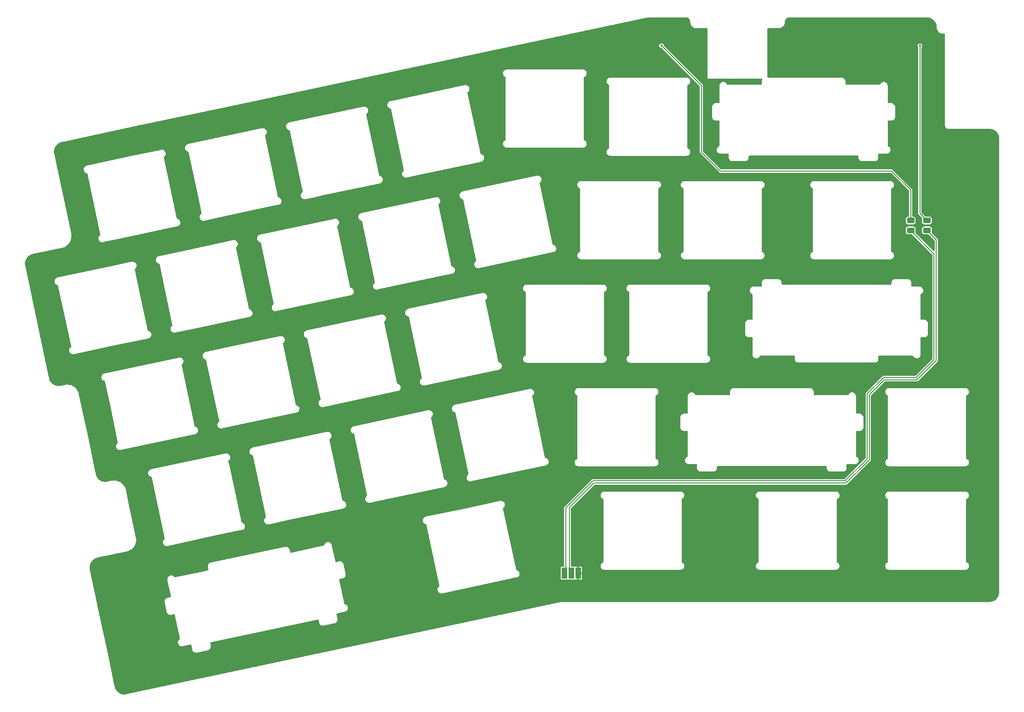
<source format=gbl>
G04 #@! TF.GenerationSoftware,KiCad,Pcbnew,(6.0.10)*
G04 #@! TF.CreationDate,2023-01-02T23:38:31+01:00*
G04 #@! TF.ProjectId,arisu,61726973-752e-46b6-9963-61645f706362,1.1*
G04 #@! TF.SameCoordinates,Original*
G04 #@! TF.FileFunction,Copper,L2,Bot*
G04 #@! TF.FilePolarity,Positive*
%FSLAX46Y46*%
G04 Gerber Fmt 4.6, Leading zero omitted, Abs format (unit mm)*
G04 Created by KiCad (PCBNEW (6.0.10)) date 2023-01-02 23:38:31*
%MOMM*%
%LPD*%
G01*
G04 APERTURE LIST*
G04 Aperture macros list*
%AMRoundRect*
0 Rectangle with rounded corners*
0 $1 Rounding radius*
0 $2 $3 $4 $5 $6 $7 $8 $9 X,Y pos of 4 corners*
0 Add a 4 corners polygon primitive as box body*
4,1,4,$2,$3,$4,$5,$6,$7,$8,$9,$2,$3,0*
0 Add four circle primitives for the rounded corners*
1,1,$1+$1,$2,$3*
1,1,$1+$1,$4,$5*
1,1,$1+$1,$6,$7*
1,1,$1+$1,$8,$9*
0 Add four rect primitives between the rounded corners*
20,1,$1+$1,$2,$3,$4,$5,0*
20,1,$1+$1,$4,$5,$6,$7,0*
20,1,$1+$1,$6,$7,$8,$9,0*
20,1,$1+$1,$8,$9,$2,$3,0*%
G04 Aperture macros list end*
G04 #@! TA.AperFunction,SMDPad,CuDef*
%ADD10RoundRect,0.250000X0.450000X-0.262500X0.450000X0.262500X-0.450000X0.262500X-0.450000X-0.262500X0*%
G04 #@! TD*
G04 #@! TA.AperFunction,SMDPad,CuDef*
%ADD11R,1.000000X2.000000*%
G04 #@! TD*
G04 #@! TA.AperFunction,ViaPad*
%ADD12C,0.400000*%
G04 #@! TD*
G04 #@! TA.AperFunction,Conductor*
%ADD13C,0.200000*%
G04 #@! TD*
G04 APERTURE END LIST*
D10*
X413000000Y-250912500D03*
X413000000Y-249087500D03*
D11*
X349269999Y-314000000D03*
X350539999Y-314000000D03*
X351809999Y-314000000D03*
D10*
X416000000Y-250912500D03*
X416000000Y-249087500D03*
D12*
X414720003Y-216900000D03*
X414710000Y-212810003D03*
X367139999Y-212810003D03*
X367150002Y-216900000D03*
D13*
X405000000Y-292961342D02*
X405000000Y-281000000D01*
X400961342Y-297000000D02*
X405000000Y-292961342D01*
X405000000Y-281000000D02*
X408000000Y-278000000D01*
X417300000Y-255212500D02*
X413000000Y-250912500D01*
X414000000Y-278000000D02*
X417300000Y-274700000D01*
X408000000Y-278000000D02*
X414000000Y-278000000D01*
X417300000Y-274700000D02*
X417300000Y-255212500D01*
X349500000Y-313769999D02*
X349500000Y-302000000D01*
X349269999Y-314000000D02*
X349500000Y-313769999D01*
X349500000Y-302000000D02*
X354500000Y-297000000D01*
X354500000Y-297000000D02*
X400961342Y-297000000D01*
X350539999Y-314000000D02*
X350200000Y-313660001D01*
X405400000Y-281165686D02*
X408165686Y-278400000D01*
X405400000Y-293127028D02*
X405400000Y-281165686D01*
X350200000Y-313660001D02*
X350200000Y-301865686D01*
X350200000Y-301865686D02*
X354665686Y-297400000D01*
X354665686Y-297400000D02*
X401127028Y-297400000D01*
X417700000Y-274865685D02*
X417700000Y-252612500D01*
X408165686Y-278400000D02*
X414165685Y-278400000D01*
X414165685Y-278400000D02*
X417700000Y-274865685D01*
X417700000Y-252612500D02*
X416000000Y-250912500D01*
X401127028Y-297400000D02*
X405400000Y-293127028D01*
X414720003Y-247807503D02*
X416000000Y-249087500D01*
X414720003Y-216900000D02*
X414720003Y-247807503D01*
X374500000Y-224249998D02*
X367150002Y-216900000D01*
X374500000Y-236500000D02*
X374500000Y-224249998D01*
X413000000Y-243500000D02*
X409500000Y-240000000D01*
X409500000Y-240000000D02*
X378000000Y-240000000D01*
X378000000Y-240000000D02*
X374500000Y-236500000D01*
X413000000Y-249087500D02*
X413000000Y-243500000D01*
G04 #@! TA.AperFunction,Conductor*
G36*
X415980242Y-211702466D02*
G01*
X415985811Y-211702476D01*
X415999641Y-211705656D01*
X416013484Y-211702524D01*
X416027348Y-211702548D01*
X416035356Y-211702818D01*
X416167893Y-211711504D01*
X416226640Y-211715355D01*
X416242980Y-211717506D01*
X416457645Y-211760205D01*
X416473566Y-211764471D01*
X416680820Y-211834825D01*
X416696046Y-211841132D01*
X416892342Y-211937934D01*
X416906616Y-211946175D01*
X417088601Y-212067774D01*
X417101676Y-212077807D01*
X417266237Y-212222122D01*
X417277878Y-212233763D01*
X417385410Y-212356381D01*
X417422193Y-212398324D01*
X417432226Y-212411399D01*
X417553825Y-212593384D01*
X417562066Y-212607658D01*
X417658868Y-212803954D01*
X417665175Y-212819180D01*
X417735529Y-213026434D01*
X417739795Y-213042355D01*
X417782494Y-213257020D01*
X417784645Y-213273360D01*
X417797274Y-213466039D01*
X417797544Y-213474499D01*
X417797524Y-213485811D01*
X417794344Y-213499641D01*
X417796515Y-213509234D01*
X417797340Y-213519719D01*
X417797340Y-213519720D01*
X417803207Y-213594271D01*
X417810614Y-213688380D01*
X417811768Y-213693187D01*
X417811769Y-213693193D01*
X417816257Y-213711887D01*
X417854726Y-213872122D01*
X417856619Y-213876693D01*
X417856620Y-213876695D01*
X417884573Y-213944178D01*
X417927039Y-214046701D01*
X418025772Y-214207818D01*
X418028979Y-214211573D01*
X418028982Y-214211577D01*
X418145286Y-214347750D01*
X418148494Y-214351506D01*
X418152250Y-214354714D01*
X418288423Y-214471018D01*
X418288427Y-214471021D01*
X418292182Y-214474228D01*
X418453299Y-214572961D01*
X418457869Y-214574854D01*
X418457873Y-214574856D01*
X418623305Y-214643380D01*
X418627878Y-214645274D01*
X418691085Y-214660448D01*
X418806807Y-214688231D01*
X418806813Y-214688232D01*
X418811620Y-214689386D01*
X418980105Y-214702647D01*
X418985214Y-214703437D01*
X418985238Y-214703228D01*
X418992333Y-214704045D01*
X418999282Y-214705655D01*
X419000000Y-214705656D01*
X419008775Y-214703654D01*
X419036790Y-214700500D01*
X419173500Y-214700500D01*
X419241621Y-214720502D01*
X419288114Y-214774158D01*
X419299500Y-214826500D01*
X419299500Y-231462924D01*
X419297535Y-231480237D01*
X419297525Y-231485811D01*
X419294345Y-231499641D01*
X419297411Y-231513191D01*
X419297476Y-231513850D01*
X419297471Y-231516616D01*
X419298180Y-231520994D01*
X419309637Y-231637322D01*
X419349692Y-231769366D01*
X419414739Y-231891059D01*
X419418665Y-231895842D01*
X419418667Y-231895846D01*
X419453866Y-231938736D01*
X419502276Y-231997724D01*
X419507055Y-232001646D01*
X419604154Y-232081333D01*
X419604158Y-232081335D01*
X419608941Y-232085261D01*
X419730634Y-232150308D01*
X419786129Y-232167142D01*
X419856756Y-232188567D01*
X419856760Y-232188568D01*
X419862678Y-232190363D01*
X419977366Y-232201659D01*
X419990760Y-232203861D01*
X419992324Y-232204041D01*
X419999282Y-232205654D01*
X420000000Y-232205655D01*
X420007865Y-232203861D01*
X420008769Y-232203655D01*
X420036790Y-232200500D01*
X427462920Y-232200500D01*
X427480242Y-232202466D01*
X427485811Y-232202476D01*
X427499641Y-232205656D01*
X427513484Y-232202524D01*
X427527348Y-232202548D01*
X427535356Y-232202818D01*
X427667893Y-232211504D01*
X427726640Y-232215355D01*
X427742980Y-232217506D01*
X427957645Y-232260205D01*
X427973566Y-232264471D01*
X428180820Y-232334825D01*
X428196046Y-232341132D01*
X428392342Y-232437934D01*
X428406616Y-232446175D01*
X428588601Y-232567774D01*
X428601676Y-232577807D01*
X428766237Y-232722122D01*
X428777878Y-232733763D01*
X428851890Y-232818158D01*
X428922193Y-232898324D01*
X428932226Y-232911399D01*
X429053825Y-233093384D01*
X429062066Y-233107658D01*
X429158868Y-233303954D01*
X429165175Y-233319180D01*
X429235529Y-233526434D01*
X429239795Y-233542355D01*
X429282494Y-233757020D01*
X429284645Y-233773360D01*
X429297274Y-233966038D01*
X429297544Y-233974499D01*
X429297524Y-233985811D01*
X429294344Y-233999641D01*
X429297475Y-234013480D01*
X429297467Y-234018311D01*
X429299500Y-234036504D01*
X429299500Y-317462920D01*
X429297534Y-317480242D01*
X429297524Y-317485811D01*
X429294344Y-317499641D01*
X429297476Y-317513484D01*
X429297452Y-317527348D01*
X429297182Y-317535356D01*
X429295560Y-317560117D01*
X429284645Y-317726640D01*
X429282494Y-317742980D01*
X429239795Y-317957645D01*
X429235529Y-317973566D01*
X429165175Y-318180820D01*
X429158868Y-318196046D01*
X429062066Y-318392342D01*
X429053825Y-318406616D01*
X428932226Y-318588601D01*
X428922193Y-318601676D01*
X428777878Y-318766237D01*
X428766237Y-318777878D01*
X428691734Y-318843215D01*
X428601676Y-318922193D01*
X428588601Y-318932226D01*
X428406616Y-319053825D01*
X428392342Y-319062066D01*
X428196046Y-319158868D01*
X428180820Y-319165175D01*
X427973566Y-319235529D01*
X427957645Y-319239795D01*
X427742980Y-319282494D01*
X427726640Y-319284645D01*
X427533962Y-319297274D01*
X427525501Y-319297544D01*
X427514189Y-319297524D01*
X427500359Y-319294344D01*
X427486520Y-319297475D01*
X427481689Y-319297467D01*
X427463496Y-319299500D01*
X354233688Y-319299501D01*
X348693073Y-319299501D01*
X348690984Y-319299484D01*
X348676716Y-319299247D01*
X348676713Y-319299247D01*
X348670597Y-319299146D01*
X348668927Y-319299501D01*
X348667396Y-319299501D01*
X348661590Y-319300825D01*
X348661584Y-319300826D01*
X348647384Y-319304065D01*
X348645561Y-319304467D01*
X268689441Y-336299389D01*
X268672069Y-336301070D01*
X268666632Y-336302216D01*
X268652445Y-336301981D01*
X268639559Y-336307922D01*
X268626000Y-336310780D01*
X268618099Y-336312184D01*
X268589704Y-336316302D01*
X268428386Y-336339695D01*
X268411956Y-336340988D01*
X268302535Y-336342422D01*
X268193109Y-336343857D01*
X268176657Y-336342995D01*
X268067975Y-336330134D01*
X267959296Y-336317272D01*
X267943089Y-336314268D01*
X267730959Y-336260395D01*
X267715284Y-336255302D01*
X267511996Y-336174199D01*
X267497120Y-336167103D01*
X267306160Y-336060160D01*
X267292342Y-336051187D01*
X267116966Y-335920227D01*
X267104435Y-335909524D01*
X266947658Y-335756794D01*
X266936630Y-335744545D01*
X266801137Y-335572667D01*
X266791801Y-335559083D01*
X266679899Y-335370982D01*
X266672417Y-335356297D01*
X266586024Y-335155197D01*
X266580523Y-335139660D01*
X266528019Y-334953473D01*
X266525996Y-334945253D01*
X266523737Y-334934532D01*
X266523973Y-334920346D01*
X266518033Y-334907459D01*
X266517039Y-334902743D01*
X266511266Y-334885363D01*
X265181377Y-328628729D01*
X263287114Y-319716933D01*
X263186827Y-319245118D01*
X275665403Y-319245118D01*
X275666090Y-319251267D01*
X275666090Y-319251268D01*
X275678405Y-319361502D01*
X275679001Y-319374323D01*
X275679191Y-319376303D01*
X275679059Y-319383474D01*
X275679208Y-319384176D01*
X275682987Y-319392337D01*
X275691898Y-319419084D01*
X276040617Y-321059673D01*
X276046153Y-321085719D01*
X276048885Y-321114213D01*
X276048731Y-321122644D01*
X276048880Y-321123347D01*
X276051864Y-321129788D01*
X276052677Y-321132230D01*
X276056769Y-321142755D01*
X276092765Y-321256016D01*
X276160174Y-321378225D01*
X276250129Y-321484936D01*
X276359173Y-321572049D01*
X276421886Y-321604515D01*
X276477619Y-321633368D01*
X276477621Y-321633369D01*
X276483117Y-321636214D01*
X276617196Y-321674968D01*
X276665493Y-321679084D01*
X276750094Y-321686295D01*
X276750099Y-321686295D01*
X276756260Y-321686820D01*
X276872655Y-321673810D01*
X276885546Y-321673210D01*
X276887495Y-321673025D01*
X276894621Y-321673155D01*
X276895323Y-321673007D01*
X276903476Y-321669231D01*
X276930236Y-321660315D01*
X277419605Y-321556296D01*
X277490396Y-321561698D01*
X277547028Y-321604515D01*
X277569049Y-321653346D01*
X277576164Y-321686820D01*
X278502919Y-326046863D01*
X278497517Y-326117654D01*
X278454700Y-326174286D01*
X278445105Y-326180738D01*
X278422960Y-326194195D01*
X278308393Y-326305386D01*
X278304537Y-326311324D01*
X278304536Y-326311325D01*
X278232870Y-326421682D01*
X278221440Y-326439282D01*
X278166461Y-326589171D01*
X278165564Y-326596187D01*
X278150884Y-326711018D01*
X278146215Y-326747535D01*
X278150735Y-326793871D01*
X278160773Y-326896772D01*
X278161715Y-326906434D01*
X278212185Y-327057899D01*
X278215860Y-327063947D01*
X278215862Y-327063951D01*
X278248669Y-327117939D01*
X278295093Y-327194337D01*
X278300021Y-327199415D01*
X278300022Y-327199416D01*
X278401355Y-327303828D01*
X278401358Y-327303831D01*
X278406283Y-327308905D01*
X278540180Y-327395859D01*
X278690068Y-327450838D01*
X278733509Y-327456392D01*
X278841414Y-327470188D01*
X278841415Y-327470188D01*
X278848431Y-327471085D01*
X279000285Y-327456273D01*
X279006768Y-327456392D01*
X279007470Y-327456244D01*
X279015631Y-327452464D01*
X279042381Y-327443552D01*
X280214848Y-327194337D01*
X280451026Y-327144136D01*
X280521817Y-327149538D01*
X280578450Y-327192355D01*
X280600470Y-327241186D01*
X280767740Y-328028132D01*
X280770472Y-328056636D01*
X280770448Y-328057927D01*
X280770449Y-328057934D01*
X280770318Y-328065053D01*
X280770466Y-328065756D01*
X280773465Y-328072232D01*
X280774084Y-328074097D01*
X280778558Y-328085610D01*
X280814395Y-328198417D01*
X280881791Y-328320633D01*
X280885778Y-328325363D01*
X280885779Y-328325365D01*
X280967749Y-328422620D01*
X280967752Y-328422623D01*
X280971737Y-328427351D01*
X280976567Y-328431210D01*
X280976569Y-328431212D01*
X281075942Y-328510610D01*
X281075945Y-328510612D01*
X281080775Y-328514471D01*
X281086269Y-328517315D01*
X281086268Y-328517315D01*
X281199222Y-328575799D01*
X281199227Y-328575801D01*
X281204714Y-328578642D01*
X281338792Y-328617400D01*
X281477855Y-328629255D01*
X281594251Y-328616244D01*
X281607093Y-328615646D01*
X281609057Y-328615458D01*
X281616215Y-328615589D01*
X281616918Y-328615440D01*
X281623350Y-328612461D01*
X281623355Y-328612459D01*
X281625074Y-328611663D01*
X281651829Y-328602749D01*
X283566885Y-328195691D01*
X283595386Y-328192959D01*
X283596679Y-328192983D01*
X283596684Y-328192983D01*
X283603808Y-328193113D01*
X283604510Y-328192965D01*
X283610984Y-328189966D01*
X283612778Y-328189370D01*
X283624413Y-328184848D01*
X283731267Y-328150896D01*
X283731269Y-328150895D01*
X283737161Y-328149023D01*
X283742573Y-328146038D01*
X283742576Y-328146037D01*
X283853951Y-328084614D01*
X283859369Y-328081626D01*
X283898942Y-328048271D01*
X283961348Y-327995672D01*
X283961352Y-327995668D01*
X283966081Y-327991682D01*
X284053196Y-327882649D01*
X284095810Y-327800350D01*
X284114519Y-327764218D01*
X284114520Y-327764215D01*
X284117367Y-327758717D01*
X284156128Y-327624646D01*
X284167989Y-327485590D01*
X284157965Y-327395859D01*
X284154988Y-327369207D01*
X284154388Y-327356305D01*
X284154203Y-327354359D01*
X284154334Y-327347236D01*
X284154186Y-327346533D01*
X284150404Y-327338366D01*
X284141493Y-327311617D01*
X284053315Y-326896772D01*
X284058717Y-326825981D01*
X284101534Y-326769349D01*
X284150365Y-326747328D01*
X284347438Y-326705439D01*
X298716318Y-323651240D01*
X303884492Y-322552711D01*
X303955283Y-322558113D01*
X304011915Y-322600930D01*
X304033936Y-322649761D01*
X304121991Y-323064030D01*
X304124723Y-323092534D01*
X304124699Y-323093823D01*
X304124700Y-323093830D01*
X304124569Y-323100949D01*
X304124717Y-323101652D01*
X304127716Y-323108128D01*
X304128162Y-323109471D01*
X304132997Y-323121913D01*
X304168695Y-323234295D01*
X304236083Y-323356506D01*
X304326019Y-323463222D01*
X304435046Y-323550341D01*
X304440540Y-323553186D01*
X304440543Y-323553188D01*
X304553481Y-323611673D01*
X304553486Y-323611675D01*
X304558974Y-323614517D01*
X304564917Y-323616235D01*
X304564916Y-323616235D01*
X304687094Y-323651563D01*
X304687099Y-323651564D01*
X304693041Y-323653282D01*
X304832095Y-323665146D01*
X304838246Y-323664459D01*
X304838248Y-323664459D01*
X304948476Y-323652148D01*
X304961317Y-323651551D01*
X304963288Y-323651363D01*
X304970448Y-323651494D01*
X304971151Y-323651345D01*
X304979316Y-323647564D01*
X305006065Y-323638653D01*
X306921122Y-323231595D01*
X306949626Y-323228863D01*
X306950912Y-323228887D01*
X306950920Y-323228886D01*
X306958041Y-323229017D01*
X306958743Y-323228869D01*
X306965204Y-323225877D01*
X306966643Y-323225399D01*
X306978927Y-323220626D01*
X307085494Y-323186775D01*
X307091391Y-323184902D01*
X307213604Y-323117513D01*
X307223147Y-323109471D01*
X307315592Y-323031561D01*
X307320322Y-323027575D01*
X307407442Y-322918545D01*
X307471617Y-322794614D01*
X307510380Y-322660544D01*
X307519579Y-322552711D01*
X307521716Y-322527653D01*
X307522242Y-322521487D01*
X307509239Y-322405096D01*
X307508640Y-322392210D01*
X307508454Y-322390252D01*
X307508585Y-322383132D01*
X307508437Y-322382429D01*
X307504657Y-322374268D01*
X307495744Y-322347515D01*
X307460997Y-322184040D01*
X307350303Y-321663265D01*
X307328353Y-321559999D01*
X307333755Y-321489208D01*
X307376572Y-321432575D01*
X307425403Y-321410555D01*
X307622476Y-321368666D01*
X308833488Y-321111258D01*
X308861985Y-321108526D01*
X308862640Y-321108538D01*
X308863282Y-321108550D01*
X308863284Y-321108550D01*
X308870409Y-321108680D01*
X308871111Y-321108532D01*
X308876196Y-321106177D01*
X308876859Y-321105956D01*
X308876860Y-321105956D01*
X309015735Y-321059673D01*
X309015736Y-321059673D01*
X309022447Y-321057436D01*
X309158884Y-320974520D01*
X309273451Y-320863323D01*
X309360402Y-320729421D01*
X309415379Y-320579528D01*
X309435624Y-320421161D01*
X309420123Y-320262258D01*
X309369653Y-320110789D01*
X309352576Y-320082686D01*
X309290420Y-319980396D01*
X309290418Y-319980394D01*
X309286744Y-319974347D01*
X309175553Y-319859774D01*
X309041656Y-319772816D01*
X308891767Y-319717830D01*
X308866042Y-319714540D01*
X308801009Y-319686058D01*
X308761699Y-319626937D01*
X308758780Y-319615755D01*
X308723975Y-319452007D01*
X307824915Y-315222263D01*
X307830317Y-315151472D01*
X307873134Y-315094840D01*
X307921965Y-315072819D01*
X308410780Y-314968918D01*
X308439281Y-314966186D01*
X308440574Y-314966210D01*
X308440579Y-314966210D01*
X308447703Y-314966340D01*
X308448405Y-314966192D01*
X308454877Y-314963195D01*
X308456356Y-314962703D01*
X308468553Y-314957963D01*
X308575145Y-314924096D01*
X308575146Y-314924096D01*
X308581046Y-314922221D01*
X308642149Y-314888524D01*
X308697830Y-314857818D01*
X308697833Y-314857816D01*
X308703251Y-314854828D01*
X308809961Y-314764891D01*
X308866269Y-314694421D01*
X308893212Y-314660702D01*
X308893215Y-314660697D01*
X308897077Y-314655864D01*
X308961250Y-314531938D01*
X309000015Y-314397873D01*
X309002810Y-314365129D01*
X309004475Y-314345610D01*
X309011882Y-314258823D01*
X309008395Y-314227592D01*
X308998887Y-314142443D01*
X308998287Y-314129537D01*
X308998103Y-314127594D01*
X308998234Y-314120472D01*
X308998086Y-314119769D01*
X308995090Y-314113298D01*
X308994302Y-314111596D01*
X308985392Y-314084850D01*
X308631140Y-312418225D01*
X308628408Y-312389724D01*
X308628432Y-312388431D01*
X308628432Y-312388426D01*
X308628562Y-312381302D01*
X308628414Y-312380600D01*
X308625419Y-312374134D01*
X308624659Y-312371846D01*
X308620472Y-312361074D01*
X308619579Y-312358262D01*
X308604319Y-312310238D01*
X308586394Y-312253826D01*
X308586393Y-312253824D01*
X308584520Y-312247929D01*
X308570878Y-312223194D01*
X308520106Y-312131136D01*
X308520105Y-312131135D01*
X308517116Y-312125715D01*
X308427163Y-312018999D01*
X308318119Y-311931883D01*
X308253450Y-311898403D01*
X308199670Y-311870560D01*
X308199667Y-311870559D01*
X308194174Y-311867715D01*
X308060093Y-311828961D01*
X308051044Y-311828190D01*
X307927193Y-311817636D01*
X307927189Y-311817636D01*
X307921027Y-311817111D01*
X307914883Y-311817798D01*
X307914879Y-311817798D01*
X307868886Y-311822941D01*
X307804626Y-311830125D01*
X307791789Y-311830723D01*
X307789822Y-311830911D01*
X307782664Y-311830780D01*
X307781961Y-311830929D01*
X307775526Y-311833910D01*
X307775523Y-311833911D01*
X307773813Y-311834703D01*
X307747049Y-311843621D01*
X307257686Y-311947637D01*
X307186895Y-311942235D01*
X307130262Y-311899418D01*
X307108242Y-311850587D01*
X307103534Y-311828435D01*
X307016642Y-311419643D01*
X306476249Y-308877289D01*
X306473517Y-308848785D01*
X306473541Y-308847496D01*
X306473540Y-308847489D01*
X306473671Y-308840371D01*
X306473523Y-308839668D01*
X306471355Y-308834985D01*
X306422486Y-308688301D01*
X306339572Y-308551843D01*
X306228372Y-308437257D01*
X306161417Y-308393774D01*
X306100396Y-308354144D01*
X306100393Y-308354143D01*
X306094461Y-308350290D01*
X305944555Y-308295302D01*
X305937545Y-308294406D01*
X305937542Y-308294405D01*
X305793187Y-308275948D01*
X305793186Y-308275948D01*
X305786171Y-308275051D01*
X305733321Y-308280206D01*
X305634294Y-308289865D01*
X305634293Y-308289865D01*
X305627252Y-308290552D01*
X305620540Y-308292789D01*
X305620538Y-308292789D01*
X305482486Y-308338790D01*
X305482483Y-308338792D01*
X305475768Y-308341029D01*
X305339314Y-308423950D01*
X305334235Y-308428879D01*
X305334233Y-308428881D01*
X305229813Y-308530227D01*
X305229811Y-308530230D01*
X305224734Y-308535157D01*
X305137773Y-308669072D01*
X305082793Y-308818981D01*
X305081896Y-308826001D01*
X305079504Y-308844713D01*
X305051026Y-308909748D01*
X304991908Y-308949062D01*
X304980718Y-308951984D01*
X298947484Y-310234387D01*
X298876693Y-310228985D01*
X298820061Y-310186168D01*
X298798040Y-310137337D01*
X298709984Y-309723066D01*
X298707252Y-309694562D01*
X298707276Y-309693272D01*
X298707275Y-309693265D01*
X298707406Y-309686146D01*
X298707258Y-309685443D01*
X298704261Y-309678972D01*
X298703722Y-309677347D01*
X298699080Y-309665402D01*
X298665181Y-309558690D01*
X298665181Y-309558689D01*
X298663307Y-309552791D01*
X298655235Y-309538152D01*
X298598904Y-309436000D01*
X298598904Y-309435999D01*
X298595914Y-309430578D01*
X298554773Y-309381763D01*
X298509960Y-309328591D01*
X298509957Y-309328588D01*
X298505973Y-309323861D01*
X298396940Y-309236741D01*
X298373223Y-309224460D01*
X298278506Y-309175416D01*
X298278507Y-309175416D01*
X298273006Y-309172568D01*
X298158730Y-309139530D01*
X298144877Y-309135525D01*
X298144875Y-309135525D01*
X298138934Y-309133807D01*
X298132769Y-309133281D01*
X298132768Y-309133281D01*
X298006042Y-309122473D01*
X297999875Y-309121947D01*
X297993727Y-309122634D01*
X297883489Y-309134952D01*
X297870660Y-309135548D01*
X297868679Y-309135737D01*
X297861519Y-309135606D01*
X297860816Y-309135755D01*
X297852657Y-309139534D01*
X297825910Y-309148445D01*
X284233708Y-312037557D01*
X284205210Y-312040289D01*
X284196786Y-312040135D01*
X284196083Y-312040283D01*
X284189610Y-312043282D01*
X284187281Y-312044055D01*
X284176575Y-312048216D01*
X284063414Y-312084175D01*
X283941202Y-312151581D01*
X283834488Y-312241535D01*
X283747373Y-312350578D01*
X283713808Y-312415411D01*
X283708641Y-312425393D01*
X283683206Y-312474522D01*
X283672711Y-312510832D01*
X283654123Y-312575145D01*
X283644452Y-312608603D01*
X283643927Y-312614767D01*
X283638922Y-312673500D01*
X283632601Y-312747668D01*
X283645613Y-312864057D01*
X283646214Y-312876978D01*
X283646398Y-312878916D01*
X283646268Y-312886029D01*
X283646416Y-312886732D01*
X283650189Y-312894877D01*
X283659107Y-312921639D01*
X283740126Y-313302806D01*
X283747283Y-313336475D01*
X283741881Y-313407266D01*
X283699064Y-313463899D01*
X283650233Y-313485919D01*
X282628909Y-313703008D01*
X277616936Y-314768335D01*
X277546145Y-314762933D01*
X277489513Y-314720116D01*
X277483071Y-314710536D01*
X277469607Y-314688378D01*
X277438053Y-314655864D01*
X277363342Y-314578882D01*
X277358417Y-314573807D01*
X277302406Y-314537432D01*
X277230455Y-314490705D01*
X277230451Y-314490703D01*
X277224521Y-314486852D01*
X277189129Y-314473870D01*
X277081275Y-314434308D01*
X277081272Y-314434307D01*
X277074633Y-314431872D01*
X276990273Y-314421086D01*
X276923285Y-314412521D01*
X276923284Y-314412521D01*
X276916268Y-314411624D01*
X276819267Y-314421086D01*
X276764410Y-314426437D01*
X276764409Y-314426437D01*
X276757368Y-314427124D01*
X276605901Y-314477595D01*
X276599852Y-314481271D01*
X276481050Y-314553464D01*
X276469463Y-314560505D01*
X276450528Y-314578882D01*
X276359970Y-314666771D01*
X276359968Y-314666774D01*
X276354895Y-314671697D01*
X276351043Y-314677629D01*
X276351042Y-314677630D01*
X276340138Y-314694421D01*
X276267943Y-314805595D01*
X276265506Y-314812240D01*
X276215404Y-314948840D01*
X276215403Y-314948845D01*
X276212967Y-314955486D01*
X276209722Y-314980873D01*
X276199443Y-315061290D01*
X276192724Y-315113851D01*
X276202983Y-315218990D01*
X276207540Y-315265698D01*
X276207537Y-315265698D01*
X276207540Y-315265707D01*
X276207421Y-315272188D01*
X276207569Y-315272891D01*
X276211347Y-315281047D01*
X276220262Y-315307803D01*
X276489745Y-316575623D01*
X276852376Y-318281671D01*
X276846974Y-318352462D01*
X276804157Y-318409094D01*
X276755327Y-318431115D01*
X276266505Y-318535016D01*
X276238008Y-318537748D01*
X276229582Y-318537594D01*
X276228880Y-318537743D01*
X276222450Y-318540721D01*
X276220556Y-318541352D01*
X276209073Y-318545815D01*
X276096226Y-318581674D01*
X275974018Y-318649074D01*
X275867307Y-318739019D01*
X275780192Y-318848054D01*
X275777347Y-318853549D01*
X275777345Y-318853552D01*
X275736611Y-318932226D01*
X275716023Y-318971989D01*
X275677263Y-319106061D01*
X275665403Y-319245118D01*
X263186827Y-319245118D01*
X261930707Y-313335544D01*
X261929027Y-313318179D01*
X261927880Y-313312738D01*
X261928115Y-313298551D01*
X261922174Y-313285666D01*
X261919319Y-313272122D01*
X261917914Y-313264218D01*
X261890401Y-313074492D01*
X261889108Y-313058061D01*
X261886733Y-312876978D01*
X261886238Y-312839213D01*
X261887100Y-312822758D01*
X261887650Y-312818115D01*
X261912823Y-312605405D01*
X261915826Y-312589201D01*
X261960701Y-312412493D01*
X261969701Y-312377056D01*
X261974794Y-312361381D01*
X261974917Y-312361074D01*
X262055897Y-312158092D01*
X262062992Y-312143219D01*
X262075111Y-312121580D01*
X262169933Y-311952262D01*
X262178908Y-311938441D01*
X262183805Y-311931883D01*
X262309867Y-311763067D01*
X262320570Y-311750536D01*
X262473300Y-311593758D01*
X262485549Y-311582730D01*
X262657429Y-311447235D01*
X262671012Y-311437900D01*
X262716462Y-311410861D01*
X262859115Y-311325995D01*
X262873789Y-311318518D01*
X262994417Y-311266695D01*
X263074893Y-311232123D01*
X263090431Y-311226621D01*
X263276480Y-311174157D01*
X263284695Y-311172136D01*
X263295569Y-311169845D01*
X263309752Y-311170080D01*
X263322637Y-311164140D01*
X263327355Y-311163146D01*
X263344739Y-311157372D01*
X268671859Y-310025061D01*
X268700362Y-310022329D01*
X268701656Y-310022353D01*
X268701663Y-310022352D01*
X268708782Y-310022483D01*
X268709485Y-310022335D01*
X268715231Y-310019675D01*
X268717919Y-310018857D01*
X268965834Y-309950282D01*
X268969339Y-309948838D01*
X268969346Y-309948836D01*
X269208483Y-309850345D01*
X269208489Y-309850342D01*
X269211988Y-309848901D01*
X269444127Y-309718588D01*
X269658865Y-309561244D01*
X269853072Y-309379163D01*
X269974632Y-309233896D01*
X270021471Y-309177923D01*
X270021472Y-309177921D01*
X270023916Y-309175001D01*
X270168904Y-308951734D01*
X270177879Y-308933396D01*
X270284250Y-308716039D01*
X270284251Y-308716036D01*
X270285924Y-308712618D01*
X270311287Y-308639594D01*
X270372020Y-308464735D01*
X270372021Y-308464731D01*
X270373268Y-308461141D01*
X270429662Y-308200969D01*
X270454285Y-307935897D01*
X270453992Y-307925482D01*
X270447870Y-307708490D01*
X270446778Y-307669789D01*
X270408846Y-307417161D01*
X270408389Y-307413441D01*
X270408507Y-307406993D01*
X270408358Y-307406290D01*
X270404579Y-307398131D01*
X270395668Y-307371384D01*
X269055521Y-301066469D01*
X268560677Y-298738400D01*
X268557945Y-298709898D01*
X268557969Y-298708607D01*
X268557969Y-298708602D01*
X268558099Y-298701479D01*
X268557951Y-298700777D01*
X268555304Y-298695062D01*
X268554497Y-298692408D01*
X268486917Y-298448101D01*
X268485901Y-298444428D01*
X268384517Y-298198277D01*
X268382655Y-298194959D01*
X268382651Y-298194952D01*
X268256063Y-297969455D01*
X268256063Y-297969454D01*
X268254202Y-297966140D01*
X268246229Y-297955258D01*
X268099108Y-297754476D01*
X268096857Y-297751404D01*
X268094256Y-297748630D01*
X268094252Y-297748625D01*
X267990034Y-297637468D01*
X267914776Y-297557199D01*
X267710614Y-297386357D01*
X267487347Y-297241369D01*
X267483924Y-297239694D01*
X267483919Y-297239691D01*
X267251654Y-297126024D01*
X267251651Y-297126023D01*
X267248233Y-297124350D01*
X267189202Y-297103847D01*
X267000363Y-297038258D01*
X267000356Y-297038256D01*
X266996757Y-297037006D01*
X266832501Y-297001401D01*
X266740310Y-296981417D01*
X266740306Y-296981416D01*
X266736586Y-296980610D01*
X266636523Y-296971314D01*
X266475309Y-296956337D01*
X266475301Y-296956337D01*
X266471515Y-296955985D01*
X266467713Y-296956092D01*
X266467705Y-296956092D01*
X266288185Y-296961155D01*
X266205408Y-296963490D01*
X266201647Y-296964055D01*
X266201643Y-296964055D01*
X265952901Y-297001401D01*
X265949030Y-297001875D01*
X265942612Y-297001758D01*
X265941910Y-297001906D01*
X265935440Y-297004902D01*
X265935441Y-297004902D01*
X265933743Y-297005688D01*
X265906996Y-297014598D01*
X265206522Y-297163488D01*
X265189155Y-297165168D01*
X265183713Y-297166315D01*
X265169531Y-297166080D01*
X265156651Y-297172018D01*
X265143078Y-297174878D01*
X265135178Y-297176282D01*
X264945471Y-297203790D01*
X264929040Y-297205083D01*
X264823927Y-297206460D01*
X264710190Y-297207949D01*
X264693737Y-297207087D01*
X264585054Y-297194225D01*
X264476373Y-297181362D01*
X264460167Y-297178358D01*
X264248032Y-297124484D01*
X264232358Y-297119391D01*
X264029072Y-297038290D01*
X264014196Y-297031195D01*
X263823232Y-296924252D01*
X263809409Y-296915276D01*
X263634033Y-296784320D01*
X263621500Y-296773616D01*
X263464719Y-296620890D01*
X263453691Y-296608642D01*
X263318191Y-296436764D01*
X263308855Y-296423181D01*
X263196943Y-296235078D01*
X263189461Y-296220393D01*
X263103063Y-296019301D01*
X263097561Y-296003765D01*
X263045270Y-295818366D01*
X263043248Y-295810148D01*
X263040818Y-295798618D01*
X263041053Y-295784435D01*
X263035114Y-295771554D01*
X263034117Y-295766823D01*
X263028344Y-295749447D01*
X262988451Y-295561763D01*
X272674532Y-295561763D01*
X272689858Y-295718867D01*
X272692095Y-295725580D01*
X272692095Y-295725581D01*
X272737520Y-295861910D01*
X272737522Y-295861914D01*
X272739757Y-295868622D01*
X272743430Y-295874666D01*
X272743431Y-295874669D01*
X272818051Y-295997473D01*
X272818054Y-295997477D01*
X272821726Y-296003520D01*
X272826650Y-296008594D01*
X272826654Y-296008599D01*
X272919257Y-296104020D01*
X272931657Y-296116797D01*
X272937587Y-296120648D01*
X272937589Y-296120650D01*
X272945756Y-296125954D01*
X273064037Y-296202773D01*
X273070677Y-296205209D01*
X273070681Y-296205211D01*
X273132362Y-296227839D01*
X273212229Y-296257139D01*
X273219252Y-296258037D01*
X273219255Y-296258038D01*
X273234283Y-296259961D01*
X273299315Y-296288445D01*
X273338623Y-296347567D01*
X273341541Y-296358745D01*
X275726826Y-307580634D01*
X275721424Y-307651425D01*
X275678607Y-307708057D01*
X275669018Y-307714505D01*
X275656058Y-307722381D01*
X275656055Y-307722384D01*
X275650014Y-307726055D01*
X275536746Y-307835998D01*
X275532893Y-307841932D01*
X275532892Y-307841933D01*
X275518243Y-307864494D01*
X275450781Y-307968388D01*
X275448345Y-307975030D01*
X275408641Y-308083288D01*
X275396428Y-308116587D01*
X275395531Y-308123607D01*
X275395530Y-308123610D01*
X275377311Y-308266146D01*
X275376414Y-308273165D01*
X275391740Y-308430271D01*
X275394068Y-308437257D01*
X275434077Y-308557329D01*
X275441640Y-308580028D01*
X275445313Y-308586072D01*
X275445314Y-308586075D01*
X275519935Y-308708881D01*
X275519938Y-308708885D01*
X275523610Y-308714928D01*
X275633542Y-308828207D01*
X275639470Y-308832057D01*
X275639471Y-308832058D01*
X275642828Y-308834238D01*
X275765923Y-308914186D01*
X275772560Y-308916621D01*
X275907472Y-308966117D01*
X275907476Y-308966118D01*
X275914116Y-308968554D01*
X275921136Y-308969452D01*
X275921140Y-308969453D01*
X275982772Y-308977337D01*
X276070692Y-308988585D01*
X276220325Y-308974003D01*
X276220328Y-308974030D01*
X276220406Y-308974005D01*
X276227247Y-308974131D01*
X276227950Y-308973982D01*
X276234381Y-308971004D01*
X276234385Y-308971003D01*
X276236121Y-308970199D01*
X276262866Y-308961289D01*
X285055078Y-307092447D01*
X289879917Y-306066896D01*
X289908418Y-306064164D01*
X289909712Y-306064188D01*
X289909717Y-306064188D01*
X289916841Y-306064318D01*
X289917543Y-306064170D01*
X289924011Y-306061174D01*
X289924332Y-306061067D01*
X289930625Y-306058976D01*
X289930718Y-306058939D01*
X290060411Y-306015720D01*
X290067124Y-306013483D01*
X290073169Y-306009809D01*
X290073172Y-306009808D01*
X290195963Y-305935187D01*
X290202012Y-305931511D01*
X290254347Y-305880717D01*
X290310199Y-305826510D01*
X290310201Y-305826507D01*
X290315279Y-305821579D01*
X290401245Y-305689200D01*
X290407718Y-305671554D01*
X290453161Y-305547655D01*
X290453161Y-305547653D01*
X290455598Y-305541010D01*
X290475614Y-305384442D01*
X290460289Y-305227344D01*
X290410392Y-305077596D01*
X290371391Y-305013413D01*
X290332101Y-304948756D01*
X290328424Y-304942705D01*
X290320640Y-304934684D01*
X290223421Y-304834508D01*
X290223417Y-304834505D01*
X290218496Y-304829434D01*
X290212570Y-304825586D01*
X290212567Y-304825583D01*
X290092052Y-304747318D01*
X290086119Y-304743465D01*
X289937931Y-304689107D01*
X289915906Y-304686291D01*
X289850875Y-304657811D01*
X289811562Y-304598692D01*
X289808642Y-304587506D01*
X287623021Y-294304966D01*
X287423337Y-293365528D01*
X287428739Y-293294737D01*
X287471556Y-293238105D01*
X287481146Y-293231656D01*
X287482610Y-293230766D01*
X287500130Y-293220119D01*
X287580656Y-293141962D01*
X287608322Y-293115110D01*
X287608323Y-293115109D01*
X287613397Y-293110184D01*
X287699362Y-292977802D01*
X287705860Y-292960087D01*
X287751278Y-292836256D01*
X287751278Y-292836254D01*
X287753715Y-292829611D01*
X287773731Y-292673040D01*
X287758406Y-292515941D01*
X287708508Y-292366190D01*
X287666118Y-292296429D01*
X287630216Y-292237346D01*
X287630215Y-292237344D01*
X287626540Y-292231297D01*
X287516611Y-292118025D01*
X287384233Y-292032053D01*
X287236044Y-291977693D01*
X287079474Y-291957669D01*
X287072428Y-291958356D01*
X286929857Y-291972257D01*
X286929852Y-291972206D01*
X286929703Y-291972254D01*
X286922926Y-291972130D01*
X286922223Y-291972278D01*
X286915755Y-291975273D01*
X286914051Y-291976062D01*
X286887306Y-291984971D01*
X273270258Y-294879364D01*
X273241762Y-294882096D01*
X273233332Y-294881942D01*
X273232629Y-294882091D01*
X273227031Y-294884684D01*
X273226650Y-294884811D01*
X273089734Y-294930445D01*
X273089732Y-294930446D01*
X273083023Y-294932682D01*
X272948132Y-295014663D01*
X272943055Y-295019591D01*
X272846872Y-295112950D01*
X272834865Y-295124604D01*
X272831012Y-295130538D01*
X272831011Y-295130539D01*
X272782480Y-295205278D01*
X272748900Y-295256991D01*
X272724308Y-295324043D01*
X272706757Y-295371898D01*
X272694547Y-295405188D01*
X272693650Y-295412207D01*
X272693649Y-295412210D01*
X272675429Y-295554744D01*
X272674532Y-295561763D01*
X262988451Y-295561763D01*
X262955170Y-295405188D01*
X262146577Y-291601060D01*
X291308246Y-291601060D01*
X291323572Y-291758164D01*
X291325809Y-291764877D01*
X291325809Y-291764878D01*
X291371154Y-291900964D01*
X291373471Y-291907919D01*
X291377146Y-291913967D01*
X291420292Y-291984971D01*
X291455441Y-292042816D01*
X291565374Y-292156092D01*
X291571307Y-292159945D01*
X291691817Y-292238211D01*
X291691820Y-292238212D01*
X291697755Y-292242067D01*
X291845948Y-292296429D01*
X291852960Y-292297326D01*
X291852965Y-292297327D01*
X291864609Y-292298816D01*
X291867990Y-292299248D01*
X291933024Y-292327729D01*
X291972335Y-292386848D01*
X291975253Y-292398024D01*
X294360544Y-303619938D01*
X294355142Y-303690727D01*
X294312325Y-303747359D01*
X294302743Y-303753803D01*
X294283735Y-303765355D01*
X294278662Y-303770279D01*
X294278658Y-303770282D01*
X294186292Y-303859934D01*
X294170465Y-303875296D01*
X294166615Y-303881224D01*
X294166614Y-303881226D01*
X294151969Y-303903780D01*
X294084497Y-304007685D01*
X294030143Y-304155884D01*
X294029246Y-304162903D01*
X294029245Y-304162906D01*
X294011024Y-304305444D01*
X294010127Y-304312462D01*
X294025453Y-304469568D01*
X294044517Y-304526781D01*
X294071105Y-304606575D01*
X294075353Y-304619325D01*
X294079026Y-304625370D01*
X294079028Y-304625374D01*
X294153649Y-304748178D01*
X294153652Y-304748182D01*
X294157324Y-304754225D01*
X294267257Y-304867503D01*
X294399640Y-304953480D01*
X294406283Y-304955917D01*
X294406287Y-304955919D01*
X294535192Y-305003207D01*
X294547835Y-305007845D01*
X294704411Y-305027872D01*
X294711449Y-305027186D01*
X294711453Y-305027186D01*
X294854053Y-305013286D01*
X294854057Y-305013332D01*
X294854195Y-305013289D01*
X294860966Y-305013413D01*
X294861669Y-305013265D01*
X294868137Y-305010270D01*
X294868140Y-305010269D01*
X294869842Y-305009481D01*
X294896588Y-305000571D01*
X296106177Y-304743465D01*
X298222349Y-304293659D01*
X323219529Y-304293659D01*
X323234855Y-304450767D01*
X323266447Y-304545580D01*
X323282312Y-304593191D01*
X323284756Y-304600527D01*
X323288431Y-304606574D01*
X323288431Y-304606575D01*
X323338293Y-304688631D01*
X323366729Y-304735428D01*
X323476665Y-304848707D01*
X323609052Y-304934684D01*
X323757250Y-304989047D01*
X323764272Y-304989945D01*
X323779301Y-304991867D01*
X323844335Y-305020349D01*
X323883645Y-305079469D01*
X323886565Y-305090652D01*
X326271845Y-316312517D01*
X326266443Y-316383308D01*
X326223626Y-316439940D01*
X326214037Y-316446388D01*
X326201077Y-316454264D01*
X326201071Y-316454269D01*
X326195030Y-316457940D01*
X326189954Y-316462867D01*
X326097555Y-316552549D01*
X326081756Y-316567883D01*
X325995785Y-316700275D01*
X325941429Y-316848478D01*
X325921412Y-317005060D01*
X325936738Y-317162171D01*
X325986640Y-317311933D01*
X326068614Y-317446836D01*
X326178551Y-317560117D01*
X326310938Y-317646096D01*
X326459137Y-317700461D01*
X326615718Y-317720488D01*
X326622764Y-317719801D01*
X326765348Y-317705899D01*
X326765350Y-317705922D01*
X326765417Y-317705900D01*
X326772278Y-317706027D01*
X326772980Y-317705878D01*
X326781145Y-317702097D01*
X326807891Y-317693187D01*
X339385432Y-315019748D01*
X348569499Y-315019748D01*
X348570706Y-315025816D01*
X348575111Y-315047959D01*
X348581132Y-315078231D01*
X348588025Y-315088547D01*
X348592230Y-315094840D01*
X348625447Y-315144552D01*
X348691768Y-315188867D01*
X348703937Y-315191288D01*
X348703938Y-315191288D01*
X348739337Y-315198329D01*
X348750251Y-315200500D01*
X349789747Y-315200500D01*
X349800661Y-315198329D01*
X349836060Y-315191288D01*
X349836061Y-315191288D01*
X349848230Y-315188867D01*
X349857581Y-315182619D01*
X349927370Y-315175115D01*
X349952019Y-315182353D01*
X349961768Y-315188867D01*
X349973937Y-315191288D01*
X349973938Y-315191288D01*
X350009337Y-315198329D01*
X350020251Y-315200500D01*
X351059747Y-315200500D01*
X351118230Y-315188867D01*
X351127945Y-315182375D01*
X351198035Y-315174839D01*
X351223884Y-315182429D01*
X351244133Y-315190817D01*
X351284233Y-315198793D01*
X351296488Y-315200000D01*
X351661884Y-315200000D01*
X351677123Y-315195525D01*
X351678328Y-315194135D01*
X351679999Y-315186452D01*
X351679999Y-315181885D01*
X351939999Y-315181885D01*
X351944474Y-315197124D01*
X351945864Y-315198329D01*
X351953547Y-315200000D01*
X352323510Y-315200000D01*
X352335765Y-315198793D01*
X352375863Y-315190817D01*
X352398354Y-315181501D01*
X352443875Y-315151085D01*
X352461084Y-315133876D01*
X352491500Y-315088355D01*
X352500816Y-315065864D01*
X352508792Y-315025766D01*
X352509999Y-315013511D01*
X352509999Y-314148115D01*
X352505524Y-314132876D01*
X352504134Y-314131671D01*
X352496451Y-314130000D01*
X351958114Y-314130000D01*
X351942875Y-314134475D01*
X351941670Y-314135865D01*
X351939999Y-314143548D01*
X351939999Y-315181885D01*
X351679999Y-315181885D01*
X351679999Y-313851885D01*
X351939999Y-313851885D01*
X351944474Y-313867124D01*
X351945864Y-313868329D01*
X351953547Y-313870000D01*
X352491884Y-313870000D01*
X352507123Y-313865525D01*
X352508328Y-313864135D01*
X352509999Y-313856452D01*
X352509999Y-312986489D01*
X352508792Y-312974234D01*
X352500816Y-312934136D01*
X352491500Y-312911645D01*
X352461084Y-312866124D01*
X352443875Y-312848915D01*
X352398354Y-312818499D01*
X352375863Y-312809183D01*
X352335765Y-312801207D01*
X352323510Y-312800000D01*
X351958114Y-312800000D01*
X351942875Y-312804475D01*
X351941670Y-312805865D01*
X351939999Y-312813548D01*
X351939999Y-313851885D01*
X351679999Y-313851885D01*
X351679999Y-312818115D01*
X351675524Y-312802876D01*
X351674134Y-312801671D01*
X351666451Y-312800000D01*
X351296488Y-312800000D01*
X351284233Y-312801207D01*
X351244133Y-312809183D01*
X351223884Y-312817571D01*
X351153295Y-312825161D01*
X351128193Y-312817790D01*
X351118230Y-312811133D01*
X351059747Y-312799500D01*
X350626500Y-312799500D01*
X350558379Y-312779498D01*
X350511886Y-312725842D01*
X350500500Y-312673500D01*
X350500500Y-312667700D01*
X355939067Y-312667700D01*
X355956743Y-312824569D01*
X356008883Y-312973571D01*
X356050879Y-313040403D01*
X356072300Y-313074492D01*
X356092874Y-313107234D01*
X356097878Y-313112237D01*
X356097879Y-313112239D01*
X356199498Y-313213852D01*
X356199501Y-313213855D01*
X356204502Y-313218855D01*
X356338171Y-313302837D01*
X356344855Y-313305175D01*
X356344856Y-313305176D01*
X356480491Y-313352629D01*
X356487177Y-313354968D01*
X356494208Y-313355760D01*
X356494209Y-313355760D01*
X356636580Y-313371792D01*
X356636575Y-313371833D01*
X356636704Y-313371821D01*
X356643329Y-313373356D01*
X356644047Y-313373357D01*
X356650983Y-313371774D01*
X356650986Y-313371774D01*
X356652809Y-313371358D01*
X356680838Y-313368201D01*
X370602077Y-313368201D01*
X370630513Y-313371452D01*
X370638729Y-313373356D01*
X370639447Y-313373357D01*
X370645736Y-313371922D01*
X370796301Y-313354948D01*
X370802973Y-313352613D01*
X370802977Y-313352612D01*
X370938516Y-313305176D01*
X370945288Y-313302806D01*
X371078938Y-313218821D01*
X371190550Y-313107202D01*
X371274527Y-312973546D01*
X371326658Y-312824555D01*
X371344331Y-312667700D01*
X384514068Y-312667700D01*
X384531743Y-312824568D01*
X384534079Y-312831244D01*
X384534080Y-312831248D01*
X384565757Y-312921769D01*
X384583883Y-312973569D01*
X384587650Y-312979563D01*
X384587650Y-312979564D01*
X384610597Y-313016082D01*
X384667873Y-313107232D01*
X384680872Y-313120230D01*
X384774497Y-313213850D01*
X384774500Y-313213852D01*
X384779501Y-313218853D01*
X384785492Y-313222617D01*
X384907176Y-313299070D01*
X384907178Y-313299071D01*
X384913169Y-313302835D01*
X384919849Y-313305172D01*
X384919851Y-313305173D01*
X385055493Y-313352629D01*
X385062173Y-313354966D01*
X385069200Y-313355757D01*
X385069203Y-313355758D01*
X385211576Y-313371791D01*
X385211571Y-313371832D01*
X385211700Y-313371820D01*
X385218324Y-313373355D01*
X385219042Y-313373356D01*
X385226103Y-313371745D01*
X385227803Y-313371357D01*
X385255832Y-313368200D01*
X399177071Y-313368200D01*
X399205509Y-313371451D01*
X399213724Y-313373355D01*
X399214442Y-313373356D01*
X399220714Y-313371925D01*
X399221070Y-313371885D01*
X399221071Y-313371885D01*
X399364264Y-313355743D01*
X399364266Y-313355743D01*
X399371297Y-313354950D01*
X399377975Y-313352613D01*
X399377979Y-313352612D01*
X399513606Y-313305147D01*
X399513608Y-313305146D01*
X399520286Y-313302809D01*
X399526272Y-313299048D01*
X399526275Y-313299046D01*
X399647948Y-313222587D01*
X399647952Y-313222584D01*
X399653937Y-313218823D01*
X399765549Y-313107204D01*
X399769309Y-313101220D01*
X399769312Y-313101216D01*
X399845765Y-312979536D01*
X399845766Y-312979534D01*
X399849527Y-312973548D01*
X399901659Y-312824556D01*
X399919332Y-312667700D01*
X408326568Y-312667700D01*
X408344244Y-312824568D01*
X408396384Y-312973570D01*
X408400151Y-312979564D01*
X408400151Y-312979565D01*
X408404502Y-312986489D01*
X408480374Y-313107233D01*
X408493372Y-313120230D01*
X408586995Y-313213848D01*
X408586998Y-313213850D01*
X408592002Y-313218854D01*
X408725670Y-313302835D01*
X408732347Y-313305171D01*
X408732349Y-313305172D01*
X408867994Y-313352629D01*
X408874674Y-313354966D01*
X408881701Y-313355757D01*
X408881704Y-313355758D01*
X409024077Y-313371791D01*
X409024072Y-313371832D01*
X409024201Y-313371820D01*
X409030826Y-313373355D01*
X409031544Y-313373356D01*
X409038480Y-313371773D01*
X409038483Y-313371773D01*
X409040306Y-313371357D01*
X409068335Y-313368200D01*
X422989574Y-313368200D01*
X423018010Y-313371451D01*
X423026226Y-313373355D01*
X423026944Y-313373356D01*
X423033215Y-313371925D01*
X423033571Y-313371885D01*
X423033572Y-313371885D01*
X423082056Y-313366419D01*
X423183799Y-313354950D01*
X423190480Y-313352612D01*
X423217155Y-313343276D01*
X423332787Y-313302808D01*
X423338777Y-313299044D01*
X423338781Y-313299042D01*
X423460390Y-313222622D01*
X423466437Y-313218822D01*
X423578050Y-313107203D01*
X423662027Y-312973547D01*
X423664979Y-312965112D01*
X423711824Y-312831230D01*
X423711824Y-312831228D01*
X423714159Y-312824556D01*
X423715400Y-312813548D01*
X423731040Y-312674729D01*
X423731832Y-312667700D01*
X423714159Y-312510844D01*
X423711823Y-312504167D01*
X423664363Y-312368528D01*
X423664361Y-312368525D01*
X423662027Y-312361853D01*
X423578050Y-312228197D01*
X423466437Y-312116578D01*
X423332787Y-312032592D01*
X423311808Y-312025250D01*
X423254119Y-311983868D01*
X423227961Y-311917866D01*
X423227431Y-311906323D01*
X423227431Y-300433677D01*
X423247433Y-300365556D01*
X423301089Y-300319063D01*
X423311808Y-300314750D01*
X423311811Y-300314749D01*
X423332787Y-300307408D01*
X423466437Y-300223422D01*
X423494675Y-300195183D01*
X423573045Y-300116808D01*
X423578050Y-300111803D01*
X423662027Y-299978147D01*
X423664979Y-299969712D01*
X423711824Y-299835830D01*
X423711824Y-299835828D01*
X423714159Y-299829156D01*
X423716364Y-299809592D01*
X423731040Y-299679329D01*
X423731832Y-299672300D01*
X423714159Y-299515444D01*
X423711823Y-299508767D01*
X423664363Y-299373128D01*
X423664361Y-299373125D01*
X423662027Y-299366453D01*
X423578050Y-299232797D01*
X423466437Y-299121178D01*
X423439873Y-299104485D01*
X423338781Y-299040958D01*
X423338777Y-299040956D01*
X423332787Y-299037192D01*
X423217155Y-298996724D01*
X423190477Y-298987387D01*
X423190476Y-298987387D01*
X423183799Y-298985050D01*
X423034410Y-298968210D01*
X423034414Y-298968171D01*
X423034292Y-298968183D01*
X423027662Y-298966645D01*
X423026944Y-298966644D01*
X423018608Y-298968545D01*
X423018165Y-298968646D01*
X422990151Y-298971800D01*
X409068913Y-298971800D01*
X409040453Y-298968544D01*
X409039214Y-298968257D01*
X409032262Y-298966645D01*
X409031544Y-298966644D01*
X409025271Y-298968074D01*
X408956475Y-298975822D01*
X408881712Y-298984241D01*
X408881709Y-298984242D01*
X408874674Y-298985034D01*
X408867994Y-298987371D01*
X408867990Y-298987372D01*
X408732349Y-299034828D01*
X408732347Y-299034829D01*
X408725670Y-299037165D01*
X408592002Y-299121146D01*
X408587000Y-299126148D01*
X408586995Y-299126152D01*
X408536193Y-299176951D01*
X408480374Y-299232767D01*
X408396384Y-299366430D01*
X408344244Y-299515432D01*
X408326568Y-299672300D01*
X408344244Y-299829168D01*
X408396384Y-299978170D01*
X408480374Y-300111833D01*
X408530443Y-300161899D01*
X408586995Y-300218448D01*
X408586998Y-300218450D01*
X408592002Y-300223454D01*
X408725670Y-300307435D01*
X408732347Y-300309771D01*
X408732349Y-300309772D01*
X408746641Y-300314772D01*
X408804334Y-300356148D01*
X408830500Y-300422147D01*
X408831031Y-300433703D01*
X408831031Y-311906297D01*
X408811029Y-311974418D01*
X408757373Y-312020911D01*
X408746641Y-312025228D01*
X408732349Y-312030228D01*
X408732347Y-312030229D01*
X408725670Y-312032565D01*
X408592002Y-312116546D01*
X408587000Y-312121548D01*
X408586995Y-312121552D01*
X408550450Y-312158095D01*
X408480374Y-312228167D01*
X408396384Y-312361830D01*
X408344244Y-312510832D01*
X408326568Y-312667700D01*
X399919332Y-312667700D01*
X399901659Y-312510844D01*
X399849527Y-312361852D01*
X399845747Y-312355836D01*
X399769312Y-312234184D01*
X399769309Y-312234180D01*
X399765549Y-312228196D01*
X399685952Y-312148594D01*
X399658939Y-312121579D01*
X399658937Y-312121578D01*
X399653937Y-312116577D01*
X399647949Y-312112814D01*
X399647948Y-312112813D01*
X399545152Y-312048217D01*
X399520286Y-312032591D01*
X399499310Y-312025250D01*
X399441620Y-311983870D01*
X399415460Y-311917869D01*
X399414930Y-311906323D01*
X399414930Y-300433677D01*
X399434932Y-300365556D01*
X399488588Y-300319063D01*
X399499301Y-300314753D01*
X399520286Y-300307409D01*
X399626784Y-300240486D01*
X399647948Y-300227187D01*
X399647952Y-300227184D01*
X399653937Y-300223423D01*
X399765549Y-300111804D01*
X399769309Y-300105820D01*
X399769312Y-300105816D01*
X399845765Y-299984136D01*
X399845766Y-299984134D01*
X399849527Y-299978148D01*
X399901659Y-299829156D01*
X399919332Y-299672300D01*
X399901659Y-299515444D01*
X399849527Y-299366452D01*
X399845747Y-299360436D01*
X399769312Y-299238784D01*
X399769309Y-299238780D01*
X399765549Y-299232796D01*
X399653937Y-299121177D01*
X399647949Y-299117414D01*
X399647948Y-299117413D01*
X399526275Y-299040954D01*
X399526272Y-299040952D01*
X399520286Y-299037191D01*
X399513608Y-299034854D01*
X399513606Y-299034853D01*
X399377979Y-298987388D01*
X399377975Y-298987387D01*
X399371297Y-298985050D01*
X399364266Y-298984257D01*
X399364264Y-298984257D01*
X399221909Y-298968210D01*
X399221913Y-298968171D01*
X399221791Y-298968183D01*
X399215160Y-298966645D01*
X399214442Y-298966644D01*
X399207369Y-298968257D01*
X399205662Y-298968646D01*
X399177648Y-298971800D01*
X385256409Y-298971800D01*
X385227952Y-298968544D01*
X385226717Y-298968258D01*
X385219760Y-298966645D01*
X385219042Y-298966644D01*
X385212770Y-298968074D01*
X385134210Y-298976921D01*
X385069211Y-298984241D01*
X385069208Y-298984242D01*
X385062173Y-298985034D01*
X385055493Y-298987371D01*
X385055489Y-298987372D01*
X384919851Y-299034827D01*
X384919849Y-299034828D01*
X384913169Y-299037165D01*
X384907178Y-299040929D01*
X384907176Y-299040930D01*
X384807632Y-299103472D01*
X384779501Y-299121147D01*
X384774500Y-299126147D01*
X384774497Y-299126150D01*
X384723687Y-299176958D01*
X384667873Y-299232768D01*
X384583883Y-299366431D01*
X384576523Y-299387463D01*
X384534080Y-299508752D01*
X384534079Y-299508756D01*
X384531743Y-299515432D01*
X384514068Y-299672300D01*
X384531743Y-299829168D01*
X384534079Y-299835844D01*
X384534080Y-299835848D01*
X384559914Y-299909673D01*
X384583883Y-299978169D01*
X384667873Y-300111832D01*
X384717943Y-300161899D01*
X384774497Y-300218450D01*
X384774500Y-300218452D01*
X384779501Y-300223453D01*
X384785492Y-300227217D01*
X384907176Y-300303670D01*
X384907178Y-300303671D01*
X384913169Y-300307435D01*
X384919849Y-300309772D01*
X384919851Y-300309773D01*
X384934140Y-300314772D01*
X384991833Y-300356148D01*
X385017999Y-300422147D01*
X385018530Y-300433703D01*
X385018530Y-311906297D01*
X384998528Y-311974418D01*
X384944872Y-312020911D01*
X384934140Y-312025228D01*
X384919851Y-312030227D01*
X384919849Y-312030228D01*
X384913169Y-312032565D01*
X384907178Y-312036329D01*
X384907176Y-312036330D01*
X384841807Y-312077401D01*
X384779501Y-312116547D01*
X384774500Y-312121547D01*
X384774497Y-312121550D01*
X384737950Y-312158095D01*
X384667873Y-312228168D01*
X384583883Y-312361831D01*
X384572092Y-312395527D01*
X384534080Y-312504152D01*
X384534079Y-312504156D01*
X384531743Y-312510832D01*
X384514068Y-312667700D01*
X371344331Y-312667700D01*
X371326658Y-312510845D01*
X371274527Y-312361854D01*
X371268871Y-312352851D01*
X371194316Y-312234192D01*
X371194315Y-312234191D01*
X371190550Y-312228198D01*
X371110951Y-312148594D01*
X371083940Y-312121581D01*
X371083938Y-312121580D01*
X371078938Y-312116579D01*
X370957952Y-312040552D01*
X370951278Y-312036358D01*
X370951277Y-312036358D01*
X370945288Y-312032594D01*
X370938608Y-312030256D01*
X370938606Y-312030255D01*
X370924309Y-312025251D01*
X370866620Y-311983868D01*
X370840463Y-311917866D01*
X370839933Y-311906325D01*
X370839933Y-300433675D01*
X370859935Y-300365554D01*
X370913591Y-300319061D01*
X370924309Y-300314749D01*
X370938606Y-300309745D01*
X370938609Y-300309743D01*
X370945288Y-300307406D01*
X371078938Y-300223421D01*
X371190550Y-300111802D01*
X371242338Y-300029378D01*
X371270763Y-299984137D01*
X371270764Y-299984136D01*
X371274527Y-299978146D01*
X371326658Y-299829155D01*
X371344331Y-299672300D01*
X371326658Y-299515445D01*
X371274527Y-299366454D01*
X371190550Y-299232798D01*
X371078938Y-299121179D01*
X370945288Y-299037194D01*
X370905237Y-299023177D01*
X370802977Y-298987388D01*
X370802973Y-298987387D01*
X370796301Y-298985052D01*
X370646913Y-298968211D01*
X370646917Y-298968172D01*
X370646795Y-298968184D01*
X370640165Y-298966646D01*
X370639447Y-298966645D01*
X370630672Y-298968646D01*
X370630668Y-298968647D01*
X370602654Y-298971801D01*
X356681416Y-298971801D01*
X356652956Y-298968545D01*
X356651717Y-298968258D01*
X356644765Y-298966646D01*
X356644047Y-298966645D01*
X356637792Y-298968071D01*
X356637435Y-298968111D01*
X356637434Y-298968111D01*
X356494209Y-298984240D01*
X356494208Y-298984240D01*
X356487177Y-298985032D01*
X356480495Y-298987370D01*
X356480494Y-298987370D01*
X356344856Y-299034824D01*
X356344855Y-299034825D01*
X356338171Y-299037163D01*
X356204502Y-299121145D01*
X356199501Y-299126145D01*
X356199498Y-299126148D01*
X356097879Y-299227761D01*
X356092874Y-299232766D01*
X356008883Y-299366429D01*
X355956743Y-299515431D01*
X355939067Y-299672300D01*
X355956743Y-299829169D01*
X356008883Y-299978171D01*
X356045327Y-300036168D01*
X356089068Y-300105777D01*
X356092874Y-300111834D01*
X356097878Y-300116837D01*
X356097879Y-300116839D01*
X356199498Y-300218452D01*
X356199501Y-300218455D01*
X356204502Y-300223455D01*
X356338171Y-300307437D01*
X356344851Y-300309774D01*
X356344853Y-300309775D01*
X356351409Y-300312068D01*
X356359144Y-300314775D01*
X356416836Y-300356150D01*
X356443002Y-300422149D01*
X356443533Y-300433705D01*
X356443533Y-311906295D01*
X356423531Y-311974416D01*
X356369875Y-312020909D01*
X356359148Y-312025224D01*
X356351409Y-312027932D01*
X356344853Y-312030225D01*
X356344851Y-312030226D01*
X356338171Y-312032563D01*
X356204502Y-312116545D01*
X356199501Y-312121545D01*
X356199498Y-312121548D01*
X356130561Y-312190481D01*
X356092874Y-312228166D01*
X356089109Y-312234157D01*
X356089107Y-312234160D01*
X356050878Y-312294998D01*
X356008883Y-312361829D01*
X355956743Y-312510831D01*
X355939067Y-312667700D01*
X350500500Y-312667700D01*
X350500500Y-302042347D01*
X350520502Y-301974226D01*
X350537405Y-301953252D01*
X354753252Y-297737405D01*
X354815564Y-297703379D01*
X354842347Y-297700500D01*
X401074662Y-297700500D01*
X401077335Y-297700696D01*
X401082370Y-297702425D01*
X401093992Y-297701989D01*
X401093994Y-297701989D01*
X401131283Y-297700589D01*
X401136009Y-297700500D01*
X401154976Y-297700500D01*
X401159711Y-297699618D01*
X401163237Y-297699390D01*
X401166977Y-297699249D01*
X401194236Y-297698226D01*
X401204921Y-297693636D01*
X401209521Y-297692599D01*
X401221242Y-297689038D01*
X401225645Y-297687339D01*
X401237081Y-297685209D01*
X401258069Y-297672272D01*
X401274439Y-297663769D01*
X401288916Y-297657549D01*
X401288920Y-297657547D01*
X401297091Y-297654036D01*
X401301977Y-297650022D01*
X401304162Y-297647837D01*
X401306425Y-297645785D01*
X401306570Y-297645945D01*
X401315577Y-297638825D01*
X401322472Y-297632573D01*
X401332376Y-297626468D01*
X401348944Y-297604680D01*
X401360138Y-297591861D01*
X405334299Y-293617700D01*
X408326569Y-293617700D01*
X408344244Y-293774568D01*
X408346580Y-293781244D01*
X408346581Y-293781248D01*
X408353322Y-293800510D01*
X408396384Y-293923569D01*
X408429943Y-293976975D01*
X408476612Y-294051245D01*
X408476615Y-294051248D01*
X408480374Y-294057231D01*
X408485375Y-294062232D01*
X408586997Y-294163849D01*
X408587000Y-294163851D01*
X408592001Y-294168852D01*
X408597993Y-294172616D01*
X408597992Y-294172616D01*
X408719675Y-294249069D01*
X408719677Y-294249070D01*
X408725668Y-294252834D01*
X408732348Y-294255171D01*
X408732350Y-294255172D01*
X408867952Y-294302614D01*
X408874672Y-294304965D01*
X408881699Y-294305756D01*
X408881702Y-294305757D01*
X409024075Y-294321790D01*
X409024070Y-294321831D01*
X409024199Y-294321819D01*
X409030823Y-294323354D01*
X409031541Y-294323355D01*
X409038602Y-294321744D01*
X409040302Y-294321356D01*
X409068331Y-294318199D01*
X422989570Y-294318199D01*
X423018008Y-294321450D01*
X423026223Y-294323354D01*
X423026941Y-294323355D01*
X423033195Y-294321928D01*
X423033577Y-294321885D01*
X423042821Y-294320843D01*
X423183797Y-294304951D01*
X423190472Y-294302615D01*
X423190476Y-294302614D01*
X423294016Y-294266378D01*
X423332785Y-294252810D01*
X423338775Y-294249046D01*
X423338777Y-294249045D01*
X423390637Y-294216456D01*
X423466437Y-294168824D01*
X423578050Y-294057205D01*
X423662028Y-293923548D01*
X423707445Y-293793748D01*
X423711825Y-293781231D01*
X423711825Y-293781229D01*
X423714160Y-293774557D01*
X423719193Y-293729891D01*
X423731041Y-293624729D01*
X423731833Y-293617700D01*
X423722105Y-293531358D01*
X423714952Y-293467870D01*
X423714951Y-293467864D01*
X423714160Y-293460843D01*
X423707446Y-293441653D01*
X423684143Y-293375057D01*
X423662028Y-293311852D01*
X423578050Y-293178195D01*
X423466437Y-293066576D01*
X423370960Y-293006579D01*
X423338777Y-292986355D01*
X423338775Y-292986354D01*
X423332785Y-292982590D01*
X423311809Y-292975249D01*
X423254119Y-292933869D01*
X423227959Y-292867868D01*
X423227429Y-292856322D01*
X423227429Y-281383678D01*
X423247431Y-281315557D01*
X423301087Y-281269064D01*
X423311800Y-281264754D01*
X423332785Y-281257410D01*
X423338775Y-281253646D01*
X423338777Y-281253645D01*
X423408395Y-281209897D01*
X423466437Y-281173424D01*
X423494347Y-281145513D01*
X423544097Y-281095760D01*
X423578050Y-281061805D01*
X423662028Y-280928148D01*
X423705758Y-280803170D01*
X423711825Y-280785831D01*
X423711825Y-280785829D01*
X423714160Y-280779157D01*
X423719192Y-280734500D01*
X423730534Y-280633827D01*
X423731833Y-280622300D01*
X423723460Y-280547983D01*
X423714952Y-280472470D01*
X423714951Y-280472464D01*
X423714160Y-280465443D01*
X423708222Y-280448471D01*
X423679053Y-280365109D01*
X423662028Y-280316452D01*
X423578050Y-280182795D01*
X423498083Y-280102824D01*
X423471439Y-280076178D01*
X423466437Y-280071176D01*
X423357251Y-280002564D01*
X423338777Y-279990955D01*
X423338775Y-279990954D01*
X423332785Y-279987190D01*
X423294016Y-279973622D01*
X423190476Y-279937386D01*
X423190472Y-279937385D01*
X423183797Y-279935049D01*
X423034408Y-279918209D01*
X423034412Y-279918170D01*
X423034290Y-279918182D01*
X423027659Y-279916644D01*
X423026941Y-279916643D01*
X423019864Y-279918257D01*
X423018161Y-279918645D01*
X422990147Y-279921799D01*
X409068908Y-279921799D01*
X409040451Y-279918543D01*
X409039216Y-279918257D01*
X409032259Y-279916644D01*
X409031541Y-279916643D01*
X409025252Y-279918077D01*
X408961292Y-279925280D01*
X408881703Y-279934243D01*
X408881701Y-279934243D01*
X408874672Y-279935035D01*
X408867995Y-279937371D01*
X408867991Y-279937372D01*
X408732350Y-279984828D01*
X408732348Y-279984829D01*
X408725668Y-279987166D01*
X408719677Y-279990930D01*
X408719675Y-279990931D01*
X408701160Y-280002564D01*
X408592001Y-280071148D01*
X408587001Y-280076148D01*
X408586997Y-280076151D01*
X408485379Y-280177764D01*
X408480374Y-280182769D01*
X408476615Y-280188752D01*
X408476612Y-280188755D01*
X408447017Y-280235854D01*
X408396384Y-280316431D01*
X408379355Y-280365096D01*
X408346581Y-280458752D01*
X408346580Y-280458756D01*
X408344244Y-280465432D01*
X408326569Y-280622300D01*
X408344244Y-280779168D01*
X408346580Y-280785844D01*
X408346581Y-280785848D01*
X408356396Y-280813895D01*
X408396384Y-280928169D01*
X408428561Y-280979375D01*
X408476612Y-281055845D01*
X408476615Y-281055848D01*
X408480374Y-281061831D01*
X408485375Y-281066832D01*
X408586997Y-281168449D01*
X408587000Y-281168451D01*
X408592001Y-281173452D01*
X408597993Y-281177216D01*
X408597992Y-281177216D01*
X408719675Y-281253669D01*
X408719677Y-281253670D01*
X408725668Y-281257434D01*
X408732348Y-281259771D01*
X408732350Y-281259772D01*
X408746639Y-281264771D01*
X408804332Y-281306147D01*
X408830498Y-281372146D01*
X408831029Y-281383702D01*
X408831029Y-292856298D01*
X408811027Y-292924419D01*
X408757371Y-292970912D01*
X408746639Y-292975229D01*
X408732350Y-292980228D01*
X408732348Y-292980229D01*
X408725668Y-292982566D01*
X408719677Y-292986330D01*
X408719675Y-292986331D01*
X408624873Y-293045895D01*
X408592001Y-293066548D01*
X408587001Y-293071548D01*
X408586997Y-293071551D01*
X408487787Y-293170756D01*
X408480374Y-293178169D01*
X408476615Y-293184152D01*
X408476612Y-293184155D01*
X408449752Y-293226901D01*
X408396384Y-293311831D01*
X408377958Y-293364488D01*
X408346581Y-293454152D01*
X408346580Y-293454156D01*
X408344244Y-293460832D01*
X408326569Y-293617700D01*
X405334299Y-293617700D01*
X405575452Y-293376547D01*
X405577486Y-293374791D01*
X405582269Y-293372453D01*
X405615573Y-293336551D01*
X405618853Y-293333146D01*
X405632248Y-293319751D01*
X405634972Y-293315781D01*
X405637297Y-293313133D01*
X405650492Y-293298909D01*
X405650494Y-293298906D01*
X405658401Y-293290382D01*
X405662711Y-293279578D01*
X405665233Y-293275589D01*
X405670994Y-293264801D01*
X405672911Y-293260476D01*
X405679492Y-293250882D01*
X405682660Y-293237535D01*
X405685183Y-293226901D01*
X405690748Y-293209304D01*
X405696588Y-293194666D01*
X405696589Y-293194663D01*
X405699883Y-293186406D01*
X405700500Y-293180113D01*
X405700500Y-293177034D01*
X405700650Y-293173961D01*
X405700866Y-293173972D01*
X405702198Y-293162597D01*
X405702654Y-293153282D01*
X405705340Y-293141962D01*
X405701651Y-293114855D01*
X405700500Y-293097864D01*
X405700500Y-281342347D01*
X405720502Y-281274226D01*
X405737405Y-281253252D01*
X408253252Y-278737405D01*
X408315564Y-278703379D01*
X408342347Y-278700500D01*
X414113319Y-278700500D01*
X414115992Y-278700696D01*
X414121027Y-278702425D01*
X414132649Y-278701989D01*
X414132651Y-278701989D01*
X414169940Y-278700589D01*
X414174666Y-278700500D01*
X414193633Y-278700500D01*
X414198368Y-278699618D01*
X414201894Y-278699390D01*
X414205634Y-278699249D01*
X414232893Y-278698226D01*
X414243578Y-278693636D01*
X414248178Y-278692599D01*
X414259899Y-278689038D01*
X414264302Y-278687339D01*
X414275738Y-278685209D01*
X414296726Y-278672272D01*
X414313096Y-278663769D01*
X414327573Y-278657549D01*
X414327577Y-278657547D01*
X414335748Y-278654036D01*
X414340634Y-278650022D01*
X414342819Y-278647837D01*
X414345082Y-278645785D01*
X414345227Y-278645945D01*
X414354234Y-278638825D01*
X414361129Y-278632573D01*
X414371033Y-278626468D01*
X414387601Y-278604680D01*
X414398795Y-278591861D01*
X417875456Y-275115201D01*
X417877487Y-275113447D01*
X417882269Y-275111110D01*
X417915560Y-275075222D01*
X417918840Y-275071817D01*
X417932248Y-275058409D01*
X417934978Y-275054430D01*
X417937286Y-275051801D01*
X417958401Y-275029039D01*
X417962712Y-275018232D01*
X417965238Y-275014237D01*
X417971001Y-275003443D01*
X417972912Y-274999131D01*
X417979492Y-274989539D01*
X417985183Y-274965558D01*
X417990748Y-274947961D01*
X417996588Y-274933323D01*
X417996589Y-274933320D01*
X417999883Y-274925063D01*
X418000500Y-274918770D01*
X418000500Y-274915691D01*
X418000650Y-274912618D01*
X418000866Y-274912629D01*
X418002198Y-274901254D01*
X418002654Y-274891939D01*
X418005340Y-274880619D01*
X418001651Y-274853512D01*
X418000500Y-274836521D01*
X418000500Y-252664866D01*
X418000696Y-252662193D01*
X418002425Y-252657158D01*
X418000589Y-252608245D01*
X418000500Y-252603519D01*
X418000500Y-252584552D01*
X417999618Y-252579817D01*
X417999390Y-252576291D01*
X417998662Y-252556915D01*
X417998226Y-252545292D01*
X417993636Y-252534607D01*
X417992599Y-252530007D01*
X417989038Y-252518286D01*
X417987339Y-252513883D01*
X417985209Y-252502447D01*
X417972272Y-252481459D01*
X417963769Y-252465089D01*
X417957549Y-252450612D01*
X417957547Y-252450608D01*
X417954036Y-252442437D01*
X417950022Y-252437551D01*
X417947837Y-252435366D01*
X417945785Y-252433103D01*
X417945945Y-252432958D01*
X417938825Y-252423951D01*
X417932573Y-252417056D01*
X417926468Y-252407152D01*
X417904680Y-252390584D01*
X417891861Y-252379390D01*
X416921167Y-251408696D01*
X416887141Y-251346384D01*
X416891380Y-251277852D01*
X416894973Y-251267620D01*
X416894974Y-251267616D01*
X416897519Y-251260369D01*
X416900500Y-251228834D01*
X416900500Y-250596166D01*
X416897519Y-250564631D01*
X416852634Y-250436816D01*
X416847042Y-250429246D01*
X416847041Y-250429243D01*
X416777742Y-250335421D01*
X416772150Y-250327850D01*
X416755206Y-250315335D01*
X416670757Y-250252959D01*
X416670754Y-250252958D01*
X416663184Y-250247366D01*
X416535369Y-250202481D01*
X416527723Y-250201758D01*
X416527722Y-250201758D01*
X416521752Y-250201194D01*
X416503834Y-250199500D01*
X415496166Y-250199500D01*
X415478248Y-250201194D01*
X415472278Y-250201758D01*
X415472277Y-250201758D01*
X415464631Y-250202481D01*
X415336816Y-250247366D01*
X415329246Y-250252958D01*
X415329243Y-250252959D01*
X415244794Y-250315335D01*
X415227850Y-250327850D01*
X415222258Y-250335421D01*
X415152959Y-250429243D01*
X415152958Y-250429246D01*
X415147366Y-250436816D01*
X415102481Y-250564631D01*
X415099500Y-250596166D01*
X415099500Y-251228834D01*
X415102481Y-251260369D01*
X415147366Y-251388184D01*
X415152958Y-251395754D01*
X415152959Y-251395757D01*
X415162516Y-251408696D01*
X415227850Y-251497150D01*
X415235421Y-251502742D01*
X415329243Y-251572041D01*
X415329246Y-251572042D01*
X415336816Y-251577634D01*
X415464631Y-251622519D01*
X415472277Y-251623242D01*
X415472278Y-251623242D01*
X415478248Y-251623806D01*
X415496166Y-251625500D01*
X416235839Y-251625500D01*
X416303960Y-251645502D01*
X416324934Y-251662405D01*
X417362595Y-252700066D01*
X417396621Y-252762378D01*
X417399500Y-252789161D01*
X417399500Y-254582839D01*
X417379498Y-254650960D01*
X417325842Y-254697453D01*
X417255568Y-254707557D01*
X417190988Y-254678063D01*
X417184405Y-254671934D01*
X413921167Y-251408696D01*
X413887141Y-251346384D01*
X413891380Y-251277852D01*
X413894973Y-251267620D01*
X413894974Y-251267616D01*
X413897519Y-251260369D01*
X413900500Y-251228834D01*
X413900500Y-250596166D01*
X413897519Y-250564631D01*
X413852634Y-250436816D01*
X413847042Y-250429246D01*
X413847041Y-250429243D01*
X413777742Y-250335421D01*
X413772150Y-250327850D01*
X413755206Y-250315335D01*
X413670757Y-250252959D01*
X413670754Y-250252958D01*
X413663184Y-250247366D01*
X413535369Y-250202481D01*
X413527723Y-250201758D01*
X413527722Y-250201758D01*
X413521752Y-250201194D01*
X413503834Y-250199500D01*
X412496166Y-250199500D01*
X412478248Y-250201194D01*
X412472278Y-250201758D01*
X412472277Y-250201758D01*
X412464631Y-250202481D01*
X412336816Y-250247366D01*
X412329246Y-250252958D01*
X412329243Y-250252959D01*
X412244794Y-250315335D01*
X412227850Y-250327850D01*
X412222258Y-250335421D01*
X412152959Y-250429243D01*
X412152958Y-250429246D01*
X412147366Y-250436816D01*
X412102481Y-250564631D01*
X412099500Y-250596166D01*
X412099500Y-251228834D01*
X412102481Y-251260369D01*
X412147366Y-251388184D01*
X412152958Y-251395754D01*
X412152959Y-251395757D01*
X412162516Y-251408696D01*
X412227850Y-251497150D01*
X412235421Y-251502742D01*
X412329243Y-251572041D01*
X412329246Y-251572042D01*
X412336816Y-251577634D01*
X412464631Y-251622519D01*
X412472277Y-251623242D01*
X412472278Y-251623242D01*
X412478248Y-251623806D01*
X412496166Y-251625500D01*
X413235839Y-251625500D01*
X413303960Y-251645502D01*
X413324934Y-251662405D01*
X416962595Y-255300067D01*
X416996621Y-255362379D01*
X416999500Y-255389162D01*
X416999500Y-274523338D01*
X416979498Y-274591459D01*
X416962595Y-274612433D01*
X413912434Y-277662595D01*
X413850122Y-277696621D01*
X413823339Y-277699500D01*
X408052370Y-277699500D01*
X408049695Y-277699304D01*
X408044658Y-277697574D01*
X407995730Y-277699411D01*
X407991003Y-277699500D01*
X407972052Y-277699500D01*
X407967319Y-277700382D01*
X407963792Y-277700610D01*
X407944420Y-277701337D01*
X407944418Y-277701338D01*
X407932792Y-277701774D01*
X407922100Y-277706368D01*
X407917497Y-277707405D01*
X407905787Y-277710962D01*
X407901384Y-277712661D01*
X407889947Y-277714791D01*
X407880046Y-277720894D01*
X407880043Y-277720895D01*
X407868956Y-277727729D01*
X407852585Y-277736233D01*
X407838106Y-277742454D01*
X407838103Y-277742456D01*
X407829938Y-277745964D01*
X407825051Y-277749977D01*
X407822856Y-277752172D01*
X407820586Y-277754230D01*
X407820439Y-277754068D01*
X407811461Y-277761165D01*
X407804554Y-277767428D01*
X407794652Y-277773532D01*
X407787611Y-277782792D01*
X407778094Y-277795307D01*
X407766893Y-277808135D01*
X404824548Y-280750481D01*
X404822514Y-280752237D01*
X404817731Y-280754575D01*
X404809819Y-280763104D01*
X404809818Y-280763105D01*
X404784427Y-280790477D01*
X404781147Y-280793882D01*
X404767752Y-280807277D01*
X404765028Y-280811247D01*
X404762703Y-280813895D01*
X404749508Y-280828119D01*
X404749506Y-280828122D01*
X404741599Y-280836646D01*
X404737289Y-280847450D01*
X404734767Y-280851439D01*
X404729006Y-280862227D01*
X404727089Y-280866552D01*
X404720508Y-280876146D01*
X404717822Y-280887465D01*
X404717821Y-280887467D01*
X404714817Y-280900127D01*
X404709252Y-280917724D01*
X404703584Y-280931931D01*
X404700117Y-280940622D01*
X404699500Y-280946915D01*
X404699500Y-280949994D01*
X404699350Y-280953067D01*
X404699134Y-280953056D01*
X404697802Y-280964431D01*
X404697346Y-280973746D01*
X404694660Y-280985066D01*
X404696229Y-280996595D01*
X404696229Y-280996596D01*
X404698349Y-281012173D01*
X404699500Y-281029164D01*
X404699500Y-292784681D01*
X404679498Y-292852802D01*
X404662595Y-292873776D01*
X400873776Y-296662595D01*
X400811464Y-296696621D01*
X400784681Y-296699500D01*
X354552366Y-296699500D01*
X354549693Y-296699304D01*
X354544658Y-296697575D01*
X354533036Y-296698011D01*
X354533034Y-296698011D01*
X354495745Y-296699411D01*
X354491019Y-296699500D01*
X354472052Y-296699500D01*
X354467317Y-296700382D01*
X354463791Y-296700610D01*
X354460051Y-296700751D01*
X354432792Y-296701774D01*
X354422107Y-296706364D01*
X354417507Y-296707401D01*
X354405786Y-296710962D01*
X354401383Y-296712661D01*
X354389947Y-296714791D01*
X354368961Y-296727727D01*
X354352589Y-296736231D01*
X354338112Y-296742451D01*
X354338108Y-296742453D01*
X354329937Y-296745964D01*
X354325051Y-296749978D01*
X354322866Y-296752163D01*
X354320603Y-296754215D01*
X354320458Y-296754055D01*
X354311451Y-296761175D01*
X354304556Y-296767427D01*
X354294652Y-296773532D01*
X354278084Y-296795320D01*
X354266890Y-296808139D01*
X349324548Y-301750481D01*
X349322514Y-301752237D01*
X349317731Y-301754575D01*
X349309819Y-301763104D01*
X349309818Y-301763105D01*
X349284427Y-301790477D01*
X349281147Y-301793882D01*
X349267752Y-301807277D01*
X349265028Y-301811247D01*
X349262703Y-301813895D01*
X349249508Y-301828119D01*
X349249506Y-301828122D01*
X349241599Y-301836646D01*
X349237289Y-301847450D01*
X349234767Y-301851439D01*
X349229006Y-301862227D01*
X349227089Y-301866552D01*
X349220508Y-301876146D01*
X349217822Y-301887465D01*
X349217821Y-301887467D01*
X349214817Y-301900127D01*
X349209252Y-301917724D01*
X349203412Y-301932362D01*
X349200117Y-301940622D01*
X349199500Y-301946915D01*
X349199500Y-301949994D01*
X349199350Y-301953067D01*
X349199134Y-301953056D01*
X349197802Y-301964431D01*
X349197346Y-301973746D01*
X349194660Y-301985066D01*
X349196229Y-301996595D01*
X349196229Y-301996596D01*
X349198349Y-302012173D01*
X349199500Y-302029164D01*
X349199500Y-312673500D01*
X349179498Y-312741621D01*
X349125842Y-312788114D01*
X349073500Y-312799500D01*
X348750251Y-312799500D01*
X348744183Y-312800707D01*
X348703938Y-312808712D01*
X348703937Y-312808712D01*
X348691768Y-312811133D01*
X348625447Y-312855448D01*
X348618556Y-312865761D01*
X348600220Y-312893203D01*
X348581132Y-312921769D01*
X348578711Y-312933938D01*
X348578711Y-312933939D01*
X348572161Y-312966868D01*
X348569499Y-312980252D01*
X348569499Y-315019748D01*
X339385432Y-315019748D01*
X340424948Y-314798792D01*
X340453445Y-314796060D01*
X340454019Y-314796071D01*
X340454745Y-314796084D01*
X340454746Y-314796084D01*
X340461872Y-314796214D01*
X340462574Y-314796066D01*
X340469039Y-314793072D01*
X340475585Y-314790897D01*
X340475784Y-314790818D01*
X340612146Y-314745369D01*
X340747028Y-314663395D01*
X340752101Y-314658471D01*
X340752105Y-314658468D01*
X340834100Y-314578882D01*
X340860288Y-314553464D01*
X340946248Y-314421086D01*
X340949390Y-314412521D01*
X340998160Y-314279546D01*
X340998160Y-314279545D01*
X341000597Y-314272901D01*
X341003183Y-314252676D01*
X341019714Y-314123355D01*
X341019714Y-314123354D01*
X341020611Y-314116337D01*
X341005286Y-313959245D01*
X340979969Y-313883265D01*
X340957628Y-313816214D01*
X340957627Y-313816212D01*
X340955391Y-313809501D01*
X340951718Y-313803456D01*
X340951716Y-313803452D01*
X340890681Y-313703008D01*
X340873427Y-313674613D01*
X340817889Y-313617385D01*
X340768434Y-313566425D01*
X340763504Y-313561345D01*
X340631133Y-313475376D01*
X340624490Y-313472939D01*
X340624488Y-313472938D01*
X340557043Y-313448196D01*
X340482952Y-313421015D01*
X340460928Y-313418198D01*
X340395895Y-313389716D01*
X340356584Y-313330595D01*
X340353665Y-313319413D01*
X340350639Y-313305173D01*
X337968373Y-302097494D01*
X337973775Y-302026703D01*
X338016592Y-301970071D01*
X338026179Y-301963625D01*
X338045181Y-301952080D01*
X338050260Y-301947151D01*
X338050263Y-301947149D01*
X338153395Y-301847070D01*
X338153396Y-301847068D01*
X338158472Y-301842143D01*
X338162323Y-301836214D01*
X338162326Y-301836210D01*
X338240603Y-301715687D01*
X338240604Y-301715685D01*
X338244458Y-301709751D01*
X338298826Y-301561545D01*
X338318849Y-301404955D01*
X338306045Y-301273684D01*
X338304211Y-301254876D01*
X338304210Y-301254872D01*
X338303524Y-301247837D01*
X338253618Y-301098069D01*
X338171635Y-300963162D01*
X338166709Y-300958087D01*
X338166707Y-300958084D01*
X338084908Y-300873807D01*
X338061687Y-300849882D01*
X337929286Y-300763910D01*
X337781074Y-300709557D01*
X337624483Y-300689550D01*
X337617447Y-300690237D01*
X337617443Y-300690237D01*
X337474857Y-300704161D01*
X337474854Y-300704133D01*
X337474774Y-300704159D01*
X337467917Y-300704034D01*
X337467215Y-300704183D01*
X337459070Y-300707956D01*
X337432309Y-300716873D01*
X330908970Y-302103452D01*
X323815286Y-303611261D01*
X323786785Y-303613993D01*
X323785488Y-303613969D01*
X323785484Y-303613969D01*
X323778363Y-303613839D01*
X323777660Y-303613987D01*
X323772103Y-303616561D01*
X323771608Y-303616726D01*
X323771607Y-303616726D01*
X323761975Y-303619936D01*
X323628046Y-303664568D01*
X323622002Y-303668241D01*
X323622000Y-303668242D01*
X323499190Y-303742876D01*
X323493148Y-303746548D01*
X323379874Y-303856488D01*
X323293903Y-303988878D01*
X323291468Y-303995517D01*
X323291467Y-303995519D01*
X323244860Y-304122592D01*
X323239546Y-304137079D01*
X323219529Y-304293659D01*
X298222349Y-304293659D01*
X308513637Y-302106179D01*
X308542134Y-302103447D01*
X308550560Y-302103601D01*
X308551263Y-302103452D01*
X308557520Y-302100554D01*
X308700847Y-302052787D01*
X308718026Y-302042347D01*
X308771186Y-302010039D01*
X308835733Y-301970811D01*
X308840805Y-301965888D01*
X308840809Y-301965885D01*
X308943922Y-301865803D01*
X308943923Y-301865802D01*
X308948997Y-301860877D01*
X309034961Y-301728497D01*
X309039660Y-301715687D01*
X309086875Y-301586952D01*
X309086875Y-301586951D01*
X309089312Y-301580307D01*
X309091711Y-301561545D01*
X309108430Y-301430757D01*
X309108430Y-301430756D01*
X309109327Y-301423739D01*
X309094002Y-301266642D01*
X309051678Y-301139621D01*
X309046342Y-301123606D01*
X309046341Y-301123604D01*
X309044105Y-301116893D01*
X309038721Y-301108033D01*
X308965814Y-300988051D01*
X308965813Y-300988049D01*
X308962138Y-300982002D01*
X308852211Y-300868731D01*
X308778561Y-300820898D01*
X308725772Y-300786614D01*
X308725771Y-300786613D01*
X308719836Y-300782759D01*
X308571650Y-300728398D01*
X308549618Y-300725580D01*
X308484585Y-300697098D01*
X308445274Y-300637978D01*
X308442355Y-300626795D01*
X308417289Y-300508865D01*
X306057054Y-289404829D01*
X306062456Y-289334039D01*
X306105273Y-289277407D01*
X306114843Y-289270971D01*
X306133851Y-289259419D01*
X306247115Y-289149482D01*
X306333078Y-289017099D01*
X306387430Y-288868907D01*
X306407444Y-288712337D01*
X306392119Y-288555238D01*
X306349102Y-288426138D01*
X306344457Y-288412198D01*
X306344456Y-288412197D01*
X306342221Y-288405488D01*
X306260254Y-288270594D01*
X306150326Y-288157321D01*
X306017950Y-288071347D01*
X305869762Y-288016984D01*
X305713194Y-287996957D01*
X305706156Y-287997643D01*
X305706153Y-287997643D01*
X305563584Y-288011540D01*
X305563582Y-288011516D01*
X305563513Y-288011539D01*
X305556645Y-288011412D01*
X305555943Y-288011561D01*
X305549524Y-288014533D01*
X305547773Y-288015344D01*
X305521029Y-288024253D01*
X291903973Y-290918647D01*
X291875475Y-290921379D01*
X291874831Y-290921367D01*
X291874178Y-290921355D01*
X291874177Y-290921355D01*
X291867051Y-290921225D01*
X291866349Y-290921373D01*
X291860530Y-290924068D01*
X291716747Y-290971987D01*
X291581854Y-291053965D01*
X291468584Y-291163903D01*
X291464731Y-291169836D01*
X291464728Y-291169840D01*
X291415225Y-291246075D01*
X291382617Y-291296289D01*
X291380180Y-291302932D01*
X291380179Y-291302935D01*
X291371744Y-291325934D01*
X291328262Y-291444485D01*
X291308246Y-291601060D01*
X262146577Y-291601060D01*
X261532560Y-288712337D01*
X259912555Y-281090812D01*
X259909823Y-281062308D01*
X259909847Y-281061021D01*
X259909846Y-281061013D01*
X259909977Y-281053892D01*
X259909829Y-281053190D01*
X259907106Y-281047310D01*
X259906068Y-281043897D01*
X259872287Y-280921755D01*
X259837741Y-280796848D01*
X259736367Y-280550692D01*
X259734508Y-280547380D01*
X259734504Y-280547372D01*
X259620378Y-280344059D01*
X259606060Y-280318551D01*
X259600136Y-280310465D01*
X259450978Y-280106889D01*
X259450975Y-280106886D01*
X259448721Y-280103809D01*
X259266644Y-279909599D01*
X259240295Y-279887549D01*
X259065407Y-279741198D01*
X259065405Y-279741196D01*
X259062485Y-279738753D01*
X258939951Y-279659178D01*
X258842416Y-279595837D01*
X258842410Y-279595833D01*
X258839220Y-279593762D01*
X258688456Y-279519979D01*
X258603519Y-279478411D01*
X258603515Y-279478409D01*
X258600106Y-279476741D01*
X258396815Y-279406133D01*
X258352223Y-279390645D01*
X258352219Y-279390644D01*
X258348629Y-279389397D01*
X258088458Y-279333002D01*
X257823386Y-279308379D01*
X257557279Y-279315888D01*
X257443306Y-279333002D01*
X257304771Y-279353804D01*
X257300888Y-279354279D01*
X257294484Y-279354162D01*
X257293781Y-279354310D01*
X257287304Y-279357310D01*
X257287303Y-279357310D01*
X257285626Y-279358087D01*
X257258872Y-279367001D01*
X256876501Y-279448277D01*
X256597522Y-279507576D01*
X256580159Y-279509256D01*
X256574716Y-279510403D01*
X256560532Y-279510168D01*
X256547650Y-279516106D01*
X256534080Y-279518966D01*
X256526181Y-279520370D01*
X256336473Y-279547879D01*
X256320042Y-279549172D01*
X256217515Y-279550515D01*
X256101193Y-279552039D01*
X256084740Y-279551177D01*
X255867374Y-279525451D01*
X255851169Y-279522447D01*
X255799227Y-279509256D01*
X255639032Y-279468573D01*
X255623371Y-279463485D01*
X255420071Y-279382378D01*
X255405199Y-279375285D01*
X255214230Y-279268339D01*
X255200413Y-279259367D01*
X255025027Y-279128402D01*
X255012505Y-279117706D01*
X254949047Y-279055888D01*
X254855728Y-278964982D01*
X254844700Y-278952735D01*
X254709197Y-278780853D01*
X254699861Y-278767270D01*
X254643342Y-278672273D01*
X254587945Y-278579160D01*
X254580472Y-278564494D01*
X254494064Y-278363377D01*
X254488568Y-278347854D01*
X254444093Y-278190163D01*
X254436248Y-278162346D01*
X254434226Y-278154129D01*
X254431820Y-278142710D01*
X254432055Y-278128525D01*
X254426115Y-278115641D01*
X254425119Y-278110913D01*
X254419348Y-278093541D01*
X254415483Y-278075359D01*
X254382088Y-277918246D01*
X264055369Y-277918246D01*
X264070694Y-278075359D01*
X264072931Y-278082071D01*
X264072931Y-278082073D01*
X264118137Y-278217736D01*
X264120598Y-278225122D01*
X264124275Y-278231172D01*
X264124275Y-278231173D01*
X264198903Y-278353980D01*
X264198905Y-278353983D01*
X264202577Y-278360025D01*
X264207500Y-278365097D01*
X264207503Y-278365101D01*
X264307597Y-278468228D01*
X264312522Y-278473302D01*
X264318446Y-278477149D01*
X264318450Y-278477152D01*
X264395546Y-278527213D01*
X264444917Y-278559272D01*
X264593124Y-278613624D01*
X264615149Y-278616438D01*
X264680184Y-278644911D01*
X264719503Y-278704026D01*
X264722427Y-278715223D01*
X265512175Y-282430699D01*
X267107713Y-289937116D01*
X267102311Y-290007907D01*
X267059494Y-290064539D01*
X267049898Y-290070992D01*
X267030908Y-290082530D01*
X266917621Y-290192467D01*
X266913769Y-290198398D01*
X266913765Y-290198403D01*
X266884455Y-290243534D01*
X266831639Y-290324857D01*
X266777274Y-290473062D01*
X266757252Y-290629648D01*
X266772577Y-290786763D01*
X266774813Y-290793472D01*
X266774813Y-290793474D01*
X266819777Y-290928409D01*
X266822482Y-290936528D01*
X266826156Y-290942574D01*
X266826158Y-290942578D01*
X266844030Y-290971987D01*
X266904462Y-291071433D01*
X266964145Y-291132926D01*
X266999973Y-291169840D01*
X267014407Y-291184712D01*
X267146804Y-291270684D01*
X267153441Y-291273118D01*
X267153443Y-291273119D01*
X267288374Y-291322604D01*
X267288377Y-291322605D01*
X267295012Y-291325038D01*
X267451599Y-291345049D01*
X267458637Y-291344362D01*
X267458640Y-291344362D01*
X267601230Y-291330442D01*
X267601235Y-291330490D01*
X267601378Y-291330445D01*
X267608162Y-291330569D01*
X267608864Y-291330421D01*
X267617017Y-291326644D01*
X267643779Y-291317728D01*
X281260794Y-288423343D01*
X281289296Y-288420611D01*
X281290550Y-288420634D01*
X281290552Y-288420634D01*
X281297716Y-288420765D01*
X281298419Y-288420616D01*
X281303958Y-288418050D01*
X281448038Y-288370040D01*
X281582940Y-288288063D01*
X281696219Y-288178122D01*
X281782194Y-288045731D01*
X281836553Y-287897528D01*
X281852239Y-287774837D01*
X281855675Y-287747961D01*
X281855675Y-287747960D01*
X281856572Y-287740944D01*
X281846760Y-287640358D01*
X309941961Y-287640358D01*
X309942648Y-287647399D01*
X309955364Y-287777753D01*
X309957286Y-287797461D01*
X309982609Y-287873459D01*
X310004863Y-287940245D01*
X310007185Y-287947215D01*
X310089157Y-288082111D01*
X310199089Y-288195386D01*
X310331471Y-288281358D01*
X310338112Y-288283794D01*
X310473023Y-288333282D01*
X310473026Y-288333283D01*
X310479665Y-288335718D01*
X310501681Y-288338533D01*
X310501703Y-288338536D01*
X310566736Y-288367018D01*
X310606047Y-288426138D01*
X310608966Y-288437321D01*
X312994259Y-299659246D01*
X312988857Y-299730037D01*
X312946040Y-299786669D01*
X312936456Y-299793113D01*
X312917456Y-299804660D01*
X312804185Y-299914599D01*
X312718216Y-300046986D01*
X312715781Y-300053625D01*
X312715780Y-300053627D01*
X312704964Y-300083116D01*
X312663860Y-300195183D01*
X312660250Y-300223421D01*
X312649514Y-300307409D01*
X312643844Y-300351759D01*
X312659170Y-300508865D01*
X312684120Y-300583743D01*
X312706832Y-300651909D01*
X312706834Y-300651913D01*
X312709069Y-300658621D01*
X312791041Y-300793519D01*
X312900974Y-300906795D01*
X313033358Y-300992770D01*
X313181552Y-301047132D01*
X313338128Y-301067156D01*
X313345174Y-301066469D01*
X313487751Y-301052567D01*
X313487755Y-301052612D01*
X313487889Y-301052570D01*
X313494682Y-301052694D01*
X313495384Y-301052546D01*
X313503554Y-301048763D01*
X313530300Y-301039853D01*
X314665330Y-300798595D01*
X327147358Y-298145459D01*
X327175847Y-298142727D01*
X327184276Y-298142881D01*
X327184978Y-298142733D01*
X327190987Y-298139950D01*
X327334568Y-298092093D01*
X327469453Y-298010115D01*
X327582716Y-297900178D01*
X327668678Y-297767796D01*
X327723028Y-297619605D01*
X327725803Y-297597898D01*
X327742145Y-297470055D01*
X327742145Y-297470053D01*
X327743042Y-297463036D01*
X327727717Y-297305939D01*
X327686208Y-297181362D01*
X327680056Y-297162899D01*
X327680055Y-297162897D01*
X327677820Y-297156189D01*
X327595854Y-297021297D01*
X327485927Y-296908024D01*
X327353553Y-296822051D01*
X327205367Y-296767687D01*
X327198352Y-296766790D01*
X327198349Y-296766789D01*
X327187772Y-296765436D01*
X327183328Y-296764868D01*
X327118296Y-296736385D01*
X327078986Y-296677264D01*
X327076067Y-296666083D01*
X324690788Y-285444223D01*
X324696190Y-285373432D01*
X324739007Y-285316800D01*
X324748609Y-285310344D01*
X324761558Y-285302476D01*
X324767607Y-285298801D01*
X324880901Y-285188859D01*
X324898820Y-285161269D01*
X324963032Y-285062401D01*
X324963033Y-285062400D01*
X324966889Y-285056462D01*
X324973055Y-285039655D01*
X325007235Y-284946477D01*
X325021258Y-284908249D01*
X325024882Y-284879912D01*
X325040384Y-284758676D01*
X325041282Y-284751654D01*
X325034995Y-284687195D01*
X325026643Y-284601572D01*
X325026643Y-284601571D01*
X325025956Y-284594530D01*
X324976049Y-284444756D01*
X324952681Y-284406302D01*
X324897737Y-284315889D01*
X324897735Y-284315886D01*
X324894063Y-284309844D01*
X324824851Y-284238534D01*
X324789040Y-284201637D01*
X324789038Y-284201635D01*
X324784111Y-284196559D01*
X324778181Y-284192708D01*
X324778178Y-284192706D01*
X324659067Y-284115363D01*
X324651706Y-284110583D01*
X324503489Y-284056227D01*
X324346892Y-284036217D01*
X324339855Y-284036904D01*
X324339851Y-284036904D01*
X324197235Y-284050828D01*
X324197231Y-284050784D01*
X324197098Y-284050826D01*
X324190321Y-284050702D01*
X324189619Y-284050850D01*
X324183155Y-284053844D01*
X324183153Y-284053845D01*
X324181471Y-284054624D01*
X324154707Y-284063542D01*
X310537690Y-286957928D01*
X310509189Y-286960660D01*
X310507892Y-286960636D01*
X310507888Y-286960636D01*
X310500767Y-286960506D01*
X310500064Y-286960654D01*
X310493997Y-286963464D01*
X310493712Y-286963559D01*
X310493711Y-286963559D01*
X310357180Y-287009056D01*
X310357178Y-287009057D01*
X310350468Y-287011293D01*
X310215574Y-287093268D01*
X310210498Y-287098194D01*
X310210496Y-287098196D01*
X310174045Y-287133574D01*
X310102302Y-287203204D01*
X310016334Y-287335588D01*
X310013900Y-287342224D01*
X310013899Y-287342226D01*
X309997652Y-287386522D01*
X309961978Y-287483783D01*
X309957918Y-287515540D01*
X309943624Y-287627353D01*
X309941961Y-287640358D01*
X281846760Y-287640358D01*
X281844641Y-287618638D01*
X281841933Y-287590874D01*
X281841933Y-287590873D01*
X281841246Y-287583832D01*
X281791344Y-287434070D01*
X281787373Y-287427534D01*
X281717418Y-287312414D01*
X281709368Y-287299166D01*
X281676033Y-287264818D01*
X281604356Y-287190963D01*
X281604353Y-287190960D01*
X281599428Y-287185886D01*
X281467038Y-287099910D01*
X281318836Y-287045548D01*
X281311824Y-287044652D01*
X281311822Y-287044651D01*
X281301840Y-287043375D01*
X281296786Y-287042729D01*
X281231752Y-287014250D01*
X281192439Y-286955131D01*
X281189518Y-286943943D01*
X281180618Y-286902068D01*
X278804241Y-275722092D01*
X278809643Y-275651302D01*
X278852460Y-275594670D01*
X278862054Y-275588219D01*
X278875009Y-275580347D01*
X278875015Y-275580342D01*
X278881058Y-275576670D01*
X278898222Y-275560012D01*
X278989257Y-275471657D01*
X278994337Y-275466727D01*
X279080312Y-275334333D01*
X279102678Y-275273356D01*
X279132234Y-275192773D01*
X279132235Y-275192771D01*
X279134671Y-275186128D01*
X279151576Y-275053891D01*
X279153792Y-275036561D01*
X279153792Y-275036559D01*
X279154689Y-275029543D01*
X279139363Y-274872429D01*
X279089460Y-274722664D01*
X279063366Y-274679722D01*
X279011155Y-274593800D01*
X279011153Y-274593797D01*
X279007483Y-274587758D01*
X278994839Y-274574729D01*
X278902472Y-274479555D01*
X278897543Y-274474476D01*
X278765152Y-274388498D01*
X278616948Y-274334134D01*
X278609927Y-274333236D01*
X278609926Y-274333236D01*
X278480673Y-274316708D01*
X278460364Y-274314111D01*
X278453319Y-274314798D01*
X278430370Y-274317036D01*
X278310723Y-274328704D01*
X278310719Y-274328660D01*
X278310587Y-274328702D01*
X278303801Y-274328577D01*
X278303099Y-274328725D01*
X278296637Y-274331717D01*
X278296638Y-274331717D01*
X278294934Y-274332506D01*
X278268185Y-274341417D01*
X264651163Y-277235804D01*
X264622648Y-277238536D01*
X264614247Y-277238381D01*
X264613544Y-277238529D01*
X264607345Y-277241399D01*
X264607117Y-277241475D01*
X264607116Y-277241475D01*
X264470651Y-277286934D01*
X264463936Y-277289171D01*
X264457892Y-277292843D01*
X264457888Y-277292845D01*
X264335073Y-277367464D01*
X264329026Y-277371138D01*
X264215739Y-277481072D01*
X264129757Y-277613460D01*
X264127320Y-277620102D01*
X264127319Y-277620105D01*
X264119760Y-277640712D01*
X264075391Y-277761662D01*
X264055369Y-277918246D01*
X254382088Y-277918246D01*
X253540217Y-273957563D01*
X282689202Y-273957563D01*
X282704526Y-274114652D01*
X282740231Y-274221808D01*
X282752095Y-274257412D01*
X282754421Y-274264394D01*
X282758094Y-274270439D01*
X282758096Y-274270443D01*
X282829832Y-274388498D01*
X282836383Y-274399279D01*
X282946305Y-274512545D01*
X282952228Y-274516392D01*
X282952232Y-274516395D01*
X283071416Y-274593800D01*
X283078673Y-274598513D01*
X283116618Y-274612433D01*
X283220211Y-274650436D01*
X283220213Y-274650436D01*
X283226852Y-274652872D01*
X283233869Y-274653769D01*
X283233871Y-274653770D01*
X283243326Y-274654979D01*
X283248870Y-274655688D01*
X283313903Y-274684170D01*
X283353214Y-274743290D01*
X283356131Y-274754464D01*
X285613261Y-285373432D01*
X285741430Y-285976419D01*
X285736028Y-286047210D01*
X285693211Y-286103842D01*
X285683608Y-286110299D01*
X285664628Y-286121830D01*
X285551338Y-286231765D01*
X285518176Y-286282824D01*
X285472370Y-286353352D01*
X285465354Y-286364154D01*
X285410987Y-286512358D01*
X285390964Y-286668945D01*
X285406289Y-286826060D01*
X285456194Y-286975826D01*
X285459870Y-286981875D01*
X285533942Y-287103765D01*
X285538175Y-287110731D01*
X285648122Y-287224009D01*
X285780520Y-287309979D01*
X285928730Y-287364330D01*
X286085319Y-287384337D01*
X286092364Y-287383649D01*
X286092365Y-287383649D01*
X286234942Y-287369726D01*
X286234944Y-287369750D01*
X286235017Y-287369727D01*
X286241881Y-287369853D01*
X286242583Y-287369704D01*
X286250728Y-287365931D01*
X286277489Y-287357014D01*
X293901869Y-285736402D01*
X299894513Y-284462626D01*
X299923014Y-284459894D01*
X299924307Y-284459918D01*
X299924312Y-284459918D01*
X299931436Y-284460048D01*
X299932138Y-284459900D01*
X299937487Y-284457422D01*
X299938036Y-284457239D01*
X299938037Y-284457239D01*
X300075050Y-284411579D01*
X300075049Y-284411579D01*
X300081760Y-284409343D01*
X300114970Y-284389161D01*
X300210612Y-284331038D01*
X300210615Y-284331036D01*
X300216660Y-284327362D01*
X300221736Y-284322435D01*
X300221739Y-284322433D01*
X300274819Y-284270914D01*
X300329937Y-284217419D01*
X300415909Y-284085027D01*
X300422417Y-284067285D01*
X300449824Y-283992560D01*
X300470267Y-283936824D01*
X300490284Y-283780241D01*
X300480472Y-283679655D01*
X328575675Y-283679655D01*
X328591000Y-283836758D01*
X328622004Y-283929805D01*
X328638572Y-283979527D01*
X328640899Y-283986512D01*
X328644573Y-283992559D01*
X328644574Y-283992560D01*
X328718634Y-284114434D01*
X328722871Y-284121407D01*
X328727796Y-284126481D01*
X328727797Y-284126483D01*
X328782138Y-284182474D01*
X328832805Y-284234680D01*
X328838740Y-284238534D01*
X328959251Y-284316796D01*
X328959255Y-284316798D01*
X328965188Y-284320651D01*
X328971832Y-284323088D01*
X329106740Y-284372571D01*
X329106742Y-284372571D01*
X329113382Y-284375007D01*
X329120396Y-284375904D01*
X329120401Y-284375905D01*
X329135408Y-284377823D01*
X329200443Y-284406302D01*
X329239757Y-284465420D01*
X329242676Y-284476602D01*
X331600397Y-295568804D01*
X331627975Y-295698550D01*
X331622573Y-295769341D01*
X331579756Y-295825973D01*
X331570168Y-295832420D01*
X331551175Y-295843962D01*
X331437902Y-295953898D01*
X331434050Y-295959830D01*
X331434049Y-295959831D01*
X331358963Y-296075456D01*
X331351931Y-296086284D01*
X331349496Y-296092924D01*
X331349494Y-296092927D01*
X331342601Y-296111720D01*
X331297574Y-296234480D01*
X331292867Y-296271302D01*
X331279980Y-296372107D01*
X331277557Y-296391057D01*
X331292882Y-296548162D01*
X331342782Y-296697918D01*
X331346457Y-296703965D01*
X331346458Y-296703968D01*
X331401964Y-296795311D01*
X331424755Y-296832816D01*
X331534689Y-296946091D01*
X331561481Y-296963490D01*
X331661136Y-297028208D01*
X331661140Y-297028210D01*
X331667073Y-297032063D01*
X331749388Y-297062257D01*
X331808627Y-297083987D01*
X331808630Y-297083988D01*
X331815269Y-297086423D01*
X331858707Y-297091977D01*
X331964829Y-297105546D01*
X331964830Y-297105546D01*
X331971845Y-297106443D01*
X332121468Y-297091850D01*
X332121472Y-297091896D01*
X332121609Y-297091853D01*
X332128399Y-297091977D01*
X332129101Y-297091829D01*
X332135568Y-297088834D01*
X332135574Y-297088832D01*
X332137269Y-297088047D01*
X332164017Y-297079136D01*
X341359366Y-295124604D01*
X345781038Y-294184749D01*
X345809553Y-294182017D01*
X345810806Y-294182040D01*
X345810836Y-294182041D01*
X345817953Y-294182172D01*
X345818656Y-294182024D01*
X345824114Y-294179497D01*
X345968291Y-294131468D01*
X346103208Y-294049494D01*
X346216500Y-293939553D01*
X346222929Y-293929655D01*
X346298630Y-293813094D01*
X346302486Y-293807157D01*
X346356854Y-293658946D01*
X346361230Y-293624729D01*
X346362129Y-293617700D01*
X351176568Y-293617700D01*
X351194244Y-293774568D01*
X351246384Y-293923570D01*
X351250151Y-293929564D01*
X351250151Y-293929565D01*
X351259536Y-293944501D01*
X351330374Y-294057233D01*
X351355297Y-294082154D01*
X351436998Y-294163851D01*
X351437001Y-294163854D01*
X351442002Y-294168854D01*
X351575671Y-294252836D01*
X351644578Y-294276943D01*
X351717998Y-294302630D01*
X351718001Y-294302631D01*
X351724676Y-294304966D01*
X351731705Y-294305758D01*
X351731707Y-294305758D01*
X351874078Y-294321791D01*
X351874073Y-294321832D01*
X351874202Y-294321820D01*
X351880827Y-294323355D01*
X351881545Y-294323356D01*
X351888481Y-294321773D01*
X351888484Y-294321773D01*
X351890307Y-294321357D01*
X351918336Y-294318200D01*
X365839575Y-294318200D01*
X365868011Y-294321451D01*
X365876227Y-294323355D01*
X365876945Y-294323356D01*
X365883216Y-294321925D01*
X365883573Y-294321885D01*
X365883574Y-294321885D01*
X366026769Y-294305742D01*
X366026772Y-294305741D01*
X366033800Y-294304949D01*
X366182788Y-294252808D01*
X366188778Y-294249044D01*
X366188782Y-294249042D01*
X366299705Y-294179337D01*
X366316438Y-294168822D01*
X366357465Y-294127793D01*
X366386149Y-294099107D01*
X366428050Y-294057203D01*
X366512027Y-293923547D01*
X366514980Y-293915110D01*
X366561824Y-293781230D01*
X366561824Y-293781228D01*
X366564159Y-293774556D01*
X366569192Y-293729891D01*
X366581040Y-293624729D01*
X366581832Y-293617700D01*
X366572100Y-293531327D01*
X366564951Y-293467871D01*
X366564950Y-293467865D01*
X366564159Y-293460844D01*
X366561824Y-293454170D01*
X366514363Y-293318528D01*
X366514361Y-293318525D01*
X366512027Y-293311853D01*
X366428050Y-293178197D01*
X366360041Y-293110184D01*
X366321440Y-293071580D01*
X366321438Y-293071579D01*
X366316438Y-293066578D01*
X366276370Y-293041399D01*
X366188782Y-292986358D01*
X366188776Y-292986355D01*
X366182788Y-292982592D01*
X366161812Y-292975251D01*
X366104122Y-292933871D01*
X366077962Y-292867870D01*
X366077432Y-292856324D01*
X366077432Y-287119999D01*
X370611578Y-287119999D01*
X370613162Y-287126943D01*
X370613395Y-287129025D01*
X370615340Y-287140984D01*
X370626953Y-287258895D01*
X370628749Y-287264816D01*
X370628750Y-287264820D01*
X370648420Y-287329659D01*
X370667469Y-287392453D01*
X370733264Y-287515540D01*
X370737190Y-287520324D01*
X370737191Y-287520325D01*
X370817873Y-287618630D01*
X370821808Y-287623425D01*
X370834562Y-287633891D01*
X370924913Y-287708035D01*
X370924916Y-287708037D01*
X370929699Y-287711962D01*
X370935157Y-287714879D01*
X371047333Y-287774832D01*
X371047337Y-287774834D01*
X371052790Y-287777748D01*
X371186351Y-287818256D01*
X371278238Y-287827300D01*
X371302905Y-287829728D01*
X371315639Y-287831821D01*
X371317586Y-287832045D01*
X371324530Y-287833654D01*
X371325248Y-287833655D01*
X371332184Y-287832072D01*
X371332187Y-287832072D01*
X371334010Y-287831656D01*
X371362039Y-287828499D01*
X371862334Y-287828499D01*
X371930455Y-287848501D01*
X371976948Y-287902157D01*
X371988334Y-287954499D01*
X371988334Y-292446121D01*
X371968332Y-292514242D01*
X371914676Y-292560735D01*
X371903943Y-292565052D01*
X371886164Y-292571272D01*
X371886163Y-292571273D01*
X371879479Y-292573611D01*
X371744284Y-292658551D01*
X371739280Y-292663554D01*
X371739277Y-292663557D01*
X371649280Y-292753549D01*
X371631381Y-292771447D01*
X371627616Y-292777438D01*
X371627614Y-292777441D01*
X371594832Y-292829611D01*
X371546431Y-292906636D01*
X371544094Y-292913315D01*
X371496032Y-293050660D01*
X371496031Y-293050664D01*
X371493695Y-293057340D01*
X371475818Y-293216000D01*
X371493695Y-293374660D01*
X371496031Y-293381336D01*
X371496032Y-293381340D01*
X371517138Y-293441653D01*
X371546431Y-293525364D01*
X371581521Y-293581206D01*
X371627599Y-293654534D01*
X371631381Y-293660553D01*
X371636385Y-293665556D01*
X371636386Y-293665558D01*
X371739277Y-293768443D01*
X371739280Y-293768446D01*
X371744284Y-293773449D01*
X371750280Y-293777216D01*
X371750281Y-293777217D01*
X371776572Y-293793735D01*
X371879479Y-293858389D01*
X371886162Y-293860727D01*
X371886164Y-293860728D01*
X372023503Y-293908777D01*
X372030186Y-293911115D01*
X372037217Y-293911907D01*
X372037218Y-293911907D01*
X372181782Y-293928186D01*
X372181809Y-293928189D01*
X372188130Y-293929654D01*
X372188848Y-293929655D01*
X372195784Y-293928072D01*
X372195787Y-293928072D01*
X372197610Y-293927656D01*
X372225639Y-293924499D01*
X373565734Y-293924499D01*
X373633855Y-293944501D01*
X373680348Y-293998157D01*
X373691734Y-294050499D01*
X373691734Y-294582628D01*
X373688479Y-294611081D01*
X373688191Y-294612323D01*
X373688190Y-294612330D01*
X373686579Y-294619281D01*
X373686578Y-294619999D01*
X373688160Y-294626935D01*
X373688350Y-294628628D01*
X373690410Y-294641298D01*
X373701230Y-294751155D01*
X373701838Y-294757326D01*
X373703634Y-294763247D01*
X373703635Y-294763251D01*
X373729062Y-294847070D01*
X373741896Y-294889376D01*
X373806948Y-295011073D01*
X373894492Y-295117740D01*
X373899275Y-295121665D01*
X373899279Y-295121669D01*
X373978723Y-295186862D01*
X374001165Y-295205278D01*
X374122867Y-295270321D01*
X374254919Y-295310371D01*
X374369623Y-295321661D01*
X374383012Y-295323862D01*
X374384571Y-295324041D01*
X374391530Y-295325654D01*
X374392248Y-295325655D01*
X374399184Y-295324072D01*
X374399187Y-295324072D01*
X374401010Y-295323656D01*
X374429039Y-295320499D01*
X376602878Y-295320499D01*
X376631314Y-295323750D01*
X376639530Y-295325654D01*
X376640248Y-295325655D01*
X376647189Y-295324071D01*
X376648916Y-295323878D01*
X376661518Y-295321828D01*
X376777570Y-295310390D01*
X376783490Y-295308594D01*
X376783494Y-295308593D01*
X376895191Y-295274703D01*
X376909614Y-295270327D01*
X377031305Y-295205275D01*
X377137967Y-295117732D01*
X377203426Y-295037965D01*
X377221577Y-295015847D01*
X377225502Y-295011064D01*
X377290546Y-294889368D01*
X377292752Y-294882096D01*
X377328802Y-294763250D01*
X377328802Y-294763248D01*
X377330600Y-294757322D01*
X377341896Y-294642625D01*
X377344097Y-294629234D01*
X377344277Y-294627671D01*
X377345889Y-294620717D01*
X377345890Y-294619999D01*
X377343888Y-294611224D01*
X377340734Y-294583209D01*
X377340734Y-294431499D01*
X377360736Y-294363378D01*
X377414392Y-294316885D01*
X377466734Y-294305499D01*
X397441734Y-294305499D01*
X397509855Y-294325501D01*
X397556348Y-294379157D01*
X397567734Y-294431499D01*
X397567734Y-294582628D01*
X397564479Y-294611081D01*
X397564191Y-294612323D01*
X397564190Y-294612330D01*
X397562579Y-294619281D01*
X397562578Y-294619999D01*
X397564160Y-294626935D01*
X397564350Y-294628628D01*
X397566410Y-294641298D01*
X397577230Y-294751155D01*
X397577838Y-294757326D01*
X397579634Y-294763247D01*
X397579635Y-294763251D01*
X397605062Y-294847070D01*
X397617896Y-294889376D01*
X397682948Y-295011073D01*
X397770492Y-295117740D01*
X397775275Y-295121665D01*
X397775279Y-295121669D01*
X397854723Y-295186862D01*
X397877165Y-295205278D01*
X397998867Y-295270321D01*
X398130919Y-295310371D01*
X398245623Y-295321661D01*
X398259012Y-295323862D01*
X398260571Y-295324041D01*
X398267530Y-295325654D01*
X398268248Y-295325655D01*
X398275184Y-295324072D01*
X398275187Y-295324072D01*
X398277010Y-295323656D01*
X398305039Y-295320499D01*
X400478878Y-295320499D01*
X400507314Y-295323750D01*
X400515530Y-295325654D01*
X400516248Y-295325655D01*
X400523189Y-295324071D01*
X400524916Y-295323878D01*
X400537518Y-295321828D01*
X400653570Y-295310390D01*
X400659490Y-295308594D01*
X400659494Y-295308593D01*
X400771191Y-295274703D01*
X400785614Y-295270327D01*
X400907305Y-295205275D01*
X401013967Y-295117732D01*
X401079426Y-295037965D01*
X401097577Y-295015847D01*
X401101502Y-295011064D01*
X401166546Y-294889368D01*
X401168752Y-294882096D01*
X401204802Y-294763250D01*
X401204802Y-294763248D01*
X401206600Y-294757322D01*
X401217896Y-294642625D01*
X401220097Y-294629234D01*
X401220277Y-294627671D01*
X401221889Y-294620717D01*
X401221890Y-294619999D01*
X401219888Y-294611224D01*
X401216734Y-294583209D01*
X401216734Y-294050499D01*
X401236736Y-293982378D01*
X401290392Y-293935885D01*
X401342734Y-293924499D01*
X402682278Y-293924499D01*
X402710714Y-293927750D01*
X402718930Y-293929654D01*
X402719648Y-293929655D01*
X402725460Y-293928329D01*
X402808698Y-293918945D01*
X402871263Y-293911892D01*
X402871266Y-293911891D01*
X402878294Y-293911099D01*
X403028983Y-293858362D01*
X403151724Y-293781231D01*
X403158169Y-293777181D01*
X403158170Y-293777180D01*
X403164160Y-293773416D01*
X403236417Y-293701154D01*
X403272045Y-293665524D01*
X403272048Y-293665521D01*
X403277046Y-293660522D01*
X403361982Y-293525340D01*
X403414710Y-293374647D01*
X403415738Y-293365528D01*
X403431792Y-293223030D01*
X403431792Y-293223029D01*
X403432584Y-293216000D01*
X403426723Y-293163976D01*
X403415502Y-293064380D01*
X403415501Y-293064377D01*
X403414710Y-293057353D01*
X403407941Y-293038006D01*
X403383177Y-292967234D01*
X403361982Y-292906660D01*
X403277046Y-292771478D01*
X403272048Y-292766479D01*
X403272045Y-292766476D01*
X403208066Y-292702493D01*
X403164160Y-292658584D01*
X403158112Y-292654783D01*
X403034976Y-292577404D01*
X403028983Y-292573638D01*
X403004512Y-292565074D01*
X402946823Y-292523692D01*
X402920664Y-292457690D01*
X402920134Y-292446147D01*
X402920134Y-287954499D01*
X402940136Y-287886378D01*
X402993792Y-287839885D01*
X403046134Y-287828499D01*
X403545878Y-287828499D01*
X403574314Y-287831750D01*
X403582530Y-287833654D01*
X403583248Y-287833655D01*
X403590186Y-287832072D01*
X403592295Y-287831836D01*
X403604223Y-287829895D01*
X403628279Y-287827524D01*
X403722138Y-287818274D01*
X403855689Y-287777753D01*
X403978770Y-287711958D01*
X404086651Y-287623416D01*
X404175185Y-287515529D01*
X404179308Y-287507816D01*
X404238055Y-287397902D01*
X404238056Y-287397900D01*
X404240972Y-287392444D01*
X404281483Y-287258890D01*
X404292962Y-287142337D01*
X404295049Y-287129647D01*
X404295276Y-287127676D01*
X404296889Y-287120717D01*
X404296890Y-287119999D01*
X404294888Y-287111224D01*
X404291734Y-287083209D01*
X404291734Y-285379370D01*
X404294989Y-285350917D01*
X404295277Y-285349675D01*
X404295278Y-285349668D01*
X404296889Y-285342717D01*
X404296890Y-285341999D01*
X404295307Y-285335060D01*
X404295148Y-285333637D01*
X404293011Y-285320492D01*
X404282057Y-285209272D01*
X404282056Y-285209267D01*
X404281450Y-285203114D01*
X404240941Y-285069567D01*
X404233937Y-285056462D01*
X404178074Y-284951945D01*
X404178071Y-284951940D01*
X404175157Y-284946488D01*
X404086626Y-284838607D01*
X404081838Y-284834677D01*
X403983536Y-284753996D01*
X403983534Y-284753995D01*
X403978751Y-284750069D01*
X403855676Y-284684277D01*
X403803079Y-284668319D01*
X403728048Y-284645554D01*
X403728046Y-284645554D01*
X403722131Y-284643759D01*
X403715974Y-284643152D01*
X403715973Y-284643152D01*
X403688071Y-284640402D01*
X403605593Y-284632273D01*
X403592860Y-284630179D01*
X403590915Y-284629955D01*
X403583966Y-284628344D01*
X403583248Y-284628343D01*
X403574469Y-284630345D01*
X403546455Y-284633499D01*
X403046134Y-284633499D01*
X402978013Y-284613497D01*
X402931520Y-284559841D01*
X402920134Y-284507499D01*
X402920134Y-281467770D01*
X402923389Y-281439317D01*
X402923677Y-281438075D01*
X402923678Y-281438068D01*
X402925289Y-281431117D01*
X402925290Y-281430399D01*
X402923960Y-281424569D01*
X402919356Y-281383704D01*
X402907534Y-281278779D01*
X402907533Y-281278775D01*
X402906741Y-281271745D01*
X402902552Y-281259772D01*
X402856345Y-281127723D01*
X402856344Y-281127720D01*
X402854009Y-281121047D01*
X402826920Y-281077934D01*
X402772833Y-280991854D01*
X402772831Y-280991852D01*
X402769067Y-280985861D01*
X402656172Y-280872966D01*
X402650181Y-280869202D01*
X402650179Y-280869200D01*
X402526975Y-280791787D01*
X402526974Y-280791787D01*
X402520986Y-280788024D01*
X402370288Y-280735292D01*
X402363265Y-280734501D01*
X402363262Y-280734500D01*
X402218663Y-280718208D01*
X402211634Y-280717416D01*
X402204605Y-280718208D01*
X402060006Y-280734500D01*
X402060003Y-280734501D01*
X402052980Y-280735292D01*
X401902282Y-280788024D01*
X401896294Y-280791787D01*
X401896293Y-280791787D01*
X401773089Y-280869200D01*
X401773087Y-280869202D01*
X401767096Y-280872966D01*
X401654201Y-280985861D01*
X401650437Y-280991852D01*
X401650435Y-280991854D01*
X401617735Y-281043897D01*
X401569259Y-281121047D01*
X401560697Y-281145516D01*
X401519321Y-281203205D01*
X401453321Y-281229368D01*
X401441769Y-281229899D01*
X395273734Y-281229899D01*
X395205613Y-281209897D01*
X395159120Y-281156241D01*
X395147734Y-281103899D01*
X395147734Y-280680370D01*
X395150989Y-280651917D01*
X395151277Y-280650675D01*
X395151278Y-280650668D01*
X395152889Y-280643717D01*
X395152890Y-280642999D01*
X395151307Y-280636060D01*
X395151148Y-280634637D01*
X395149011Y-280621492D01*
X395138057Y-280510272D01*
X395138056Y-280510267D01*
X395137450Y-280504114D01*
X395096941Y-280370567D01*
X395086257Y-280350577D01*
X395034074Y-280252945D01*
X395034071Y-280252940D01*
X395031157Y-280247488D01*
X394942626Y-280139607D01*
X394937838Y-280135677D01*
X394839536Y-280054996D01*
X394839534Y-280054995D01*
X394834751Y-280051069D01*
X394773214Y-280018173D01*
X394717135Y-279988195D01*
X394717133Y-279988194D01*
X394711676Y-279985277D01*
X394623388Y-279958490D01*
X394584048Y-279946554D01*
X394584046Y-279946554D01*
X394578131Y-279944759D01*
X394571974Y-279944152D01*
X394571973Y-279944152D01*
X394544071Y-279941402D01*
X394461593Y-279933273D01*
X394448860Y-279931179D01*
X394446915Y-279930955D01*
X394439966Y-279929344D01*
X394439248Y-279929343D01*
X394430469Y-279931345D01*
X394402455Y-279934499D01*
X380506617Y-279934499D01*
X380478157Y-279931243D01*
X380476918Y-279930956D01*
X380469966Y-279929344D01*
X380469248Y-279929343D01*
X380462307Y-279930926D01*
X380460901Y-279931083D01*
X380447731Y-279933224D01*
X380330357Y-279944777D01*
X380285142Y-279958490D01*
X380202724Y-279983486D01*
X380202722Y-279983487D01*
X380196803Y-279985282D01*
X380073718Y-280051065D01*
X380068935Y-280054990D01*
X380068932Y-280054992D01*
X380025262Y-280090829D01*
X379965832Y-280139598D01*
X379961908Y-280144379D01*
X379961906Y-280144381D01*
X379901621Y-280217835D01*
X379877292Y-280247477D01*
X379811501Y-280370558D01*
X379809704Y-280376482D01*
X379809703Y-280376484D01*
X379788980Y-280444796D01*
X379770986Y-280504109D01*
X379770379Y-280510268D01*
X379770379Y-280510270D01*
X379759507Y-280620654D01*
X379757416Y-280633372D01*
X379757191Y-280635326D01*
X379755579Y-280642281D01*
X379755578Y-280642999D01*
X379757580Y-280651774D01*
X379760734Y-280679789D01*
X379760734Y-281103899D01*
X379740732Y-281172020D01*
X379687076Y-281218513D01*
X379634734Y-281229899D01*
X373466699Y-281229899D01*
X373398578Y-281209897D01*
X373352085Y-281156241D01*
X373347777Y-281145533D01*
X373339209Y-281121047D01*
X373290733Y-281043897D01*
X373258033Y-280991854D01*
X373258031Y-280991852D01*
X373254267Y-280985861D01*
X373141372Y-280872966D01*
X373135381Y-280869202D01*
X373135379Y-280869200D01*
X373012175Y-280791787D01*
X373012174Y-280791787D01*
X373006186Y-280788024D01*
X372855488Y-280735292D01*
X372848465Y-280734501D01*
X372848462Y-280734500D01*
X372703863Y-280718208D01*
X372696834Y-280717416D01*
X372689805Y-280718208D01*
X372545206Y-280734500D01*
X372545203Y-280734501D01*
X372538180Y-280735292D01*
X372387482Y-280788024D01*
X372381494Y-280791787D01*
X372381493Y-280791787D01*
X372258289Y-280869200D01*
X372258287Y-280869202D01*
X372252296Y-280872966D01*
X372139401Y-280985861D01*
X372135637Y-280991852D01*
X372135635Y-280991854D01*
X372081548Y-281077934D01*
X372054459Y-281121047D01*
X372052124Y-281127720D01*
X372052123Y-281127723D01*
X372005917Y-281259772D01*
X372001727Y-281271745D01*
X372000935Y-281278775D01*
X372000934Y-281278779D01*
X371994250Y-281338103D01*
X371984577Y-281423957D01*
X371983178Y-281430040D01*
X371986311Y-281443884D01*
X371986302Y-281448712D01*
X371988334Y-281466903D01*
X371988334Y-284507499D01*
X371968332Y-284575620D01*
X371914676Y-284622113D01*
X371862334Y-284633499D01*
X371362617Y-284633499D01*
X371334157Y-284630243D01*
X371332918Y-284629956D01*
X371325966Y-284628344D01*
X371325248Y-284628343D01*
X371318307Y-284629926D01*
X371316901Y-284630083D01*
X371303731Y-284632224D01*
X371186357Y-284643777D01*
X371119580Y-284664029D01*
X371058724Y-284682486D01*
X371058722Y-284682487D01*
X371052803Y-284684282D01*
X370929718Y-284750065D01*
X370924935Y-284753990D01*
X370924932Y-284753992D01*
X370883074Y-284788342D01*
X370821832Y-284838598D01*
X370817908Y-284843379D01*
X370817906Y-284843381D01*
X370788211Y-284879562D01*
X370733292Y-284946477D01*
X370667501Y-285069558D01*
X370665704Y-285075482D01*
X370665703Y-285075484D01*
X370652213Y-285119953D01*
X370626986Y-285203109D01*
X370626379Y-285209268D01*
X370626379Y-285209270D01*
X370615507Y-285319654D01*
X370613416Y-285332372D01*
X370613191Y-285334326D01*
X370611579Y-285341281D01*
X370611578Y-285341999D01*
X370613580Y-285350774D01*
X370616734Y-285378789D01*
X370616734Y-287082628D01*
X370613479Y-287111081D01*
X370613191Y-287112323D01*
X370613190Y-287112330D01*
X370611579Y-287119281D01*
X370611578Y-287119999D01*
X366077432Y-287119999D01*
X366077432Y-281383676D01*
X366097434Y-281315555D01*
X366151090Y-281269062D01*
X366161803Y-281264752D01*
X366182788Y-281257408D01*
X366188778Y-281253644D01*
X366188782Y-281253642D01*
X366310400Y-281177216D01*
X366316438Y-281173422D01*
X366428050Y-281061803D01*
X366512027Y-280928147D01*
X366514980Y-280919710D01*
X366561824Y-280785830D01*
X366561824Y-280785828D01*
X366564159Y-280779156D01*
X366565968Y-280763105D01*
X366580533Y-280633827D01*
X366581832Y-280622300D01*
X366568516Y-280504114D01*
X366564951Y-280472471D01*
X366564950Y-280472465D01*
X366564159Y-280465444D01*
X366561824Y-280458770D01*
X366514363Y-280323128D01*
X366514361Y-280323125D01*
X366512027Y-280316453D01*
X366428050Y-280182797D01*
X366343213Y-280097955D01*
X366321440Y-280076180D01*
X366321438Y-280076179D01*
X366316438Y-280071178D01*
X366284438Y-280051069D01*
X366188782Y-279990958D01*
X366188776Y-279990955D01*
X366182788Y-279987192D01*
X366033800Y-279935051D01*
X366026772Y-279934259D01*
X366026769Y-279934258D01*
X365884411Y-279918210D01*
X365884415Y-279918171D01*
X365884293Y-279918183D01*
X365877663Y-279916645D01*
X365876945Y-279916644D01*
X365868170Y-279918645D01*
X365868166Y-279918646D01*
X365840152Y-279921800D01*
X351918913Y-279921800D01*
X351890453Y-279918544D01*
X351890449Y-279918543D01*
X351882263Y-279916645D01*
X351881545Y-279916644D01*
X351875272Y-279918074D01*
X351795435Y-279927065D01*
X351731706Y-279934242D01*
X351731704Y-279934243D01*
X351724676Y-279935034D01*
X351575671Y-279987164D01*
X351442002Y-280071146D01*
X351437001Y-280076146D01*
X351436998Y-280076149D01*
X351395592Y-280117553D01*
X351330374Y-280182767D01*
X351246384Y-280316430D01*
X351194244Y-280465432D01*
X351176568Y-280622300D01*
X351194244Y-280779168D01*
X351246384Y-280928170D01*
X351330374Y-281061833D01*
X351372443Y-281103899D01*
X351436998Y-281168451D01*
X351437001Y-281168454D01*
X351442002Y-281173454D01*
X351575671Y-281257436D01*
X351582347Y-281259772D01*
X351582352Y-281259774D01*
X351596638Y-281264772D01*
X351654333Y-281306146D01*
X351680501Y-281372144D01*
X351681032Y-281383704D01*
X351681032Y-292856296D01*
X351661030Y-292924417D01*
X351607374Y-292970910D01*
X351596638Y-292975228D01*
X351582352Y-292980226D01*
X351582347Y-292980228D01*
X351575671Y-292982564D01*
X351442002Y-293066546D01*
X351437001Y-293071546D01*
X351436998Y-293071549D01*
X351401157Y-293107388D01*
X351330374Y-293178167D01*
X351246384Y-293311830D01*
X351194244Y-293460832D01*
X351176568Y-293617700D01*
X346362129Y-293617700D01*
X346375979Y-293509376D01*
X346376877Y-293502353D01*
X346373514Y-293467871D01*
X346362238Y-293352273D01*
X346362238Y-293352272D01*
X346361551Y-293345231D01*
X346357430Y-293332862D01*
X346334751Y-293264801D01*
X346311645Y-293195459D01*
X346278235Y-293140480D01*
X346233335Y-293066594D01*
X346233333Y-293066591D01*
X346229661Y-293060549D01*
X346119710Y-292947265D01*
X346099084Y-292933871D01*
X345993240Y-292865141D01*
X345987308Y-292861289D01*
X345980671Y-292858855D01*
X345980667Y-292858853D01*
X345845735Y-292809369D01*
X345845736Y-292809369D01*
X345839093Y-292806933D01*
X345832072Y-292806036D01*
X345832069Y-292806035D01*
X345817043Y-292804114D01*
X345752007Y-292775637D01*
X345712692Y-292716520D01*
X345709770Y-292705328D01*
X345681779Y-292573638D01*
X344966874Y-289210276D01*
X343324503Y-281483528D01*
X343329905Y-281412737D01*
X343372722Y-281356105D01*
X343382324Y-281349649D01*
X343395274Y-281341781D01*
X343395279Y-281341777D01*
X343401326Y-281338103D01*
X343476913Y-281264750D01*
X343509540Y-281233088D01*
X343509541Y-281233087D01*
X343514619Y-281228159D01*
X343600605Y-281095760D01*
X343638034Y-280993723D01*
X343652536Y-280954189D01*
X343652537Y-280954186D01*
X343654972Y-280947547D01*
X343656342Y-280936837D01*
X343674097Y-280797975D01*
X343674995Y-280790952D01*
X343671193Y-280751971D01*
X343660356Y-280640868D01*
X343660356Y-280640866D01*
X343659669Y-280633827D01*
X343609762Y-280484053D01*
X343586798Y-280446263D01*
X343531454Y-280355191D01*
X343527777Y-280349140D01*
X343516631Y-280337655D01*
X343422751Y-280240928D01*
X343422749Y-280240926D01*
X343417826Y-280235854D01*
X343336117Y-280182795D01*
X343291354Y-280153728D01*
X343285422Y-280149876D01*
X343231571Y-280130126D01*
X343143851Y-280097955D01*
X343137206Y-280095518D01*
X343070641Y-280087011D01*
X342987631Y-280076401D01*
X342987627Y-280076401D01*
X342980609Y-280075504D01*
X342830960Y-280090111D01*
X342830958Y-280090087D01*
X342830888Y-280090110D01*
X342824038Y-280089984D01*
X342823336Y-280090133D01*
X342816906Y-280093111D01*
X342816904Y-280093112D01*
X342815180Y-280093910D01*
X342788425Y-280102824D01*
X329171407Y-282997211D01*
X329142905Y-282999943D01*
X329141613Y-282999919D01*
X329141605Y-282999920D01*
X329134483Y-282999789D01*
X329133781Y-282999937D01*
X329127493Y-283002849D01*
X329036171Y-283033278D01*
X328990902Y-283048362D01*
X328990901Y-283048363D01*
X328984189Y-283050599D01*
X328849294Y-283132571D01*
X328736020Y-283242504D01*
X328732167Y-283248436D01*
X328732167Y-283248437D01*
X328665138Y-283351654D01*
X328650050Y-283374887D01*
X328595693Y-283523081D01*
X328575675Y-283679655D01*
X300480472Y-283679655D01*
X300474958Y-283623130D01*
X300425056Y-283473368D01*
X300394815Y-283423601D01*
X300346757Y-283344513D01*
X300346756Y-283344511D01*
X300343081Y-283338464D01*
X300321986Y-283316727D01*
X300238073Y-283230263D01*
X300233143Y-283225183D01*
X300100755Y-283139205D01*
X300094113Y-283136769D01*
X300094110Y-283136767D01*
X300017969Y-283108837D01*
X299952554Y-283084841D01*
X299930496Y-283082020D01*
X299865463Y-283053538D01*
X299826152Y-282994418D01*
X299823233Y-282983235D01*
X297437918Y-271761206D01*
X297443320Y-271690416D01*
X297486137Y-271633784D01*
X297495733Y-271627332D01*
X297508656Y-271619479D01*
X297508655Y-271619479D01*
X297514702Y-271615805D01*
X297627968Y-271505875D01*
X297713933Y-271373497D01*
X297768287Y-271225310D01*
X297788303Y-271068742D01*
X297772979Y-270911646D01*
X297723082Y-270761899D01*
X297702879Y-270728651D01*
X297644791Y-270633060D01*
X297641114Y-270627009D01*
X297636184Y-270621929D01*
X297536116Y-270518820D01*
X297536112Y-270518817D01*
X297531186Y-270513741D01*
X297486124Y-270484476D01*
X297404744Y-270431626D01*
X297404739Y-270431624D01*
X297398810Y-270427773D01*
X297250623Y-270373416D01*
X297094056Y-270353397D01*
X297087012Y-270354084D01*
X297087011Y-270354084D01*
X296944442Y-270367989D01*
X296944438Y-270367944D01*
X296944303Y-270367986D01*
X296937512Y-270367862D01*
X296936810Y-270368010D01*
X296930347Y-270371003D01*
X296930341Y-270371005D01*
X296928644Y-270371791D01*
X296901896Y-270380702D01*
X288422048Y-272183150D01*
X283284850Y-273275095D01*
X283256353Y-273277827D01*
X283247927Y-273277673D01*
X283247224Y-273277821D01*
X283240752Y-273280819D01*
X283234420Y-273282922D01*
X283233794Y-273283171D01*
X283199808Y-273294498D01*
X283104377Y-273326303D01*
X283097660Y-273328542D01*
X282962780Y-273410515D01*
X282957707Y-273415439D01*
X282957703Y-273415442D01*
X282939689Y-273432927D01*
X282849522Y-273520444D01*
X282814455Y-273574447D01*
X282786947Y-273616810D01*
X282763564Y-273652819D01*
X282737999Y-273722523D01*
X282717045Y-273779657D01*
X282709216Y-273801002D01*
X282708319Y-273808021D01*
X282708318Y-273808024D01*
X282691856Y-273936804D01*
X282689202Y-273957563D01*
X253540217Y-273957563D01*
X250631820Y-260274651D01*
X255436225Y-260274651D01*
X255451551Y-260431768D01*
X255501455Y-260581535D01*
X255508076Y-260592430D01*
X255557930Y-260674470D01*
X255583435Y-260716442D01*
X255588364Y-260721520D01*
X255588365Y-260721522D01*
X255622048Y-260756227D01*
X255693380Y-260829724D01*
X255732543Y-260855156D01*
X255819845Y-260911849D01*
X255819848Y-260911851D01*
X255825776Y-260915700D01*
X255877947Y-260934835D01*
X255967338Y-260967622D01*
X255967343Y-260967623D01*
X255973984Y-260970059D01*
X255981000Y-260970956D01*
X255981005Y-260970957D01*
X255993865Y-260972600D01*
X255996031Y-260972877D01*
X256061066Y-261001353D01*
X256100382Y-261060470D01*
X256103304Y-261071663D01*
X258488576Y-272293490D01*
X258483174Y-272364281D01*
X258440357Y-272420913D01*
X258430761Y-272427365D01*
X258417807Y-272435237D01*
X258411756Y-272438914D01*
X258298470Y-272548858D01*
X258212490Y-272681254D01*
X258158127Y-272829463D01*
X258138107Y-272986053D01*
X258153433Y-273143172D01*
X258203338Y-273292941D01*
X258285319Y-273427851D01*
X258290243Y-273432925D01*
X258290245Y-273432927D01*
X258390332Y-273536054D01*
X258390336Y-273536057D01*
X258395264Y-273541135D01*
X258527661Y-273627113D01*
X258675871Y-273681475D01*
X258682886Y-273682372D01*
X258682887Y-273682372D01*
X258825443Y-273700596D01*
X258825444Y-273700596D01*
X258832461Y-273701493D01*
X258982106Y-273686894D01*
X258982109Y-273686923D01*
X258982192Y-273686896D01*
X258989028Y-273687021D01*
X258989731Y-273686872D01*
X258997890Y-273683093D01*
X259024637Y-273674182D01*
X267186363Y-271939353D01*
X272641664Y-270779794D01*
X272670168Y-270777062D01*
X272671454Y-270777086D01*
X272671462Y-270777085D01*
X272678583Y-270777216D01*
X272679285Y-270777068D01*
X272685541Y-270774171D01*
X272685727Y-270774109D01*
X272685728Y-270774109D01*
X272822174Y-270728651D01*
X272822175Y-270728650D01*
X272828885Y-270726415D01*
X272834926Y-270722744D01*
X272834929Y-270722743D01*
X272957738Y-270648122D01*
X272963788Y-270644446D01*
X272968865Y-270639519D01*
X272968869Y-270639516D01*
X273071994Y-270539437D01*
X273077069Y-270534512D01*
X273090559Y-270513741D01*
X273159191Y-270408062D01*
X273159192Y-270408059D01*
X273163045Y-270402127D01*
X273165480Y-270395489D01*
X273165482Y-270395485D01*
X273214972Y-270260567D01*
X273217407Y-270253929D01*
X273218738Y-270243524D01*
X273236530Y-270104366D01*
X273236530Y-270104365D01*
X273237427Y-270097350D01*
X273227615Y-269996763D01*
X301322818Y-269996763D01*
X301338144Y-270153870D01*
X301358000Y-270213460D01*
X301385735Y-270296696D01*
X301388044Y-270303627D01*
X301391717Y-270309671D01*
X301391718Y-270309674D01*
X301466340Y-270432481D01*
X301466343Y-270432485D01*
X301470015Y-270438528D01*
X301579947Y-270551807D01*
X301712329Y-270637785D01*
X301718969Y-270640221D01*
X301718973Y-270640223D01*
X301797808Y-270669144D01*
X301860524Y-270692152D01*
X301867538Y-270693049D01*
X301867545Y-270693051D01*
X301882584Y-270694975D01*
X301947616Y-270723459D01*
X301986924Y-270782581D01*
X301989842Y-270793759D01*
X304375161Y-282015808D01*
X304369759Y-282086599D01*
X304326942Y-282143231D01*
X304317355Y-282149678D01*
X304304432Y-282157532D01*
X304304428Y-282157535D01*
X304298381Y-282161210D01*
X304185122Y-282271140D01*
X304099162Y-282403516D01*
X304044813Y-282551700D01*
X304024799Y-282708262D01*
X304040123Y-282865353D01*
X304065438Y-282941328D01*
X304084918Y-282999789D01*
X304090018Y-283015096D01*
X304093693Y-283021143D01*
X304093693Y-283021144D01*
X304130685Y-283082020D01*
X304171982Y-283149982D01*
X304281904Y-283263249D01*
X304414274Y-283349217D01*
X304484250Y-283374887D01*
X304542624Y-283396301D01*
X304562455Y-283403576D01*
X304719016Y-283423601D01*
X304868626Y-283409015D01*
X304868630Y-283409061D01*
X304868767Y-283409018D01*
X304875556Y-283409143D01*
X304876258Y-283408995D01*
X304882721Y-283406002D01*
X304882725Y-283406001D01*
X304884431Y-283405211D01*
X304911177Y-283396301D01*
X318528218Y-280501910D01*
X318556719Y-280499178D01*
X318558016Y-280499202D01*
X318558020Y-280499202D01*
X318565141Y-280499332D01*
X318565844Y-280499184D01*
X318572318Y-280496186D01*
X318578670Y-280494077D01*
X318579246Y-280493849D01*
X318708700Y-280450709D01*
X318715416Y-280448471D01*
X318850302Y-280366501D01*
X318855380Y-280361573D01*
X318958490Y-280261499D01*
X318958492Y-280261497D01*
X318963567Y-280256571D01*
X318967420Y-280250638D01*
X319045680Y-280130126D01*
X319045681Y-280130125D01*
X319049532Y-280124194D01*
X319057370Y-280102824D01*
X319101447Y-279982653D01*
X319101448Y-279982651D01*
X319103884Y-279976008D01*
X319123900Y-279819442D01*
X319108576Y-279662347D01*
X319058679Y-279512601D01*
X319037903Y-279478411D01*
X318980385Y-279383755D01*
X318980383Y-279383752D01*
X318976713Y-279377713D01*
X318954655Y-279354984D01*
X318871715Y-279269524D01*
X318866786Y-279264445D01*
X318734411Y-279178477D01*
X318586226Y-279124120D01*
X318566405Y-279121585D01*
X318564205Y-279121304D01*
X318499173Y-279092822D01*
X318459862Y-279033701D01*
X318456943Y-279022519D01*
X316071632Y-267800515D01*
X316077034Y-267729724D01*
X316119851Y-267673092D01*
X316129441Y-267666643D01*
X316132413Y-267664837D01*
X316148420Y-267655109D01*
X316261685Y-267545177D01*
X316347649Y-267412797D01*
X316357710Y-267385368D01*
X316373799Y-267341501D01*
X316402002Y-267264608D01*
X316422017Y-267108040D01*
X316406692Y-266950944D01*
X316363682Y-266821864D01*
X316359032Y-266807909D01*
X316359031Y-266807908D01*
X316356795Y-266801196D01*
X316336599Y-266767960D01*
X316278504Y-266672354D01*
X316278503Y-266672352D01*
X316274828Y-266666305D01*
X316164901Y-266553035D01*
X316049092Y-266477824D01*
X316038461Y-266470920D01*
X316032525Y-266467065D01*
X315884338Y-266412706D01*
X315727771Y-266392683D01*
X315720725Y-266393370D01*
X315578157Y-266407271D01*
X315578153Y-266407226D01*
X315578019Y-266407268D01*
X315571226Y-266407144D01*
X315570524Y-266407292D01*
X315562354Y-266411075D01*
X315535608Y-266419985D01*
X301918550Y-269314379D01*
X301890061Y-269317111D01*
X301881632Y-269316957D01*
X301880930Y-269317105D01*
X301875558Y-269319594D01*
X301731315Y-269367670D01*
X301596422Y-269449654D01*
X301483153Y-269559596D01*
X301397187Y-269691986D01*
X301342833Y-269840185D01*
X301337043Y-269885481D01*
X301324080Y-269986893D01*
X301322818Y-269996763D01*
X273227615Y-269996763D01*
X273222102Y-269940242D01*
X273172200Y-269790483D01*
X273090225Y-269655584D01*
X273012357Y-269575354D01*
X272985214Y-269547387D01*
X272985212Y-269547385D01*
X272980285Y-269542309D01*
X272847896Y-269456339D01*
X272699695Y-269401985D01*
X272677670Y-269399170D01*
X272612634Y-269370694D01*
X272573319Y-269311577D01*
X272570396Y-269300384D01*
X271151484Y-262624926D01*
X270185105Y-258078467D01*
X270190507Y-258007677D01*
X270233324Y-257951045D01*
X270242922Y-257944591D01*
X270255861Y-257936729D01*
X270255863Y-257936728D01*
X270261907Y-257933055D01*
X270274086Y-257921236D01*
X270359246Y-257838589D01*
X270375187Y-257823118D01*
X270461164Y-257690730D01*
X270467675Y-257672980D01*
X270513089Y-257549172D01*
X270513090Y-257549169D01*
X270515525Y-257542530D01*
X270535545Y-257385948D01*
X270520220Y-257228838D01*
X270470317Y-257079077D01*
X270394914Y-256954993D01*
X270392014Y-256950220D01*
X270392013Y-256950219D01*
X270388341Y-256944176D01*
X270312187Y-256865710D01*
X270283331Y-256835977D01*
X270283328Y-256835974D01*
X270278401Y-256830898D01*
X270146010Y-256744926D01*
X270139371Y-256742491D01*
X270139369Y-256742490D01*
X270047792Y-256708902D01*
X269997808Y-256690569D01*
X269990784Y-256689671D01*
X269990783Y-256689671D01*
X269848247Y-256671452D01*
X269848243Y-256671452D01*
X269841226Y-256670555D01*
X269691599Y-256685155D01*
X269691594Y-256685102D01*
X269691439Y-256685152D01*
X269684668Y-256685028D01*
X269683965Y-256685176D01*
X269675808Y-256688954D01*
X269649052Y-256697869D01*
X266122695Y-257447419D01*
X256032033Y-259592255D01*
X256003529Y-259594987D01*
X256002242Y-259594963D01*
X256002234Y-259594964D01*
X255995113Y-259594833D01*
X255994411Y-259594981D01*
X255988922Y-259597523D01*
X255844784Y-259645546D01*
X255709874Y-259727522D01*
X255704797Y-259732450D01*
X255704796Y-259732450D01*
X255601663Y-259832538D01*
X255601660Y-259832542D01*
X255596589Y-259837463D01*
X255592741Y-259843389D01*
X255592738Y-259843392D01*
X255544367Y-259917875D01*
X255510609Y-259969857D01*
X255508173Y-259976498D01*
X255508172Y-259976500D01*
X255500513Y-259997382D01*
X255456246Y-260118064D01*
X255436225Y-260274651D01*
X250631820Y-260274651D01*
X250028992Y-257438571D01*
X250027314Y-257421222D01*
X250026165Y-257415771D01*
X250026401Y-257401584D01*
X250020461Y-257388700D01*
X250017602Y-257375129D01*
X250016199Y-257367228D01*
X249988698Y-257177532D01*
X249987405Y-257161101D01*
X249984544Y-256942247D01*
X249985405Y-256925804D01*
X250011136Y-256708423D01*
X250014134Y-256692249D01*
X250068017Y-256480100D01*
X250073109Y-256464428D01*
X250130335Y-256320993D01*
X250133145Y-256313949D01*
X274069940Y-256313949D01*
X274085266Y-256471065D01*
X274135170Y-256620832D01*
X274217151Y-256755738D01*
X274327096Y-256869019D01*
X274459494Y-256954993D01*
X274466135Y-256957429D01*
X274466138Y-256957430D01*
X274601054Y-257006910D01*
X274601058Y-257006911D01*
X274607703Y-257009348D01*
X274614725Y-257010245D01*
X274614727Y-257010246D01*
X274626093Y-257011698D01*
X274629744Y-257012165D01*
X274694779Y-257040641D01*
X274734095Y-257099758D01*
X274737017Y-257110951D01*
X275786692Y-262049287D01*
X277071315Y-268092960D01*
X277122293Y-268332795D01*
X277116891Y-268403586D01*
X277074074Y-268460218D01*
X277064477Y-268466671D01*
X277045477Y-268478216D01*
X276932190Y-268588158D01*
X276846208Y-268720552D01*
X276791843Y-268868760D01*
X276771822Y-269025350D01*
X276787148Y-269182469D01*
X276837053Y-269332238D01*
X276919034Y-269467146D01*
X277028981Y-269580429D01*
X277034914Y-269584281D01*
X277034913Y-269584281D01*
X277155443Y-269662551D01*
X277155448Y-269662553D01*
X277161379Y-269666405D01*
X277309590Y-269720764D01*
X277316606Y-269721661D01*
X277316607Y-269721661D01*
X277459159Y-269739882D01*
X277459163Y-269739882D01*
X277466180Y-269740779D01*
X277615833Y-269726175D01*
X277615838Y-269726223D01*
X277615981Y-269726178D01*
X277622746Y-269726301D01*
X277623449Y-269726153D01*
X277629928Y-269723152D01*
X277631602Y-269722377D01*
X277658364Y-269713460D01*
X277675974Y-269709717D01*
X281419209Y-268914068D01*
X291275379Y-266819075D01*
X291303882Y-266816343D01*
X291305175Y-266816367D01*
X291305182Y-266816366D01*
X291312301Y-266816497D01*
X291313004Y-266816349D01*
X291319020Y-266813563D01*
X291360693Y-266799678D01*
X291455890Y-266767960D01*
X291455892Y-266767959D01*
X291462609Y-266765721D01*
X291597510Y-266683748D01*
X291710788Y-266573812D01*
X291796763Y-266441425D01*
X291851123Y-266293226D01*
X291871142Y-266136647D01*
X291861330Y-266036060D01*
X319956533Y-266036060D01*
X319971859Y-266193167D01*
X319997186Y-266269177D01*
X320017474Y-266330063D01*
X320021759Y-266342924D01*
X320025434Y-266348972D01*
X320099536Y-266470920D01*
X320103731Y-266477824D01*
X320213665Y-266591102D01*
X320346049Y-266677078D01*
X320352691Y-266679515D01*
X320352692Y-266679515D01*
X320487600Y-266729005D01*
X320487602Y-266729006D01*
X320494244Y-266731442D01*
X320501264Y-266732340D01*
X320501265Y-266732340D01*
X320516294Y-266734262D01*
X320581328Y-266762744D01*
X320620638Y-266821864D01*
X320623557Y-266833043D01*
X323008841Y-278054926D01*
X323003439Y-278125715D01*
X322960622Y-278182347D01*
X322951033Y-278188795D01*
X322938073Y-278196671D01*
X322938070Y-278196674D01*
X322932027Y-278200346D01*
X322926954Y-278205270D01*
X322926950Y-278205273D01*
X322823830Y-278305363D01*
X322818755Y-278310289D01*
X322814905Y-278316217D01*
X322814904Y-278316219D01*
X322751428Y-278413972D01*
X322732786Y-278442680D01*
X322721555Y-278473302D01*
X322691437Y-278555421D01*
X322678431Y-278590881D01*
X322677534Y-278597898D01*
X322677533Y-278597903D01*
X322659312Y-278740444D01*
X322658415Y-278747462D01*
X322673741Y-278904571D01*
X322723642Y-279054330D01*
X322805615Y-279189232D01*
X322915550Y-279302512D01*
X322997411Y-279355678D01*
X323040642Y-279383755D01*
X323047934Y-279388491D01*
X323196132Y-279442857D01*
X323203151Y-279443755D01*
X323203152Y-279443755D01*
X323233222Y-279447601D01*
X323352711Y-279462884D01*
X323359749Y-279462198D01*
X323359752Y-279462198D01*
X323502345Y-279448298D01*
X323502350Y-279448345D01*
X323502490Y-279448301D01*
X323509268Y-279448425D01*
X323509971Y-279448277D01*
X323516439Y-279445282D01*
X323516442Y-279445281D01*
X323518144Y-279444493D01*
X323544890Y-279435583D01*
X324754479Y-279178477D01*
X337161939Y-276541191D01*
X337190436Y-276538459D01*
X337198862Y-276538613D01*
X337199565Y-276538464D01*
X337205998Y-276535484D01*
X337212647Y-276533271D01*
X337212729Y-276533238D01*
X337342429Y-276490013D01*
X337342430Y-276490013D01*
X337349141Y-276487776D01*
X337484025Y-276405802D01*
X337597288Y-276295870D01*
X337683250Y-276163492D01*
X337737600Y-276015304D01*
X337757615Y-275858738D01*
X337742290Y-275701644D01*
X337704496Y-275588219D01*
X337694631Y-275558611D01*
X337694630Y-275558609D01*
X337692394Y-275551898D01*
X337688719Y-275545850D01*
X337614105Y-275423058D01*
X337614103Y-275423056D01*
X337610429Y-275417009D01*
X337500504Y-275303740D01*
X337461488Y-275278401D01*
X337374062Y-275221622D01*
X337374058Y-275221620D01*
X337368130Y-275217770D01*
X337361491Y-275215335D01*
X337361488Y-275215333D01*
X337262741Y-275179109D01*
X337219946Y-275163410D01*
X337197919Y-275160593D01*
X337132887Y-275132111D01*
X337093576Y-275072991D01*
X337090657Y-275061808D01*
X337089067Y-275054324D01*
X336985632Y-274567700D01*
X341651567Y-274567700D01*
X341652359Y-274574729D01*
X341668347Y-274716618D01*
X341669242Y-274724565D01*
X341721380Y-274873564D01*
X341805366Y-275007225D01*
X341810369Y-275012228D01*
X341848537Y-275050394D01*
X341916990Y-275118845D01*
X342050653Y-275202828D01*
X342057328Y-275205163D01*
X342057331Y-275205165D01*
X342121343Y-275227562D01*
X342199653Y-275254962D01*
X342206677Y-275255753D01*
X342206680Y-275255754D01*
X342349052Y-275271792D01*
X342349048Y-275271831D01*
X342349171Y-275271820D01*
X342355800Y-275273356D01*
X342356518Y-275273357D01*
X342363450Y-275271776D01*
X342363455Y-275271775D01*
X342365286Y-275271357D01*
X342393310Y-275268201D01*
X356314549Y-275268201D01*
X356342998Y-275271455D01*
X356351200Y-275273356D01*
X356351918Y-275273357D01*
X356358207Y-275271922D01*
X356358554Y-275271883D01*
X356358555Y-275271883D01*
X356402467Y-275266934D01*
X356508777Y-275254953D01*
X356534794Y-275245849D01*
X356610307Y-275219424D01*
X356657770Y-275202815D01*
X356663761Y-275199050D01*
X356663766Y-275199048D01*
X356785432Y-275122597D01*
X356785433Y-275122596D01*
X356791425Y-275118831D01*
X356903042Y-275007211D01*
X356934873Y-274956552D01*
X356983260Y-274879542D01*
X356987023Y-274873553D01*
X356994036Y-274853512D01*
X357028690Y-274754473D01*
X357039157Y-274724559D01*
X357056831Y-274567700D01*
X360701567Y-274567700D01*
X360702359Y-274574729D01*
X360718347Y-274716618D01*
X360719242Y-274724565D01*
X360771380Y-274873564D01*
X360855366Y-275007225D01*
X360860369Y-275012228D01*
X360898537Y-275050394D01*
X360966990Y-275118845D01*
X361100653Y-275202828D01*
X361107328Y-275205163D01*
X361107331Y-275205165D01*
X361171343Y-275227562D01*
X361249653Y-275254962D01*
X361256677Y-275255753D01*
X361256680Y-275255754D01*
X361399052Y-275271792D01*
X361399048Y-275271831D01*
X361399171Y-275271820D01*
X361405800Y-275273356D01*
X361406518Y-275273357D01*
X361413450Y-275271776D01*
X361413455Y-275271775D01*
X361415286Y-275271357D01*
X361443310Y-275268201D01*
X375364549Y-275268201D01*
X375392998Y-275271455D01*
X375401200Y-275273356D01*
X375401918Y-275273357D01*
X375408207Y-275271922D01*
X375408554Y-275271883D01*
X375408555Y-275271883D01*
X375452467Y-275266934D01*
X375558777Y-275254953D01*
X375584794Y-275245849D01*
X375660307Y-275219424D01*
X375707770Y-275202815D01*
X375713761Y-275199050D01*
X375713766Y-275199048D01*
X375835432Y-275122597D01*
X375835433Y-275122596D01*
X375841425Y-275118831D01*
X375953042Y-275007211D01*
X375984873Y-274956552D01*
X376033260Y-274879542D01*
X376037023Y-274873553D01*
X376044036Y-274853512D01*
X376078690Y-274754473D01*
X376089157Y-274724559D01*
X376106831Y-274567700D01*
X376089157Y-274410841D01*
X376062317Y-274334134D01*
X376039359Y-274268522D01*
X376039358Y-274268519D01*
X376037023Y-274261847D01*
X376031373Y-274252855D01*
X375956806Y-274134179D01*
X375956805Y-274134177D01*
X375953042Y-274128189D01*
X375841425Y-274016569D01*
X375835408Y-274012788D01*
X375713766Y-273936352D01*
X375713761Y-273936350D01*
X375707770Y-273932585D01*
X375701090Y-273930247D01*
X375701087Y-273930246D01*
X375686793Y-273925244D01*
X375629103Y-273883863D01*
X375602943Y-273817862D01*
X375602413Y-273806316D01*
X375602413Y-269848004D01*
X382517807Y-269848004D01*
X382519389Y-269854938D01*
X382519548Y-269856359D01*
X382521688Y-269869519D01*
X382533248Y-269986888D01*
X382545943Y-270028739D01*
X382568884Y-270104366D01*
X382573758Y-270120435D01*
X382613641Y-270195055D01*
X382631089Y-270227698D01*
X382639542Y-270243514D01*
X382728072Y-270351394D01*
X382732859Y-270355323D01*
X382732860Y-270355324D01*
X382826869Y-270432481D01*
X382835947Y-270439932D01*
X382959021Y-270505724D01*
X382964947Y-270507522D01*
X383086635Y-270544444D01*
X383086637Y-270544444D01*
X383092565Y-270546243D01*
X383209118Y-270557730D01*
X383221824Y-270559821D01*
X383223778Y-270560046D01*
X383230730Y-270561658D01*
X383231448Y-270561659D01*
X383240227Y-270559657D01*
X383268241Y-270556503D01*
X383768563Y-270556503D01*
X383836684Y-270576505D01*
X383883177Y-270630161D01*
X383894563Y-270682503D01*
X383894563Y-273722523D01*
X383892597Y-273739846D01*
X383892587Y-273745414D01*
X383889407Y-273759244D01*
X383890667Y-273764812D01*
X383895536Y-273808024D01*
X383904081Y-273883863D01*
X383907956Y-273918257D01*
X383910294Y-273924938D01*
X383910294Y-273924939D01*
X383914288Y-273936352D01*
X383960688Y-274068955D01*
X383964451Y-274074943D01*
X383964451Y-274074944D01*
X384001694Y-274134216D01*
X384045630Y-274204141D01*
X384158525Y-274317036D01*
X384164516Y-274320800D01*
X384164518Y-274320802D01*
X384279788Y-274393230D01*
X384293711Y-274401978D01*
X384444409Y-274454710D01*
X384451432Y-274455501D01*
X384451435Y-274455502D01*
X384596034Y-274471794D01*
X384603063Y-274472586D01*
X384610092Y-274471794D01*
X384754691Y-274455502D01*
X384754694Y-274455501D01*
X384761717Y-274454710D01*
X384912415Y-274401978D01*
X384926338Y-274393230D01*
X385041608Y-274320802D01*
X385041610Y-274320800D01*
X385047601Y-274317036D01*
X385160496Y-274204141D01*
X385245438Y-274068955D01*
X385254000Y-274044486D01*
X385295376Y-273986797D01*
X385361376Y-273960634D01*
X385372928Y-273960103D01*
X391540963Y-273960103D01*
X391609084Y-273980105D01*
X391655577Y-274033761D01*
X391666963Y-274086103D01*
X391666963Y-274509634D01*
X391663708Y-274538087D01*
X391663420Y-274539328D01*
X391663419Y-274539335D01*
X391661808Y-274546286D01*
X391661807Y-274547004D01*
X391663389Y-274553938D01*
X391663548Y-274555359D01*
X391665688Y-274568519D01*
X391668178Y-274593800D01*
X391677248Y-274685888D01*
X391717758Y-274819435D01*
X391749890Y-274879552D01*
X391778630Y-274933323D01*
X391783542Y-274942514D01*
X391872072Y-275050394D01*
X391876859Y-275054323D01*
X391876860Y-275054324D01*
X391960063Y-275122612D01*
X391979947Y-275138932D01*
X392103021Y-275204724D01*
X392108947Y-275206522D01*
X392230635Y-275243444D01*
X392230637Y-275243444D01*
X392236565Y-275245243D01*
X392353118Y-275256730D01*
X392365824Y-275258821D01*
X392367778Y-275259046D01*
X392374730Y-275260658D01*
X392375448Y-275260659D01*
X392384227Y-275258657D01*
X392412241Y-275255503D01*
X406308083Y-275255503D01*
X406336544Y-275258760D01*
X406337228Y-275258918D01*
X406337773Y-275259045D01*
X406337775Y-275259045D01*
X406344730Y-275260658D01*
X406345448Y-275260659D01*
X406352382Y-275259077D01*
X406353736Y-275258926D01*
X406367006Y-275256769D01*
X406409406Y-275252596D01*
X406484338Y-275245221D01*
X406490258Y-275243426D01*
X406490261Y-275243425D01*
X406611968Y-275206514D01*
X406611971Y-275206513D01*
X406617892Y-275204717D01*
X406740977Y-275138935D01*
X406848863Y-275050403D01*
X406865984Y-275029543D01*
X406933478Y-274947307D01*
X406933481Y-274947303D01*
X406937403Y-274942524D01*
X406940326Y-274937057D01*
X406978783Y-274865112D01*
X407003195Y-274819444D01*
X407026162Y-274743739D01*
X407041913Y-274691817D01*
X407041914Y-274691814D01*
X407043710Y-274685893D01*
X407055190Y-274569345D01*
X407057281Y-274556630D01*
X407057506Y-274554678D01*
X407059118Y-274547722D01*
X407059119Y-274547004D01*
X407057537Y-274540069D01*
X407057536Y-274540059D01*
X407057119Y-274538233D01*
X407053963Y-274510211D01*
X407053963Y-274086103D01*
X407073965Y-274017982D01*
X407127621Y-273971489D01*
X407179963Y-273960103D01*
X413347998Y-273960103D01*
X413416119Y-273980105D01*
X413462612Y-274033761D01*
X413466920Y-274044469D01*
X413475488Y-274068955D01*
X413560430Y-274204141D01*
X413673325Y-274317036D01*
X413679316Y-274320800D01*
X413679318Y-274320802D01*
X413794588Y-274393230D01*
X413808511Y-274401978D01*
X413959209Y-274454710D01*
X413966232Y-274455501D01*
X413966235Y-274455502D01*
X414110834Y-274471794D01*
X414117863Y-274472586D01*
X414124892Y-274471794D01*
X414269491Y-274455502D01*
X414269494Y-274455501D01*
X414276517Y-274454710D01*
X414427215Y-274401978D01*
X414441138Y-274393230D01*
X414556408Y-274320802D01*
X414556410Y-274320800D01*
X414562401Y-274317036D01*
X414675296Y-274204141D01*
X414719233Y-274134216D01*
X414756475Y-274074944D01*
X414756475Y-274074943D01*
X414760238Y-274068955D01*
X414806638Y-273936352D01*
X414810634Y-273924933D01*
X414812970Y-273918257D01*
X414816846Y-273883863D01*
X414830049Y-273766676D01*
X414830053Y-273766641D01*
X414831518Y-273760321D01*
X414831519Y-273759603D01*
X414829517Y-273750828D01*
X414826363Y-273722813D01*
X414826363Y-270682503D01*
X414846365Y-270614382D01*
X414900021Y-270567889D01*
X414952363Y-270556503D01*
X415452083Y-270556503D01*
X415480544Y-270559760D01*
X415481228Y-270559918D01*
X415481773Y-270560045D01*
X415481775Y-270560045D01*
X415488730Y-270561658D01*
X415489448Y-270561659D01*
X415496382Y-270560077D01*
X415497736Y-270559926D01*
X415511006Y-270557769D01*
X415553406Y-270553596D01*
X415628338Y-270546221D01*
X415634258Y-270544426D01*
X415634261Y-270544425D01*
X415755968Y-270507514D01*
X415755971Y-270507513D01*
X415761892Y-270505717D01*
X415884977Y-270439935D01*
X415992863Y-270351403D01*
X415997168Y-270346158D01*
X416077478Y-270248307D01*
X416077481Y-270248303D01*
X416081403Y-270243524D01*
X416084326Y-270238057D01*
X416129327Y-270153870D01*
X416147195Y-270120444D01*
X416176291Y-270024536D01*
X416185913Y-269992817D01*
X416185914Y-269992814D01*
X416187710Y-269986893D01*
X416199190Y-269870345D01*
X416201281Y-269857630D01*
X416201506Y-269855678D01*
X416203118Y-269848722D01*
X416203119Y-269848004D01*
X416201537Y-269841069D01*
X416201536Y-269841059D01*
X416201119Y-269839233D01*
X416197963Y-269811211D01*
X416197963Y-268107372D01*
X416201218Y-268078917D01*
X416201505Y-268077679D01*
X416203118Y-268070722D01*
X416203119Y-268070004D01*
X416201538Y-268063071D01*
X416201305Y-268060990D01*
X416199359Y-268049021D01*
X416188352Y-267937270D01*
X416188352Y-267937269D01*
X416187745Y-267931108D01*
X416175048Y-267889251D01*
X416154410Y-267821222D01*
X416147229Y-267797549D01*
X416136524Y-267777521D01*
X416084353Y-267679921D01*
X416081435Y-267674462D01*
X416065551Y-267655109D01*
X415996819Y-267571363D01*
X415996818Y-267571362D01*
X415992890Y-267566576D01*
X415884999Y-267478039D01*
X415761907Y-267412253D01*
X415755992Y-267410459D01*
X415755987Y-267410457D01*
X415672242Y-267385059D01*
X415628346Y-267371746D01*
X415511783Y-267360273D01*
X415499056Y-267358181D01*
X415497112Y-267357957D01*
X415490166Y-267356348D01*
X415489448Y-267356347D01*
X415482512Y-267357930D01*
X415482509Y-267357930D01*
X415480686Y-267358346D01*
X415452657Y-267361503D01*
X414952363Y-267361503D01*
X414884242Y-267341501D01*
X414837749Y-267287845D01*
X414826363Y-267235503D01*
X414826363Y-262743879D01*
X414846365Y-262675758D01*
X414900021Y-262629265D01*
X414910756Y-262624947D01*
X414928535Y-262618727D01*
X414928537Y-262618726D01*
X414935217Y-262616389D01*
X415070413Y-262531449D01*
X415075414Y-262526449D01*
X415075417Y-262526446D01*
X415178311Y-262423558D01*
X415178312Y-262423556D01*
X415183316Y-262418553D01*
X415187099Y-262412534D01*
X415233012Y-262339467D01*
X415268266Y-262283364D01*
X415321002Y-262132660D01*
X415322041Y-262123445D01*
X415338088Y-261981029D01*
X415338880Y-261974000D01*
X415333895Y-261929756D01*
X415321794Y-261822365D01*
X415321793Y-261822361D01*
X415321002Y-261815340D01*
X415316241Y-261801733D01*
X415293180Y-261735834D01*
X415268266Y-261664636D01*
X415193527Y-261545696D01*
X415187083Y-261535441D01*
X415187081Y-261535438D01*
X415183316Y-261529447D01*
X415165434Y-261511566D01*
X415075417Y-261421554D01*
X415075414Y-261421551D01*
X415070413Y-261416551D01*
X414935217Y-261331611D01*
X414784510Y-261278886D01*
X414777480Y-261278094D01*
X414777478Y-261278094D01*
X414665657Y-261265503D01*
X414632887Y-261261813D01*
X414626566Y-261260348D01*
X414625848Y-261260347D01*
X414618912Y-261261930D01*
X414618909Y-261261930D01*
X414617086Y-261262346D01*
X414589057Y-261265503D01*
X413248963Y-261265503D01*
X413180842Y-261245501D01*
X413134349Y-261191845D01*
X413122963Y-261139503D01*
X413122963Y-260607372D01*
X413126218Y-260578917D01*
X413126229Y-260578873D01*
X413128118Y-260570722D01*
X413128119Y-260570004D01*
X413126536Y-260563065D01*
X413126346Y-260561366D01*
X413124289Y-260548711D01*
X413113467Y-260438838D01*
X413113467Y-260438837D01*
X413112860Y-260432676D01*
X413072802Y-260300625D01*
X413007750Y-260178928D01*
X412994982Y-260163371D01*
X412924135Y-260077048D01*
X412924134Y-260077047D01*
X412920206Y-260072261D01*
X412886195Y-260044352D01*
X412818317Y-259988649D01*
X412818313Y-259988646D01*
X412813532Y-259984723D01*
X412756038Y-259953995D01*
X412697291Y-259922598D01*
X412697286Y-259922596D01*
X412691830Y-259919680D01*
X412604720Y-259893261D01*
X412565703Y-259881427D01*
X412565700Y-259881426D01*
X412559777Y-259879630D01*
X412445075Y-259868341D01*
X412431685Y-259866140D01*
X412430124Y-259865960D01*
X412423166Y-259864348D01*
X412422448Y-259864347D01*
X412415502Y-259865932D01*
X412413691Y-259866345D01*
X412385660Y-259869503D01*
X410211822Y-259869503D01*
X410183381Y-259866251D01*
X410182117Y-259865958D01*
X410182111Y-259865957D01*
X410175166Y-259864348D01*
X410174448Y-259864347D01*
X410167506Y-259865931D01*
X410165728Y-259866130D01*
X410153216Y-259868165D01*
X410043291Y-259879000D01*
X410043289Y-259879000D01*
X410037125Y-259879608D01*
X409905082Y-259919672D01*
X409854955Y-259946469D01*
X409788845Y-259981809D01*
X409788842Y-259981811D01*
X409783391Y-259984725D01*
X409676729Y-260072268D01*
X409589194Y-260178938D01*
X409556672Y-260239786D01*
X409527065Y-260295179D01*
X409527063Y-260295184D01*
X409524150Y-260300634D01*
X409522354Y-260306556D01*
X409485896Y-260426751D01*
X409484097Y-260432681D01*
X409483491Y-260438836D01*
X409483490Y-260438840D01*
X409477573Y-260498928D01*
X409473001Y-260545357D01*
X409472802Y-260547374D01*
X409470601Y-260560758D01*
X409470420Y-260562332D01*
X409468808Y-260569286D01*
X409468807Y-260570004D01*
X409470389Y-260576938D01*
X409470389Y-260576940D01*
X409470807Y-260578770D01*
X409473963Y-260606794D01*
X409473963Y-260758503D01*
X409453961Y-260826624D01*
X409400305Y-260873117D01*
X409347963Y-260884503D01*
X389372963Y-260884503D01*
X389304842Y-260864501D01*
X389258349Y-260810845D01*
X389246963Y-260758503D01*
X389246963Y-260607372D01*
X389250218Y-260578917D01*
X389250229Y-260578873D01*
X389252118Y-260570722D01*
X389252119Y-260570004D01*
X389250536Y-260563065D01*
X389250346Y-260561366D01*
X389248289Y-260548711D01*
X389237467Y-260438838D01*
X389237467Y-260438837D01*
X389236860Y-260432676D01*
X389196802Y-260300625D01*
X389131750Y-260178928D01*
X389118982Y-260163371D01*
X389048135Y-260077048D01*
X389048134Y-260077047D01*
X389044206Y-260072261D01*
X389010195Y-260044352D01*
X388942317Y-259988649D01*
X388942313Y-259988646D01*
X388937532Y-259984723D01*
X388880038Y-259953995D01*
X388821291Y-259922598D01*
X388821286Y-259922596D01*
X388815830Y-259919680D01*
X388728720Y-259893261D01*
X388689703Y-259881427D01*
X388689700Y-259881426D01*
X388683777Y-259879630D01*
X388569075Y-259868341D01*
X388555685Y-259866140D01*
X388554124Y-259865960D01*
X388547166Y-259864348D01*
X388546448Y-259864347D01*
X388539502Y-259865932D01*
X388537691Y-259866345D01*
X388509660Y-259869503D01*
X386335822Y-259869503D01*
X386307381Y-259866251D01*
X386306117Y-259865958D01*
X386306111Y-259865957D01*
X386299166Y-259864348D01*
X386298448Y-259864347D01*
X386291506Y-259865931D01*
X386289728Y-259866130D01*
X386277216Y-259868165D01*
X386167291Y-259879000D01*
X386167289Y-259879000D01*
X386161125Y-259879608D01*
X386029082Y-259919672D01*
X385978955Y-259946469D01*
X385912845Y-259981809D01*
X385912842Y-259981811D01*
X385907391Y-259984725D01*
X385800729Y-260072268D01*
X385713194Y-260178938D01*
X385680672Y-260239786D01*
X385651065Y-260295179D01*
X385651063Y-260295184D01*
X385648150Y-260300634D01*
X385646354Y-260306556D01*
X385609896Y-260426751D01*
X385608097Y-260432681D01*
X385607491Y-260438836D01*
X385607490Y-260438840D01*
X385601573Y-260498928D01*
X385597001Y-260545357D01*
X385596802Y-260547374D01*
X385594601Y-260560758D01*
X385594420Y-260562332D01*
X385592808Y-260569286D01*
X385592807Y-260570004D01*
X385594389Y-260576938D01*
X385594389Y-260576940D01*
X385594807Y-260578770D01*
X385597963Y-260606794D01*
X385597963Y-261139503D01*
X385577961Y-261207624D01*
X385524305Y-261254117D01*
X385471963Y-261265503D01*
X384132422Y-261265503D01*
X384103981Y-261262251D01*
X384102717Y-261261958D01*
X384102711Y-261261957D01*
X384095766Y-261260348D01*
X384095048Y-261260347D01*
X384089270Y-261261665D01*
X384088718Y-261261727D01*
X384088717Y-261261727D01*
X383943432Y-261278107D01*
X383943428Y-261278108D01*
X383936402Y-261278900D01*
X383917407Y-261285548D01*
X383792393Y-261329300D01*
X383792389Y-261329302D01*
X383785714Y-261331638D01*
X383695898Y-261388079D01*
X383656578Y-261412788D01*
X383650537Y-261416584D01*
X383607013Y-261460111D01*
X383542652Y-261524476D01*
X383542649Y-261524479D01*
X383537651Y-261529478D01*
X383506329Y-261579329D01*
X383457851Y-261656486D01*
X383452715Y-261664660D01*
X383399988Y-261815353D01*
X383399196Y-261822381D01*
X383399196Y-261822382D01*
X383385463Y-261944273D01*
X383382114Y-261974000D01*
X383382906Y-261981029D01*
X383382906Y-261981030D01*
X383386938Y-262016813D01*
X383399988Y-262132647D01*
X383452715Y-262283340D01*
X383456476Y-262289326D01*
X383456477Y-262289328D01*
X383484354Y-262333696D01*
X383537651Y-262418522D01*
X383542649Y-262423521D01*
X383542652Y-262423524D01*
X383573559Y-262454433D01*
X383650537Y-262531416D01*
X383656527Y-262535180D01*
X383656528Y-262535181D01*
X383690015Y-262556224D01*
X383785714Y-262616362D01*
X383792392Y-262618699D01*
X383792398Y-262618702D01*
X383810183Y-262624926D01*
X383867873Y-262666307D01*
X383894033Y-262732308D01*
X383894563Y-262743853D01*
X383894563Y-267235503D01*
X383874561Y-267303624D01*
X383820905Y-267350117D01*
X383768563Y-267361503D01*
X383268822Y-267361503D01*
X383240381Y-267358251D01*
X383239117Y-267357958D01*
X383239111Y-267357957D01*
X383232166Y-267356348D01*
X383231448Y-267356347D01*
X383224505Y-267357931D01*
X383222354Y-267358172D01*
X383210511Y-267360098D01*
X383130997Y-267367935D01*
X383092558Y-267371724D01*
X382959006Y-267412245D01*
X382953546Y-267415164D01*
X382841379Y-267475126D01*
X382841376Y-267475128D01*
X382835925Y-267478042D01*
X382728045Y-267566585D01*
X382639510Y-267674472D01*
X382573724Y-267797558D01*
X382533213Y-267931112D01*
X382522029Y-268044677D01*
X382521736Y-268047656D01*
X382519645Y-268060375D01*
X382519420Y-268062332D01*
X382517808Y-268069286D01*
X382517807Y-268070004D01*
X382519389Y-268076938D01*
X382519389Y-268076940D01*
X382519807Y-268078770D01*
X382522963Y-268106794D01*
X382522963Y-269810634D01*
X382519708Y-269839087D01*
X382519420Y-269840328D01*
X382519419Y-269840335D01*
X382517808Y-269847286D01*
X382517807Y-269848004D01*
X375602413Y-269848004D01*
X375602413Y-262333684D01*
X375622415Y-262265563D01*
X375676071Y-262219070D01*
X375686793Y-262214756D01*
X375701087Y-262209754D01*
X375701090Y-262209753D01*
X375707770Y-262207415D01*
X375713761Y-262203650D01*
X375713766Y-262203648D01*
X375835432Y-262127197D01*
X375835433Y-262127196D01*
X375841425Y-262123431D01*
X375861726Y-262103130D01*
X375948040Y-262016813D01*
X375953042Y-262011811D01*
X375956832Y-262005780D01*
X376033260Y-261884142D01*
X376037023Y-261878153D01*
X376089157Y-261729159D01*
X376097103Y-261658642D01*
X376106039Y-261579329D01*
X376106831Y-261572300D01*
X376089157Y-261415441D01*
X376042198Y-261281237D01*
X376039359Y-261273122D01*
X376039358Y-261273119D01*
X376037023Y-261266447D01*
X376012738Y-261227796D01*
X375956806Y-261138779D01*
X375956805Y-261138777D01*
X375953042Y-261132789D01*
X375841425Y-261021169D01*
X375835408Y-261017388D01*
X375713766Y-260940952D01*
X375713761Y-260940950D01*
X375707770Y-260937185D01*
X375558777Y-260885047D01*
X375409385Y-260868211D01*
X375409389Y-260868172D01*
X375409265Y-260868183D01*
X375402636Y-260866646D01*
X375401918Y-260866645D01*
X375394231Y-260868398D01*
X375393144Y-260868646D01*
X375365125Y-260871801D01*
X361443887Y-260871801D01*
X361415432Y-260868546D01*
X361414194Y-260868259D01*
X361407236Y-260866646D01*
X361406518Y-260866645D01*
X361400263Y-260868072D01*
X361399907Y-260868112D01*
X361256680Y-260884246D01*
X361256676Y-260884247D01*
X361249653Y-260885038D01*
X361173027Y-260911849D01*
X361107331Y-260934835D01*
X361107328Y-260934837D01*
X361100653Y-260937172D01*
X360966990Y-261021155D01*
X360961985Y-261026160D01*
X360897248Y-261090895D01*
X360855366Y-261132775D01*
X360771380Y-261266436D01*
X360719242Y-261415435D01*
X360718451Y-261422458D01*
X360718450Y-261422461D01*
X360706392Y-261529478D01*
X360701567Y-261572300D01*
X360702359Y-261579329D01*
X360717337Y-261712256D01*
X360719242Y-261729165D01*
X360771380Y-261878164D01*
X360792375Y-261911577D01*
X360851568Y-262005780D01*
X360855366Y-262011825D01*
X360860369Y-262016828D01*
X360892829Y-262049287D01*
X360966990Y-262123445D01*
X361100653Y-262207428D01*
X361121626Y-262214766D01*
X361179317Y-262256142D01*
X361205482Y-262322141D01*
X361206013Y-262333696D01*
X361206013Y-273806304D01*
X361186011Y-273874425D01*
X361132355Y-273920918D01*
X361121637Y-273925230D01*
X361100653Y-273932572D01*
X360966990Y-274016555D01*
X360939055Y-274044489D01*
X360869573Y-274113969D01*
X360855366Y-274128175D01*
X360771380Y-274261836D01*
X360719242Y-274410835D01*
X360718451Y-274417858D01*
X360718450Y-274417861D01*
X360706486Y-274524046D01*
X360701567Y-274567700D01*
X357056831Y-274567700D01*
X357039157Y-274410841D01*
X357012317Y-274334134D01*
X356989359Y-274268522D01*
X356989358Y-274268519D01*
X356987023Y-274261847D01*
X356981373Y-274252855D01*
X356906806Y-274134179D01*
X356906805Y-274134177D01*
X356903042Y-274128189D01*
X356791425Y-274016569D01*
X356785408Y-274012788D01*
X356663766Y-273936352D01*
X356663761Y-273936350D01*
X356657770Y-273932585D01*
X356651090Y-273930247D01*
X356651087Y-273930246D01*
X356636793Y-273925244D01*
X356579103Y-273883863D01*
X356552943Y-273817862D01*
X356552413Y-273806316D01*
X356552413Y-262333684D01*
X356572415Y-262265563D01*
X356626071Y-262219070D01*
X356636793Y-262214756D01*
X356651087Y-262209754D01*
X356651090Y-262209753D01*
X356657770Y-262207415D01*
X356663761Y-262203650D01*
X356663766Y-262203648D01*
X356785432Y-262127197D01*
X356785433Y-262127196D01*
X356791425Y-262123431D01*
X356811726Y-262103130D01*
X356898040Y-262016813D01*
X356903042Y-262011811D01*
X356906832Y-262005780D01*
X356983260Y-261884142D01*
X356987023Y-261878153D01*
X357039157Y-261729159D01*
X357047103Y-261658642D01*
X357056039Y-261579329D01*
X357056831Y-261572300D01*
X357039157Y-261415441D01*
X356992198Y-261281237D01*
X356989359Y-261273122D01*
X356989358Y-261273119D01*
X356987023Y-261266447D01*
X356962738Y-261227796D01*
X356906806Y-261138779D01*
X356906805Y-261138777D01*
X356903042Y-261132789D01*
X356791425Y-261021169D01*
X356785408Y-261017388D01*
X356663766Y-260940952D01*
X356663761Y-260940950D01*
X356657770Y-260937185D01*
X356508777Y-260885047D01*
X356359385Y-260868211D01*
X356359389Y-260868172D01*
X356359265Y-260868183D01*
X356352636Y-260866646D01*
X356351918Y-260866645D01*
X356344231Y-260868398D01*
X356343144Y-260868646D01*
X356315125Y-260871801D01*
X342393887Y-260871801D01*
X342365432Y-260868546D01*
X342364194Y-260868259D01*
X342357236Y-260866646D01*
X342356518Y-260866645D01*
X342350263Y-260868072D01*
X342349907Y-260868112D01*
X342206680Y-260884246D01*
X342206676Y-260884247D01*
X342199653Y-260885038D01*
X342123027Y-260911849D01*
X342057331Y-260934835D01*
X342057328Y-260934837D01*
X342050653Y-260937172D01*
X341916990Y-261021155D01*
X341911985Y-261026160D01*
X341847248Y-261090895D01*
X341805366Y-261132775D01*
X341721380Y-261266436D01*
X341669242Y-261415435D01*
X341668451Y-261422458D01*
X341668450Y-261422461D01*
X341656392Y-261529478D01*
X341651567Y-261572300D01*
X341652359Y-261579329D01*
X341667337Y-261712256D01*
X341669242Y-261729165D01*
X341721380Y-261878164D01*
X341742375Y-261911577D01*
X341801568Y-262005780D01*
X341805366Y-262011825D01*
X341810369Y-262016828D01*
X341842829Y-262049287D01*
X341916990Y-262123445D01*
X342050653Y-262207428D01*
X342071626Y-262214766D01*
X342129317Y-262256142D01*
X342155482Y-262322141D01*
X342156013Y-262333696D01*
X342156013Y-273806304D01*
X342136011Y-273874425D01*
X342082355Y-273920918D01*
X342071637Y-273925230D01*
X342050653Y-273932572D01*
X341916990Y-274016555D01*
X341889055Y-274044489D01*
X341819573Y-274113969D01*
X341805366Y-274128175D01*
X341721380Y-274261836D01*
X341669242Y-274410835D01*
X341668451Y-274417858D01*
X341668450Y-274417861D01*
X341656486Y-274524046D01*
X341651567Y-274567700D01*
X336985632Y-274567700D01*
X334705351Y-263839818D01*
X334710753Y-263769028D01*
X334753570Y-263712396D01*
X334763160Y-263705947D01*
X334782143Y-263694410D01*
X334895406Y-263584475D01*
X334981367Y-263452094D01*
X335035718Y-263303905D01*
X335055732Y-263147337D01*
X335040407Y-262990240D01*
X334998082Y-262863218D01*
X334992746Y-262847203D01*
X334992745Y-262847202D01*
X334990510Y-262840493D01*
X334908544Y-262705601D01*
X334798618Y-262592330D01*
X334792688Y-262588479D01*
X334792686Y-262588477D01*
X334672178Y-262510212D01*
X334672179Y-262510212D01*
X334666244Y-262506358D01*
X334659604Y-262503922D01*
X334659600Y-262503920D01*
X334561635Y-262467981D01*
X334518059Y-262451995D01*
X334511042Y-262451097D01*
X334511040Y-262451097D01*
X334456072Y-262444066D01*
X334361493Y-262431969D01*
X334354454Y-262432655D01*
X334354451Y-262432655D01*
X334211878Y-262446552D01*
X334211876Y-262446529D01*
X334211810Y-262446551D01*
X334204947Y-262446424D01*
X334204245Y-262446573D01*
X334197826Y-262449545D01*
X334196075Y-262450356D01*
X334169331Y-262459265D01*
X320552275Y-265353659D01*
X320523777Y-265356391D01*
X320523133Y-265356379D01*
X320522480Y-265356367D01*
X320522479Y-265356367D01*
X320515353Y-265356237D01*
X320514651Y-265356385D01*
X320509030Y-265358989D01*
X320365041Y-265406975D01*
X320230145Y-265488955D01*
X320116874Y-265598895D01*
X320030905Y-265731283D01*
X320028470Y-265737922D01*
X320028469Y-265737924D01*
X320013264Y-265779379D01*
X319976549Y-265879482D01*
X319956533Y-266036060D01*
X291861330Y-266036060D01*
X291855817Y-265979539D01*
X291805915Y-265829780D01*
X291723940Y-265694880D01*
X291654738Y-265623576D01*
X291618934Y-265586684D01*
X291618930Y-265586681D01*
X291614002Y-265581603D01*
X291506086Y-265511523D01*
X291487546Y-265499483D01*
X291487545Y-265499482D01*
X291481614Y-265495631D01*
X291474975Y-265493196D01*
X291474973Y-265493195D01*
X291434095Y-265478202D01*
X291333414Y-265441274D01*
X291319355Y-265439477D01*
X291311378Y-265438457D01*
X291246344Y-265409978D01*
X291207030Y-265350860D01*
X291204109Y-265339671D01*
X288818822Y-254117774D01*
X288824224Y-254046983D01*
X288867041Y-253990351D01*
X288876631Y-253983903D01*
X288895629Y-253972358D01*
X288913045Y-253955456D01*
X289003827Y-253867350D01*
X289008908Y-253862419D01*
X289094882Y-253730029D01*
X289149242Y-253581827D01*
X289165133Y-253457536D01*
X289168364Y-253432262D01*
X289168364Y-253432261D01*
X289169261Y-253425245D01*
X289153935Y-253268134D01*
X289104033Y-253118373D01*
X289040021Y-253013033D01*
X289025730Y-252989515D01*
X289025729Y-252989514D01*
X289022057Y-252983471D01*
X288967303Y-252927053D01*
X288917049Y-252875273D01*
X288912118Y-252870192D01*
X288779728Y-252784217D01*
X288773088Y-252781781D01*
X288773085Y-252781780D01*
X288638169Y-252732294D01*
X288638167Y-252732294D01*
X288631527Y-252729858D01*
X288528869Y-252716733D01*
X288481962Y-252710736D01*
X288481961Y-252710736D01*
X288474945Y-252709839D01*
X288325308Y-252724436D01*
X288325303Y-252724387D01*
X288325157Y-252724433D01*
X288318386Y-252724309D01*
X288317683Y-252724457D01*
X288311211Y-252727454D01*
X288311209Y-252727455D01*
X288309516Y-252728239D01*
X288282769Y-252737149D01*
X280620463Y-254365823D01*
X274665751Y-255631536D01*
X274637236Y-255634268D01*
X274628831Y-255634113D01*
X274628129Y-255634261D01*
X274622392Y-255636918D01*
X274622005Y-255637047D01*
X274622004Y-255637047D01*
X274485221Y-255682615D01*
X274485219Y-255682616D01*
X274478507Y-255684852D01*
X274472461Y-255688525D01*
X274472460Y-255688526D01*
X274354832Y-255759998D01*
X274343596Y-255766825D01*
X274230309Y-255876763D01*
X274226458Y-255882692D01*
X274226456Y-255882695D01*
X274181956Y-255951215D01*
X274144327Y-256009155D01*
X274141891Y-256015796D01*
X274141890Y-256015798D01*
X274121055Y-256072597D01*
X274089962Y-256157361D01*
X274089065Y-256164380D01*
X274089064Y-256164382D01*
X274081523Y-256223357D01*
X274069940Y-256313949D01*
X250133145Y-256313949D01*
X250154218Y-256261132D01*
X250161312Y-256246261D01*
X250174140Y-256223356D01*
X250268251Y-256055308D01*
X250277226Y-256041487D01*
X250288132Y-256026883D01*
X250408186Y-255866112D01*
X250418890Y-255853580D01*
X250571607Y-255696810D01*
X250583855Y-255685781D01*
X250649207Y-255634261D01*
X250755740Y-255550277D01*
X250769321Y-255540943D01*
X250957421Y-255429034D01*
X250972105Y-255421552D01*
X251173193Y-255335155D01*
X251188729Y-255329653D01*
X251374788Y-255277176D01*
X251383004Y-255275154D01*
X251393858Y-255272866D01*
X251408045Y-255273101D01*
X251420931Y-255267160D01*
X251425661Y-255266163D01*
X251443027Y-255260394D01*
X256760362Y-254130167D01*
X256788864Y-254127435D01*
X256790157Y-254127459D01*
X256790165Y-254127458D01*
X256797287Y-254127589D01*
X256797989Y-254127441D01*
X256803739Y-254124777D01*
X256806554Y-254123921D01*
X256946420Y-254085233D01*
X257054337Y-254055383D01*
X257074732Y-254046983D01*
X257296960Y-253955456D01*
X257296962Y-253955455D01*
X257300490Y-253954002D01*
X257477368Y-253854710D01*
X257529317Y-253825548D01*
X257529321Y-253825545D01*
X257532628Y-253823689D01*
X257539280Y-253818815D01*
X257744292Y-253668599D01*
X257744298Y-253668594D01*
X257747366Y-253666346D01*
X257941573Y-253484265D01*
X258112416Y-253280103D01*
X258212183Y-253126474D01*
X258255331Y-253060031D01*
X258255332Y-253060029D01*
X258257405Y-253056837D01*
X258332574Y-252903237D01*
X258372750Y-252821143D01*
X258372751Y-252821141D01*
X258374424Y-252817722D01*
X258398576Y-252748185D01*
X258460520Y-252569840D01*
X258460521Y-252569836D01*
X258461768Y-252566246D01*
X258518164Y-252306074D01*
X258542787Y-252041002D01*
X258542316Y-252024282D01*
X258537512Y-251854016D01*
X258535280Y-251774895D01*
X258527327Y-251721921D01*
X258497368Y-251522388D01*
X258496894Y-251518517D01*
X258497011Y-251512099D01*
X258496863Y-251511397D01*
X258493081Y-251503230D01*
X258484171Y-251476483D01*
X255972614Y-239660546D01*
X260792414Y-239660546D01*
X260793101Y-239667589D01*
X260793101Y-239667590D01*
X260799654Y-239734767D01*
X260807740Y-239817671D01*
X260809977Y-239824383D01*
X260809977Y-239824385D01*
X260824562Y-239868156D01*
X260857647Y-239967445D01*
X260939633Y-240102357D01*
X260961152Y-240124528D01*
X261026380Y-240191734D01*
X261049585Y-240215643D01*
X261181990Y-240301620D01*
X261188631Y-240304055D01*
X261188632Y-240304056D01*
X261268339Y-240333287D01*
X261330207Y-240355976D01*
X261352260Y-240358794D01*
X261417295Y-240387270D01*
X261456612Y-240446386D01*
X261459535Y-240457579D01*
X263844167Y-251676392D01*
X263844798Y-251679362D01*
X263839396Y-251750153D01*
X263796579Y-251806785D01*
X263786988Y-251813234D01*
X263767970Y-251824789D01*
X263762894Y-251829715D01*
X263762890Y-251829718D01*
X263678996Y-251911132D01*
X263654675Y-251934734D01*
X263568688Y-252067135D01*
X263566252Y-252073777D01*
X263566250Y-252073780D01*
X263555011Y-252104419D01*
X263514319Y-252215350D01*
X263513422Y-252222367D01*
X263513421Y-252222370D01*
X263508526Y-252260655D01*
X263494296Y-252371948D01*
X263494983Y-252378991D01*
X263494983Y-252378992D01*
X263506060Y-252492545D01*
X263509623Y-252529074D01*
X263559530Y-252678851D01*
X263563204Y-252684898D01*
X263563206Y-252684901D01*
X263594957Y-252737149D01*
X263641516Y-252813766D01*
X263648676Y-252821143D01*
X263746536Y-252921971D01*
X263746539Y-252921973D01*
X263751469Y-252927053D01*
X263757408Y-252930910D01*
X263757411Y-252930912D01*
X263877938Y-253009178D01*
X263883875Y-253013033D01*
X264032094Y-253067392D01*
X264188693Y-253087405D01*
X264195732Y-253086718D01*
X264195735Y-253086718D01*
X264338354Y-253072797D01*
X264338358Y-253072841D01*
X264338490Y-253072799D01*
X264345267Y-253072923D01*
X264345969Y-253072775D01*
X264352440Y-253069778D01*
X264352442Y-253069777D01*
X264354125Y-253068998D01*
X264380880Y-253060084D01*
X267706291Y-252353246D01*
X292703652Y-252353246D01*
X292704339Y-252360289D01*
X292704339Y-252360290D01*
X292712352Y-252442437D01*
X292718977Y-252510363D01*
X292721214Y-252517075D01*
X292721214Y-252517077D01*
X292727448Y-252535786D01*
X292768882Y-252660129D01*
X292772558Y-252666178D01*
X292844290Y-252784217D01*
X292850864Y-252795035D01*
X292873974Y-252818846D01*
X292920066Y-252866335D01*
X292960810Y-252908315D01*
X292966740Y-252912166D01*
X292966743Y-252912168D01*
X292989667Y-252927053D01*
X293093209Y-252994287D01*
X293241419Y-253048640D01*
X293248435Y-253049536D01*
X293248441Y-253049538D01*
X293263455Y-253051457D01*
X293328491Y-253079933D01*
X293367806Y-253139050D01*
X293370729Y-253150243D01*
X295756008Y-264372098D01*
X295750606Y-264442889D01*
X295707789Y-264499521D01*
X295698190Y-264505975D01*
X295685250Y-264513838D01*
X295685246Y-264513841D01*
X295679196Y-264517517D01*
X295565906Y-264627457D01*
X295562055Y-264633387D01*
X295562053Y-264633389D01*
X295532723Y-264678550D01*
X295479922Y-264759850D01*
X295425556Y-264908058D01*
X295405534Y-265064648D01*
X295406221Y-265071691D01*
X295406221Y-265071692D01*
X295420173Y-265214725D01*
X295420860Y-265221767D01*
X295470765Y-265371535D01*
X295474442Y-265377585D01*
X295474442Y-265377586D01*
X295504544Y-265427121D01*
X295552747Y-265506443D01*
X295662695Y-265619725D01*
X295668623Y-265623575D01*
X295668625Y-265623576D01*
X295789163Y-265701849D01*
X295789165Y-265701850D01*
X295795094Y-265705700D01*
X295801728Y-265708133D01*
X295801732Y-265708135D01*
X295936666Y-265757620D01*
X295943306Y-265760055D01*
X296099897Y-265780067D01*
X296249541Y-265765460D01*
X296249545Y-265765505D01*
X296249680Y-265765463D01*
X296256463Y-265765586D01*
X296257165Y-265765438D01*
X296263636Y-265762441D01*
X296263638Y-265762440D01*
X296265321Y-265761661D01*
X296292076Y-265752747D01*
X309909096Y-262858360D01*
X309937598Y-262855628D01*
X309938889Y-262855652D01*
X309938894Y-262855652D01*
X309946018Y-262855782D01*
X309946720Y-262855634D01*
X309952547Y-262852936D01*
X309989889Y-262840493D01*
X310089611Y-262807264D01*
X310089614Y-262807262D01*
X310096329Y-262805025D01*
X310102380Y-262801348D01*
X310225181Y-262726724D01*
X310225183Y-262726722D01*
X310231228Y-262723049D01*
X310236305Y-262718122D01*
X310339424Y-262618043D01*
X310339427Y-262618039D01*
X310344505Y-262613111D01*
X310397557Y-262531416D01*
X310426625Y-262486655D01*
X310426626Y-262486654D01*
X310430477Y-262480723D01*
X310484836Y-262332524D01*
X310496117Y-262244283D01*
X310503957Y-262182962D01*
X310503957Y-262182960D01*
X310504854Y-262175944D01*
X310489528Y-262018836D01*
X310439627Y-261869077D01*
X310406522Y-261814597D01*
X310361330Y-261740228D01*
X310357653Y-261734177D01*
X310247716Y-261620899D01*
X310115329Y-261534925D01*
X310051645Y-261511566D01*
X309973780Y-261483005D01*
X309973778Y-261483005D01*
X309967130Y-261480566D01*
X309945087Y-261477747D01*
X309880056Y-261449269D01*
X309840743Y-261390151D01*
X309837822Y-261378963D01*
X307540790Y-250572278D01*
X307452536Y-250157076D01*
X307457938Y-250086285D01*
X307500755Y-250029653D01*
X307510331Y-250023214D01*
X307529346Y-250011658D01*
X307642623Y-249901717D01*
X307728596Y-249769326D01*
X307731807Y-249760573D01*
X307780517Y-249627770D01*
X307780518Y-249627768D01*
X307782954Y-249621125D01*
X307800581Y-249483244D01*
X307802075Y-249471561D01*
X307802075Y-249471559D01*
X307802972Y-249464543D01*
X307787646Y-249307432D01*
X307737744Y-249157671D01*
X307718484Y-249125976D01*
X307659441Y-249028810D01*
X307659439Y-249028807D01*
X307655769Y-249022768D01*
X307545831Y-248909489D01*
X307413443Y-248823512D01*
X307406802Y-248821076D01*
X307406800Y-248821075D01*
X307271885Y-248771586D01*
X307271882Y-248771585D01*
X307265243Y-248769150D01*
X307258224Y-248768252D01*
X307258222Y-248768252D01*
X307115684Y-248750026D01*
X307108661Y-248749128D01*
X307101616Y-248749815D01*
X306960326Y-248763594D01*
X306959024Y-248763721D01*
X306959020Y-248763677D01*
X306958888Y-248763719D01*
X306952102Y-248763594D01*
X306951400Y-248763742D01*
X306944938Y-248766734D01*
X306944939Y-248766734D01*
X306943235Y-248767523D01*
X306916486Y-248776434D01*
X293299465Y-251670821D01*
X293270950Y-251673553D01*
X293269717Y-251673530D01*
X293269666Y-251673529D01*
X293262548Y-251673398D01*
X293261845Y-251673546D01*
X293255925Y-251676287D01*
X293255586Y-251676400D01*
X293255585Y-251676400D01*
X293118936Y-251721921D01*
X293112227Y-251724156D01*
X293106180Y-251727830D01*
X293028717Y-251774895D01*
X292977314Y-251806126D01*
X292972240Y-251811050D01*
X292972236Y-251811053D01*
X292907045Y-251874315D01*
X292864025Y-251916062D01*
X292851898Y-251934734D01*
X292785355Y-252037192D01*
X292778041Y-252048453D01*
X292723675Y-252196659D01*
X292722777Y-252203678D01*
X292722777Y-252203680D01*
X292706306Y-252332489D01*
X292703652Y-252353246D01*
X267706291Y-252353246D01*
X277997898Y-250165697D01*
X278026401Y-250162965D01*
X278027695Y-250162989D01*
X278027702Y-250162988D01*
X278034821Y-250163119D01*
X278035524Y-250162971D01*
X278041946Y-250159997D01*
X278047472Y-250158156D01*
X278048632Y-250157771D01*
X278048652Y-250157763D01*
X278144179Y-250125932D01*
X278185110Y-250112293D01*
X278320003Y-250030322D01*
X278325079Y-250025396D01*
X278428194Y-249925321D01*
X278428197Y-249925317D01*
X278433275Y-249920389D01*
X278519244Y-249788008D01*
X278522139Y-249780117D01*
X278571164Y-249646457D01*
X278573600Y-249639816D01*
X278593617Y-249483244D01*
X278578292Y-249326144D01*
X278531101Y-249184515D01*
X278530631Y-249183105D01*
X278530630Y-249183103D01*
X278528394Y-249176392D01*
X278524719Y-249170344D01*
X278450096Y-249047542D01*
X278450095Y-249047541D01*
X278446423Y-249041498D01*
X278441051Y-249035962D01*
X278373432Y-248966290D01*
X278336491Y-248928227D01*
X278228497Y-248858094D01*
X278210047Y-248846112D01*
X278210043Y-248846110D01*
X278204110Y-248842257D01*
X278055918Y-248787901D01*
X278033893Y-248785085D01*
X277968859Y-248756605D01*
X277929547Y-248697486D01*
X277926626Y-248686299D01*
X277919679Y-248653616D01*
X275541325Y-237464339D01*
X275546727Y-237393549D01*
X275589544Y-237336917D01*
X275599132Y-237330469D01*
X275618121Y-237318930D01*
X275731392Y-237208995D01*
X275745187Y-237187753D01*
X275765972Y-237155745D01*
X275817361Y-237076611D01*
X275871717Y-236928417D01*
X275881936Y-236848483D01*
X275890837Y-236778861D01*
X275890837Y-236778859D01*
X275891734Y-236771843D01*
X275876409Y-236614740D01*
X275826510Y-236464986D01*
X275817243Y-236449735D01*
X275748216Y-236336142D01*
X275744539Y-236330091D01*
X275732678Y-236317869D01*
X275639535Y-236221896D01*
X275634606Y-236216817D01*
X275567687Y-236173358D01*
X275508158Y-236134698D01*
X275508153Y-236134696D01*
X275502224Y-236130845D01*
X275354031Y-236076486D01*
X275197457Y-236056466D01*
X275190413Y-236057153D01*
X275190412Y-236057153D01*
X275047837Y-236071058D01*
X275047833Y-236071013D01*
X275047698Y-236071055D01*
X275040906Y-236070931D01*
X275040204Y-236071079D01*
X275033741Y-236074072D01*
X275033735Y-236074074D01*
X275032038Y-236074860D01*
X275005290Y-236083771D01*
X269203442Y-237316992D01*
X261388270Y-238978158D01*
X261359755Y-238980890D01*
X261351352Y-238980735D01*
X261350649Y-238980884D01*
X261345340Y-238983342D01*
X261344854Y-238983504D01*
X261344852Y-238983504D01*
X261253760Y-239013850D01*
X261201008Y-239031423D01*
X261194964Y-239035095D01*
X261194960Y-239035097D01*
X261072130Y-239109726D01*
X261066088Y-239113397D01*
X260952794Y-239223340D01*
X260866806Y-239355738D01*
X260812437Y-239503951D01*
X260811540Y-239510968D01*
X260811539Y-239510971D01*
X260795068Y-239639786D01*
X260792414Y-239660546D01*
X255972614Y-239660546D01*
X255366297Y-236808052D01*
X255364617Y-236790685D01*
X255363470Y-236785244D01*
X255363705Y-236771059D01*
X255357765Y-236758175D01*
X255354908Y-236744622D01*
X255353503Y-236736719D01*
X255346518Y-236688549D01*
X255336350Y-236618435D01*
X255325990Y-236546998D01*
X255324697Y-236530568D01*
X255322836Y-236388689D01*
X255321826Y-236311718D01*
X255322688Y-236295262D01*
X255328430Y-236246747D01*
X255348411Y-236077903D01*
X255351414Y-236061702D01*
X255405287Y-235849565D01*
X255410379Y-235833890D01*
X255463849Y-235699863D01*
X279426254Y-235699863D01*
X279435605Y-235795717D01*
X279440077Y-235841560D01*
X279441579Y-235856962D01*
X279461441Y-235916570D01*
X279489161Y-235999761D01*
X279491477Y-236006713D01*
X279495150Y-236012758D01*
X279495152Y-236012762D01*
X279522161Y-236057210D01*
X279573444Y-236141606D01*
X279683371Y-236254880D01*
X279815747Y-236340854D01*
X279822387Y-236343290D01*
X279822391Y-236343292D01*
X279946563Y-236388845D01*
X279963935Y-236395218D01*
X279985974Y-236398037D01*
X280051007Y-236426520D01*
X280090317Y-236485640D01*
X280093236Y-236496822D01*
X281592491Y-243550265D01*
X282459845Y-247630842D01*
X282478531Y-247718755D01*
X282473129Y-247789546D01*
X282430312Y-247846178D01*
X282420727Y-247852624D01*
X282407772Y-247860498D01*
X282407769Y-247860501D01*
X282401728Y-247864172D01*
X282288464Y-247974112D01*
X282284611Y-247980046D01*
X282206353Y-248100565D01*
X282206351Y-248100568D01*
X282202501Y-248106498D01*
X282200065Y-248113140D01*
X282152432Y-248243018D01*
X282148150Y-248254692D01*
X282147253Y-248261713D01*
X282147252Y-248261715D01*
X282129033Y-248404246D01*
X282128136Y-248411265D01*
X282143462Y-248568366D01*
X282145699Y-248575079D01*
X282145699Y-248575080D01*
X282191123Y-248711407D01*
X282191125Y-248711411D01*
X282193360Y-248718119D01*
X282197033Y-248724163D01*
X282197034Y-248724166D01*
X282271653Y-248846968D01*
X282271656Y-248846972D01*
X282275328Y-248853015D01*
X282385256Y-248966290D01*
X282391184Y-248970140D01*
X282391185Y-248970141D01*
X282493237Y-249036422D01*
X282517633Y-249052267D01*
X282665822Y-249106633D01*
X282672838Y-249107531D01*
X282672840Y-249107531D01*
X282709416Y-249112210D01*
X282822393Y-249126663D01*
X282972013Y-249112082D01*
X282972016Y-249112111D01*
X282972099Y-249112084D01*
X282978943Y-249112210D01*
X282979646Y-249112061D01*
X282986077Y-249109083D01*
X282986081Y-249109082D01*
X282987817Y-249108278D01*
X283014562Y-249099368D01*
X286339819Y-248392563D01*
X311337488Y-248392563D01*
X311352813Y-248549655D01*
X311355047Y-248556360D01*
X311355048Y-248556364D01*
X311399876Y-248690902D01*
X311402708Y-248699400D01*
X311406383Y-248705448D01*
X311406384Y-248705450D01*
X311480468Y-248827368D01*
X311484672Y-248834287D01*
X311594596Y-248947556D01*
X311600526Y-248951407D01*
X311600528Y-248951409D01*
X311721034Y-249029673D01*
X311726967Y-249033526D01*
X311875149Y-249087886D01*
X311882170Y-249088784D01*
X311897173Y-249090703D01*
X311962206Y-249119185D01*
X312001517Y-249178306D01*
X312004434Y-249189479D01*
X314386016Y-260393945D01*
X314389745Y-260411487D01*
X314384343Y-260482278D01*
X314341526Y-260538910D01*
X314331946Y-260545352D01*
X314312954Y-260556895D01*
X314199693Y-260666830D01*
X314113733Y-260799210D01*
X314111300Y-260805845D01*
X314111298Y-260805848D01*
X314063130Y-260937185D01*
X314059384Y-260947398D01*
X314058487Y-260954417D01*
X314058486Y-260954420D01*
X314040267Y-261096945D01*
X314039370Y-261103964D01*
X314054695Y-261261059D01*
X314056932Y-261267772D01*
X314056932Y-261267773D01*
X314099745Y-261396261D01*
X314104591Y-261410806D01*
X314108264Y-261416851D01*
X314108266Y-261416855D01*
X314134551Y-261460111D01*
X314186556Y-261545696D01*
X314296480Y-261658966D01*
X314331258Y-261681553D01*
X314421601Y-261740228D01*
X314428853Y-261744938D01*
X314435493Y-261747374D01*
X314435495Y-261747375D01*
X314570392Y-261796864D01*
X314570396Y-261796865D01*
X314577036Y-261799301D01*
X314584052Y-261800198D01*
X314584054Y-261800199D01*
X314640719Y-261807447D01*
X314733601Y-261819329D01*
X314740640Y-261818643D01*
X314740643Y-261818643D01*
X314883214Y-261804747D01*
X314883218Y-261804792D01*
X314883352Y-261804750D01*
X314890145Y-261804875D01*
X314890847Y-261804727D01*
X314897975Y-261801427D01*
X314899018Y-261800944D01*
X314925763Y-261792034D01*
X323742987Y-259917875D01*
X328542816Y-258897640D01*
X328571317Y-258894908D01*
X328572610Y-258894932D01*
X328572615Y-258894932D01*
X328579739Y-258895062D01*
X328580441Y-258894914D01*
X328586014Y-258892333D01*
X328730054Y-258844330D01*
X328864952Y-258762351D01*
X328870028Y-258757424D01*
X328870031Y-258757422D01*
X328973146Y-258657341D01*
X328978226Y-258652411D01*
X329064196Y-258520021D01*
X329118553Y-258371821D01*
X329138570Y-258215241D01*
X329123244Y-258058133D01*
X329073343Y-257908373D01*
X328991370Y-257773472D01*
X328881434Y-257660194D01*
X328749049Y-257574217D01*
X328600851Y-257519854D01*
X328593829Y-257518956D01*
X328578800Y-257517034D01*
X328513766Y-257488552D01*
X328474456Y-257429432D01*
X328471536Y-257418249D01*
X326086255Y-246196382D01*
X326091657Y-246125591D01*
X326134474Y-246068959D01*
X326144063Y-246062511D01*
X326157023Y-246054635D01*
X326157029Y-246054630D01*
X326163070Y-246050959D01*
X326257102Y-245959692D01*
X326271265Y-245945946D01*
X326271266Y-245945944D01*
X326276344Y-245941016D01*
X326362314Y-245808624D01*
X326404458Y-245693718D01*
X326414234Y-245667063D01*
X326414234Y-245667062D01*
X326416670Y-245660421D01*
X326436687Y-245503839D01*
X326422876Y-245362261D01*
X326422048Y-245353771D01*
X326421361Y-245346729D01*
X326381990Y-245228570D01*
X326373697Y-245203681D01*
X326373696Y-245203679D01*
X326371460Y-245196968D01*
X326362137Y-245181625D01*
X326293162Y-245068114D01*
X326293161Y-245068112D01*
X326289486Y-245062065D01*
X326179549Y-244948784D01*
X326047162Y-244862805D01*
X325956711Y-244829624D01*
X325905602Y-244810875D01*
X325905598Y-244810874D01*
X325898963Y-244808440D01*
X325742383Y-244788413D01*
X325592745Y-244803001D01*
X325592740Y-244802952D01*
X325592596Y-244802998D01*
X325585824Y-244802874D01*
X325585121Y-244803022D01*
X325578652Y-244806017D01*
X325578650Y-244806018D01*
X325576949Y-244806806D01*
X325550204Y-244815715D01*
X311933153Y-247710109D01*
X311904656Y-247712841D01*
X311896230Y-247712687D01*
X311895527Y-247712835D01*
X311889049Y-247715836D01*
X311882493Y-247718013D01*
X311882328Y-247718078D01*
X311752668Y-247761292D01*
X311752666Y-247761293D01*
X311745954Y-247763530D01*
X311611072Y-247845504D01*
X311605999Y-247850428D01*
X311605995Y-247850431D01*
X311561509Y-247893610D01*
X311497812Y-247955435D01*
X311411852Y-248087813D01*
X311357502Y-248235999D01*
X311354215Y-248261715D01*
X311341253Y-248363114D01*
X311337488Y-248392563D01*
X286339819Y-248392563D01*
X291806774Y-247230526D01*
X296631613Y-246204975D01*
X296660114Y-246202243D01*
X296661412Y-246202267D01*
X296661416Y-246202267D01*
X296668537Y-246202397D01*
X296669240Y-246202249D01*
X296675372Y-246199409D01*
X296675636Y-246199321D01*
X296675637Y-246199321D01*
X296812120Y-246153839D01*
X296818833Y-246151602D01*
X296824878Y-246147928D01*
X296824881Y-246147927D01*
X296947677Y-246073303D01*
X296953726Y-246069627D01*
X297047353Y-245978757D01*
X297061915Y-245964624D01*
X297061917Y-245964621D01*
X297066996Y-245959692D01*
X297152963Y-245827309D01*
X297155397Y-245820673D01*
X297155399Y-245820669D01*
X297204881Y-245685760D01*
X297204882Y-245685758D01*
X297207318Y-245679115D01*
X297227335Y-245522542D01*
X297212010Y-245365440D01*
X297164813Y-245223795D01*
X297164348Y-245222400D01*
X297164347Y-245222399D01*
X297162111Y-245215687D01*
X297122994Y-245151314D01*
X297083813Y-245086834D01*
X297083811Y-245086831D01*
X297080141Y-245080792D01*
X297057038Y-245056986D01*
X296992679Y-244990671D01*
X296970209Y-244967518D01*
X296862228Y-244897392D01*
X296843766Y-244885402D01*
X296843764Y-244885401D01*
X296837828Y-244881546D01*
X296831187Y-244879110D01*
X296831185Y-244879109D01*
X296738677Y-244845176D01*
X296689636Y-244827187D01*
X296682617Y-244826289D01*
X296682615Y-244826289D01*
X296667600Y-244824369D01*
X296602567Y-244795887D01*
X296563256Y-244736767D01*
X296560337Y-244725584D01*
X294175043Y-233503650D01*
X294180445Y-233432859D01*
X294223262Y-233376227D01*
X294232850Y-233369779D01*
X294251844Y-233358236D01*
X294365114Y-233248298D01*
X294451082Y-233115912D01*
X294454110Y-233107658D01*
X294503000Y-232974359D01*
X294505437Y-232967716D01*
X294525453Y-232811140D01*
X294510127Y-232654036D01*
X294467797Y-232526997D01*
X294462465Y-232510994D01*
X294462464Y-232510992D01*
X294460228Y-232504281D01*
X294378257Y-232369384D01*
X294359341Y-232349892D01*
X294273255Y-232261188D01*
X294268325Y-232256108D01*
X294135943Y-232170133D01*
X293987749Y-232115771D01*
X293831175Y-232095747D01*
X293681544Y-232110336D01*
X293681540Y-232110292D01*
X293681409Y-232110334D01*
X293674622Y-232110209D01*
X293673920Y-232110357D01*
X293665750Y-232114140D01*
X293639004Y-232123050D01*
X293510765Y-232150308D01*
X280021954Y-235017443D01*
X279993458Y-235020175D01*
X279985028Y-235020021D01*
X279984326Y-235020170D01*
X279978377Y-235022926D01*
X279927635Y-235039838D01*
X279841443Y-235068565D01*
X279841439Y-235068567D01*
X279834733Y-235070802D01*
X279828692Y-235074474D01*
X279828691Y-235074474D01*
X279715357Y-235143354D01*
X279699846Y-235152781D01*
X279694772Y-235157706D01*
X279694768Y-235157709D01*
X279591659Y-235257790D01*
X279586582Y-235262718D01*
X279555368Y-235310788D01*
X279514522Y-235373691D01*
X279500619Y-235395101D01*
X279446268Y-235543293D01*
X279435820Y-235625028D01*
X279427951Y-235686590D01*
X279426254Y-235699863D01*
X255463849Y-235699863D01*
X255472132Y-235679100D01*
X255491482Y-235630598D01*
X255498577Y-235615722D01*
X255506014Y-235602443D01*
X255605525Y-235424751D01*
X255614494Y-235410942D01*
X255745456Y-235235562D01*
X255756160Y-235223030D01*
X255908879Y-235066262D01*
X255921127Y-235055233D01*
X256093019Y-234919727D01*
X256106603Y-234910392D01*
X256294693Y-234798494D01*
X256309378Y-234791011D01*
X256510487Y-234704612D01*
X256526024Y-234699111D01*
X256535757Y-234696366D01*
X256711812Y-234646719D01*
X256720012Y-234644701D01*
X256731156Y-234642353D01*
X256745343Y-234642588D01*
X256758230Y-234636647D01*
X256762952Y-234635652D01*
X256780330Y-234629880D01*
X270380917Y-231739160D01*
X298059966Y-231739160D01*
X298075291Y-231896260D01*
X298100613Y-231972254D01*
X298122868Y-232039044D01*
X298125189Y-232046011D01*
X298207158Y-232180904D01*
X298212083Y-232185979D01*
X298212084Y-232185980D01*
X298312157Y-232289098D01*
X298312162Y-232289102D01*
X298317087Y-232294177D01*
X298323024Y-232298032D01*
X298323023Y-232298032D01*
X298443530Y-232376295D01*
X298443533Y-232376296D01*
X298449465Y-232380149D01*
X298456107Y-232382586D01*
X298456108Y-232382586D01*
X298591010Y-232432073D01*
X298591012Y-232432074D01*
X298597654Y-232434510D01*
X298604672Y-232435408D01*
X298604674Y-232435408D01*
X298615051Y-232436735D01*
X298619689Y-232437328D01*
X298684722Y-232465810D01*
X298724033Y-232524930D01*
X298726951Y-232536109D01*
X301112250Y-243758059D01*
X301106848Y-243828848D01*
X301064031Y-243885480D01*
X301054442Y-243891928D01*
X301035449Y-243903471D01*
X301030368Y-243908403D01*
X300946656Y-243989654D01*
X300922181Y-244013409D01*
X300836216Y-244145794D01*
X300781863Y-244293989D01*
X300761848Y-244450562D01*
X300777173Y-244607664D01*
X300796243Y-244664896D01*
X300822829Y-244744682D01*
X300827072Y-244757417D01*
X300830745Y-244763461D01*
X300830747Y-244763466D01*
X300860705Y-244812767D01*
X300909041Y-244892313D01*
X301018971Y-245005588D01*
X301101162Y-245058967D01*
X301126953Y-245075717D01*
X301151350Y-245091562D01*
X301299541Y-245145925D01*
X301306560Y-245146823D01*
X301306561Y-245146823D01*
X301321276Y-245148705D01*
X301456113Y-245165951D01*
X301463151Y-245165265D01*
X301463154Y-245165265D01*
X301605741Y-245151366D01*
X301605745Y-245151409D01*
X301605874Y-245151368D01*
X301612664Y-245151493D01*
X301613366Y-245151345D01*
X301619829Y-245148352D01*
X301619833Y-245148351D01*
X301621539Y-245147561D01*
X301648285Y-245138651D01*
X303291801Y-244789311D01*
X304973933Y-244431763D01*
X329971105Y-244431763D01*
X329986431Y-244588872D01*
X329992693Y-244607664D01*
X330032054Y-244725793D01*
X330036332Y-244738633D01*
X330040005Y-244744678D01*
X330040007Y-244744682D01*
X330066998Y-244789100D01*
X330118305Y-244873536D01*
X330228240Y-244986818D01*
X330360625Y-245072798D01*
X330508823Y-245127165D01*
X330530885Y-245129987D01*
X330595918Y-245158470D01*
X330635228Y-245217590D01*
X330638147Y-245228772D01*
X333023461Y-256450795D01*
X333018059Y-256521586D01*
X332975242Y-256578218D01*
X332965660Y-256584661D01*
X332946675Y-256596199D01*
X332917824Y-256624202D01*
X332844965Y-256694919D01*
X332833413Y-256706131D01*
X332829561Y-256712063D01*
X332754897Y-256827043D01*
X332747451Y-256838509D01*
X332745015Y-256845152D01*
X332745014Y-256845153D01*
X332737474Y-256865710D01*
X332693100Y-256986696D01*
X332692203Y-256993713D01*
X332692202Y-256993717D01*
X332680205Y-257087572D01*
X332673086Y-257143262D01*
X332688411Y-257300356D01*
X332690648Y-257307069D01*
X332690648Y-257307070D01*
X332731420Y-257429432D01*
X332738307Y-257450102D01*
X332741982Y-257456150D01*
X332816068Y-257578072D01*
X332820272Y-257584991D01*
X332825201Y-257590070D01*
X332925267Y-257693181D01*
X332925272Y-257693185D01*
X332930197Y-257698260D01*
X333062570Y-257784229D01*
X333210754Y-257838589D01*
X333367319Y-257858614D01*
X333374365Y-257857927D01*
X333393843Y-257856028D01*
X333516932Y-257844027D01*
X333516936Y-257844073D01*
X333517073Y-257844030D01*
X333523862Y-257844155D01*
X333524564Y-257844007D01*
X333532737Y-257840223D01*
X333559481Y-257831314D01*
X344444177Y-255517700D01*
X351661569Y-255517700D01*
X351662361Y-255524729D01*
X351675017Y-255637047D01*
X351679244Y-255674565D01*
X351731382Y-255823564D01*
X351815369Y-255957225D01*
X351926993Y-256068845D01*
X352060656Y-256152828D01*
X352067334Y-256155164D01*
X352067337Y-256155166D01*
X352202979Y-256202625D01*
X352202983Y-256202626D01*
X352209657Y-256204961D01*
X352216684Y-256205753D01*
X352216686Y-256205753D01*
X352359056Y-256221790D01*
X352359052Y-256221829D01*
X352359176Y-256221818D01*
X352365805Y-256223354D01*
X352366523Y-256223355D01*
X352373453Y-256221774D01*
X352373462Y-256221773D01*
X352375288Y-256221356D01*
X352403315Y-256218199D01*
X366324550Y-256218199D01*
X366352997Y-256221452D01*
X366354066Y-256221699D01*
X366361205Y-256223354D01*
X366361923Y-256223355D01*
X366368177Y-256221928D01*
X366433108Y-256214610D01*
X366511748Y-256205748D01*
X366511751Y-256205747D01*
X366518781Y-256204955D01*
X366667773Y-256152816D01*
X366801429Y-256068831D01*
X366843376Y-256026883D01*
X366908040Y-255962216D01*
X366913045Y-255957211D01*
X366997025Y-255823553D01*
X367049160Y-255674559D01*
X367053387Y-255637047D01*
X367066041Y-255524729D01*
X367066833Y-255517700D01*
X370711569Y-255517700D01*
X370712361Y-255524729D01*
X370725017Y-255637047D01*
X370729244Y-255674565D01*
X370781382Y-255823564D01*
X370865368Y-255957224D01*
X370976992Y-256068845D01*
X371064908Y-256124083D01*
X371104664Y-256149062D01*
X371110656Y-256152827D01*
X371259656Y-256204961D01*
X371406071Y-256221454D01*
X371409054Y-256221790D01*
X371409050Y-256221829D01*
X371409174Y-256221818D01*
X371415803Y-256223354D01*
X371416521Y-256223355D01*
X371423451Y-256221774D01*
X371423460Y-256221773D01*
X371425286Y-256221356D01*
X371453313Y-256218199D01*
X385374548Y-256218199D01*
X385402995Y-256221452D01*
X385404064Y-256221699D01*
X385411203Y-256223354D01*
X385411921Y-256223355D01*
X385418175Y-256221928D01*
X385482655Y-256214661D01*
X385561747Y-256205748D01*
X385561750Y-256205747D01*
X385568780Y-256204955D01*
X385711058Y-256155166D01*
X385711095Y-256155153D01*
X385711096Y-256155153D01*
X385717773Y-256152816D01*
X385851428Y-256068831D01*
X385893375Y-256026883D01*
X385958042Y-255962213D01*
X385963044Y-255957211D01*
X385966812Y-255951215D01*
X386043256Y-255829552D01*
X386047025Y-255823554D01*
X386099160Y-255674559D01*
X386103387Y-255637047D01*
X386116041Y-255524729D01*
X386116833Y-255517700D01*
X394531567Y-255517700D01*
X394532359Y-255524729D01*
X394545015Y-255637047D01*
X394549242Y-255674565D01*
X394601380Y-255823564D01*
X394620241Y-255853580D01*
X394681602Y-255951234D01*
X394685366Y-255957225D01*
X394796990Y-256068846D01*
X394802975Y-256072607D01*
X394802977Y-256072608D01*
X394924666Y-256149067D01*
X394924668Y-256149068D01*
X394930654Y-256152829D01*
X395079654Y-256204963D01*
X395225191Y-256221357D01*
X395229053Y-256221792D01*
X395229049Y-256221831D01*
X395229173Y-256221820D01*
X395235802Y-256223356D01*
X395236520Y-256223357D01*
X395243452Y-256221776D01*
X395243457Y-256221775D01*
X395245288Y-256221357D01*
X395273312Y-256218201D01*
X409194547Y-256218201D01*
X409222994Y-256221454D01*
X409224063Y-256221701D01*
X409231202Y-256223356D01*
X409231920Y-256223357D01*
X409238209Y-256221922D01*
X409238556Y-256221883D01*
X409238557Y-256221883D01*
X409282183Y-256216966D01*
X409388778Y-256204953D01*
X409537771Y-256152815D01*
X409583496Y-256124083D01*
X409665433Y-256072596D01*
X409665434Y-256072595D01*
X409671426Y-256068830D01*
X409783043Y-255957211D01*
X409786811Y-255951215D01*
X409863258Y-255829545D01*
X409867023Y-255823553D01*
X409919158Y-255674559D01*
X409923385Y-255637047D01*
X409936039Y-255524729D01*
X409936831Y-255517700D01*
X409919158Y-255360841D01*
X409867023Y-255211847D01*
X409812685Y-255125365D01*
X409786810Y-255084184D01*
X409786809Y-255084183D01*
X409783043Y-255078189D01*
X409671426Y-254966570D01*
X409665411Y-254962790D01*
X409543766Y-254886352D01*
X409543765Y-254886352D01*
X409537771Y-254882585D01*
X409531091Y-254880247D01*
X409531088Y-254880246D01*
X409516794Y-254875244D01*
X409459104Y-254833863D01*
X409432944Y-254767862D01*
X409432414Y-254756316D01*
X409432414Y-243283684D01*
X409452416Y-243215563D01*
X409506072Y-243169070D01*
X409516794Y-243164756D01*
X409531088Y-243159754D01*
X409531091Y-243159753D01*
X409537771Y-243157415D01*
X409543766Y-243153648D01*
X409665433Y-243077196D01*
X409665434Y-243077195D01*
X409671426Y-243073430D01*
X409783043Y-242961811D01*
X409786811Y-242955815D01*
X409863258Y-242834145D01*
X409867023Y-242828153D01*
X409919158Y-242679159D01*
X409936831Y-242522300D01*
X409919158Y-242365441D01*
X409867023Y-242216447D01*
X409824052Y-242148056D01*
X409786810Y-242088784D01*
X409786809Y-242088783D01*
X409783043Y-242082789D01*
X409671426Y-241971170D01*
X409665411Y-241967390D01*
X409543766Y-241890952D01*
X409543765Y-241890952D01*
X409537771Y-241887185D01*
X409388778Y-241835047D01*
X409381750Y-241834255D01*
X409381746Y-241834254D01*
X409239386Y-241818210D01*
X409239390Y-241818172D01*
X409239270Y-241818183D01*
X409232638Y-241816646D01*
X409231920Y-241816645D01*
X409224990Y-241818226D01*
X409224986Y-241818226D01*
X409223147Y-241818646D01*
X409195128Y-241821801D01*
X395273890Y-241821801D01*
X395245435Y-241818546D01*
X395244197Y-241818259D01*
X395244194Y-241818259D01*
X395237238Y-241816646D01*
X395236520Y-241816645D01*
X395230266Y-241818072D01*
X395079654Y-241835037D01*
X394930654Y-241887171D01*
X394924668Y-241890932D01*
X394924666Y-241890933D01*
X394802977Y-241967392D01*
X394796990Y-241971154D01*
X394772511Y-241995632D01*
X394707277Y-242060865D01*
X394685366Y-242082775D01*
X394681603Y-242088764D01*
X394681602Y-242088765D01*
X394678455Y-242093773D01*
X394601380Y-242216436D01*
X394549242Y-242365435D01*
X394531567Y-242522300D01*
X394549242Y-242679165D01*
X394601380Y-242828164D01*
X394622374Y-242861575D01*
X394681602Y-242955834D01*
X394685366Y-242961825D01*
X394796990Y-243073446D01*
X394802975Y-243077207D01*
X394802977Y-243077208D01*
X394924666Y-243153667D01*
X394924668Y-243153668D01*
X394930654Y-243157429D01*
X394951627Y-243164767D01*
X395009318Y-243206143D01*
X395035483Y-243272142D01*
X395036014Y-243283697D01*
X395036014Y-254756303D01*
X395016012Y-254824424D01*
X394962356Y-254870917D01*
X394951638Y-254875229D01*
X394930654Y-254882571D01*
X394924668Y-254886332D01*
X394924666Y-254886333D01*
X394802977Y-254962792D01*
X394796990Y-254966554D01*
X394685366Y-255078175D01*
X394681603Y-255084164D01*
X394681602Y-255084165D01*
X394681572Y-255084213D01*
X394601380Y-255211836D01*
X394549242Y-255360835D01*
X394548451Y-255367858D01*
X394548450Y-255367861D01*
X394532359Y-255510671D01*
X394531567Y-255517700D01*
X386116833Y-255517700D01*
X386099160Y-255360841D01*
X386047025Y-255211846D01*
X385981074Y-255106884D01*
X385966808Y-255084179D01*
X385966807Y-255084177D01*
X385963044Y-255078189D01*
X385851428Y-254966569D01*
X385800142Y-254934342D01*
X385723763Y-254886348D01*
X385717773Y-254882584D01*
X385696797Y-254875244D01*
X385639107Y-254833866D01*
X385612945Y-254767866D01*
X385612415Y-254756316D01*
X385612415Y-243283684D01*
X385632417Y-243215563D01*
X385686073Y-243169070D01*
X385696787Y-243164760D01*
X385717773Y-243157416D01*
X385851428Y-243073431D01*
X385963044Y-242961811D01*
X385966812Y-242955815D01*
X386026024Y-242861577D01*
X386047025Y-242828154D01*
X386099160Y-242679159D01*
X386116833Y-242522300D01*
X386099160Y-242365441D01*
X386047025Y-242216446D01*
X385969946Y-242093773D01*
X385966808Y-242088779D01*
X385966807Y-242088777D01*
X385963044Y-242082789D01*
X385851428Y-241971169D01*
X385756351Y-241911425D01*
X385723763Y-241890948D01*
X385717773Y-241887184D01*
X385711061Y-241884835D01*
X385686902Y-241876381D01*
X385568780Y-241835045D01*
X385561750Y-241834253D01*
X385561747Y-241834252D01*
X385419387Y-241818208D01*
X385419391Y-241818170D01*
X385419271Y-241818181D01*
X385412639Y-241816644D01*
X385411921Y-241816643D01*
X385404991Y-241818224D01*
X385404987Y-241818224D01*
X385403148Y-241818644D01*
X385375129Y-241821799D01*
X371453891Y-241821799D01*
X371425436Y-241818544D01*
X371424198Y-241818257D01*
X371424195Y-241818257D01*
X371417239Y-241816644D01*
X371416521Y-241816643D01*
X371410232Y-241818077D01*
X371409885Y-241818116D01*
X371409884Y-241818116D01*
X371377173Y-241821801D01*
X371259656Y-241835039D01*
X371110656Y-241887173D01*
X371104666Y-241890936D01*
X371104665Y-241890937D01*
X371104641Y-241890952D01*
X370976992Y-241971155D01*
X370952514Y-241995632D01*
X370887280Y-242060865D01*
X370865368Y-242082776D01*
X370861605Y-242088765D01*
X370861604Y-242088766D01*
X370846625Y-242112604D01*
X370781382Y-242216436D01*
X370729244Y-242365435D01*
X370711569Y-242522300D01*
X370729244Y-242679165D01*
X370781382Y-242828164D01*
X370822920Y-242894270D01*
X370861570Y-242955779D01*
X370865368Y-242961824D01*
X370976992Y-243073445D01*
X371110656Y-243157427D01*
X371117334Y-243159764D01*
X371117337Y-243159765D01*
X371131630Y-243164766D01*
X371189322Y-243206144D01*
X371215484Y-243272144D01*
X371216015Y-243283695D01*
X371216015Y-254756305D01*
X371196013Y-254824426D01*
X371142357Y-254870919D01*
X371131630Y-254875234D01*
X371117337Y-254880235D01*
X371117334Y-254880236D01*
X371110656Y-254882573D01*
X370976992Y-254966555D01*
X370865368Y-255078176D01*
X370861605Y-255084165D01*
X370861604Y-255084166D01*
X370861250Y-255084729D01*
X370781382Y-255211836D01*
X370729244Y-255360835D01*
X370728453Y-255367858D01*
X370728452Y-255367861D01*
X370712361Y-255510671D01*
X370711569Y-255517700D01*
X367066833Y-255517700D01*
X367049160Y-255360841D01*
X366997025Y-255211847D01*
X366913045Y-255078189D01*
X366801429Y-254966569D01*
X366749479Y-254933925D01*
X366673763Y-254886348D01*
X366673764Y-254886348D01*
X366667773Y-254882584D01*
X366661064Y-254880236D01*
X366646798Y-254875244D01*
X366589107Y-254833865D01*
X366562946Y-254767864D01*
X366562416Y-254756316D01*
X366562416Y-243283684D01*
X366582418Y-243215563D01*
X366636074Y-243169070D01*
X366646798Y-243164756D01*
X366661095Y-243159753D01*
X366661096Y-243159753D01*
X366667773Y-243157416D01*
X366801429Y-243073431D01*
X366913045Y-242961811D01*
X366997025Y-242828153D01*
X367049160Y-242679159D01*
X367066833Y-242522300D01*
X367049160Y-242365441D01*
X366997025Y-242216447D01*
X366913045Y-242082789D01*
X366801429Y-241971169D01*
X366770583Y-241951786D01*
X366673763Y-241890948D01*
X366673764Y-241890948D01*
X366667773Y-241887184D01*
X366518781Y-241835045D01*
X366511751Y-241834253D01*
X366511748Y-241834252D01*
X366369389Y-241818208D01*
X366369393Y-241818170D01*
X366369273Y-241818181D01*
X366362641Y-241816644D01*
X366361923Y-241816643D01*
X366353588Y-241818544D01*
X366353145Y-241818645D01*
X366325128Y-241821799D01*
X352403893Y-241821799D01*
X352375438Y-241818544D01*
X352374200Y-241818257D01*
X352374197Y-241818257D01*
X352367241Y-241816644D01*
X352366523Y-241816643D01*
X352360233Y-241818077D01*
X352359885Y-241818116D01*
X352359884Y-241818116D01*
X352216686Y-241834247D01*
X352216684Y-241834247D01*
X352209657Y-241835039D01*
X352202983Y-241837374D01*
X352202979Y-241837375D01*
X352067337Y-241884834D01*
X352067335Y-241884835D01*
X352060656Y-241887172D01*
X351926993Y-241971155D01*
X351815369Y-242082775D01*
X351731382Y-242216436D01*
X351679244Y-242365435D01*
X351661569Y-242522300D01*
X351679244Y-242679165D01*
X351731382Y-242828164D01*
X351815369Y-242961825D01*
X351926993Y-243073445D01*
X352060656Y-243157428D01*
X352081598Y-243164755D01*
X352081629Y-243164766D01*
X352139322Y-243206143D01*
X352165485Y-243272143D01*
X352166016Y-243283696D01*
X352166016Y-254756304D01*
X352146014Y-254824425D01*
X352092358Y-254870918D01*
X352081632Y-254875233D01*
X352060656Y-254882572D01*
X351926993Y-254966555D01*
X351815369Y-255078175D01*
X351731382Y-255211836D01*
X351679244Y-255360835D01*
X351678453Y-255367858D01*
X351678452Y-255367861D01*
X351662361Y-255510671D01*
X351661569Y-255517700D01*
X344444177Y-255517700D01*
X347176532Y-254936920D01*
X347205029Y-254934188D01*
X347213455Y-254934342D01*
X347214158Y-254934194D01*
X347219474Y-254931732D01*
X347353603Y-254887029D01*
X347357060Y-254885877D01*
X347363777Y-254883638D01*
X347498673Y-254801655D01*
X347611946Y-254691712D01*
X347697915Y-254559320D01*
X347752270Y-254411119D01*
X347758061Y-254365823D01*
X347771389Y-254261556D01*
X347771389Y-254261555D01*
X347772286Y-254254538D01*
X347756960Y-254097429D01*
X347709654Y-253955456D01*
X347709296Y-253954382D01*
X347709295Y-253954381D01*
X347707059Y-253947669D01*
X347625086Y-253812767D01*
X347515151Y-253699487D01*
X347509220Y-253695635D01*
X347388701Y-253617362D01*
X347388697Y-253617360D01*
X347382766Y-253613508D01*
X347234569Y-253559142D01*
X347212512Y-253556321D01*
X347147479Y-253527839D01*
X347108168Y-253468720D01*
X347105248Y-253457536D01*
X347104288Y-253453016D01*
X344719932Y-242235501D01*
X344725334Y-242164710D01*
X344768151Y-242108078D01*
X344777741Y-242101629D01*
X344790668Y-242093773D01*
X344790669Y-242093772D01*
X344796715Y-242090098D01*
X344801790Y-242085173D01*
X344801793Y-242085170D01*
X344904902Y-241985093D01*
X344904903Y-241985092D01*
X344909977Y-241980167D01*
X344967911Y-241890952D01*
X344992086Y-241853724D01*
X344992087Y-241853721D01*
X344995939Y-241847790D01*
X345000617Y-241835037D01*
X345047851Y-241706253D01*
X345050290Y-241699604D01*
X345053678Y-241673108D01*
X345069408Y-241550057D01*
X345069408Y-241550056D01*
X345070305Y-241543039D01*
X345054981Y-241385946D01*
X345010832Y-241253448D01*
X345007322Y-241242914D01*
X345007321Y-241242913D01*
X345005085Y-241236201D01*
X344923119Y-241101313D01*
X344813194Y-240988045D01*
X344680821Y-240902076D01*
X344532638Y-240847718D01*
X344376074Y-240827695D01*
X344226454Y-240842283D01*
X344226450Y-240842239D01*
X344226319Y-240842281D01*
X344219532Y-240842156D01*
X344218830Y-240842304D01*
X344210660Y-240846087D01*
X344183914Y-240854997D01*
X330566864Y-243749390D01*
X330538368Y-243752122D01*
X330529938Y-243751968D01*
X330529236Y-243752117D01*
X330524069Y-243754510D01*
X330523532Y-243754689D01*
X330386322Y-243800420D01*
X330386318Y-243800422D01*
X330379612Y-243802657D01*
X330244716Y-243884642D01*
X330131444Y-243994586D01*
X330127590Y-244000522D01*
X330127587Y-244000525D01*
X330100745Y-244041863D01*
X330045476Y-244126979D01*
X329991121Y-244275181D01*
X329990224Y-244282200D01*
X329990223Y-244282203D01*
X329985331Y-244320475D01*
X329971105Y-244431763D01*
X304973933Y-244431763D01*
X315265337Y-242244258D01*
X315293834Y-242241526D01*
X315294489Y-242241538D01*
X315295131Y-242241550D01*
X315295133Y-242241550D01*
X315302258Y-242241680D01*
X315302960Y-242241532D01*
X315308894Y-242238783D01*
X315309212Y-242238677D01*
X315309213Y-242238677D01*
X315445845Y-242193141D01*
X315445846Y-242193141D01*
X315452557Y-242190904D01*
X315458600Y-242187231D01*
X315458603Y-242187230D01*
X315581395Y-242112604D01*
X315581398Y-242112601D01*
X315587446Y-242108926D01*
X315700714Y-241998989D01*
X315786679Y-241866605D01*
X315841032Y-241718411D01*
X315842587Y-241706253D01*
X315860150Y-241568857D01*
X315860150Y-241568856D01*
X315861047Y-241561839D01*
X315845722Y-241404737D01*
X315795823Y-241254985D01*
X315788488Y-241242914D01*
X315717530Y-241126139D01*
X315717528Y-241126137D01*
X315713854Y-241120090D01*
X315695632Y-241101313D01*
X315608855Y-241011896D01*
X315603925Y-241006816D01*
X315495936Y-240936682D01*
X315477482Y-240924697D01*
X315477481Y-240924696D01*
X315471546Y-240920842D01*
X315464907Y-240918407D01*
X315464904Y-240918405D01*
X315329999Y-240868916D01*
X315323356Y-240866479D01*
X315301315Y-240863660D01*
X315236282Y-240835178D01*
X315196971Y-240776058D01*
X315194052Y-240764875D01*
X315170416Y-240653672D01*
X312808760Y-229542951D01*
X312814162Y-229472161D01*
X312856979Y-229415529D01*
X312866568Y-229409081D01*
X312879517Y-229401211D01*
X312879519Y-229401210D01*
X312885565Y-229397535D01*
X312890639Y-229392610D01*
X312890643Y-229392607D01*
X312993755Y-229292523D01*
X312993756Y-229292522D01*
X312998832Y-229287595D01*
X313017318Y-229259127D01*
X313080944Y-229161142D01*
X313080945Y-229161141D01*
X313084797Y-229155208D01*
X313091310Y-229137452D01*
X313136713Y-229013657D01*
X313136713Y-229013656D01*
X313139150Y-229007012D01*
X313159165Y-228850437D01*
X313143839Y-228693334D01*
X313093940Y-228543579D01*
X313011971Y-228408682D01*
X312902040Y-228295405D01*
X312896110Y-228291554D01*
X312896108Y-228291552D01*
X312775594Y-228213283D01*
X312775595Y-228213283D01*
X312769660Y-228209429D01*
X312641286Y-228162334D01*
X312628115Y-228157502D01*
X312628114Y-228157502D01*
X312621469Y-228155064D01*
X312602363Y-228152620D01*
X312577908Y-228149492D01*
X312464895Y-228135036D01*
X312457857Y-228135722D01*
X312457853Y-228135722D01*
X312315273Y-228149620D01*
X312315270Y-228149591D01*
X312315187Y-228149618D01*
X312308343Y-228149492D01*
X312307640Y-228149641D01*
X312301210Y-228152618D01*
X312301205Y-228152620D01*
X312299469Y-228153424D01*
X312272725Y-228162333D01*
X298655670Y-231056727D01*
X298627173Y-231059459D01*
X298618749Y-231059305D01*
X298618046Y-231059453D01*
X298611897Y-231062301D01*
X298468456Y-231110104D01*
X298333567Y-231192080D01*
X298220300Y-231302015D01*
X298134335Y-231434397D01*
X298079982Y-231582589D01*
X298079085Y-231589608D01*
X298079084Y-231589611D01*
X298074190Y-231627896D01*
X298059966Y-231739160D01*
X270380917Y-231739160D01*
X289015677Y-227778458D01*
X316693682Y-227778458D01*
X316709007Y-227935556D01*
X316758905Y-228085306D01*
X316762579Y-228091352D01*
X316837202Y-228214157D01*
X316837204Y-228214160D01*
X316840874Y-228220199D01*
X316845798Y-228225273D01*
X316845799Y-228225274D01*
X316910122Y-228291552D01*
X316950803Y-228333470D01*
X317083182Y-228419440D01*
X317089823Y-228421876D01*
X317224729Y-228471362D01*
X317224732Y-228471363D01*
X317231371Y-228473798D01*
X317253398Y-228476614D01*
X317318429Y-228505093D01*
X317357742Y-228564211D01*
X317360663Y-228575399D01*
X319745964Y-239797365D01*
X319740562Y-239868156D01*
X319697745Y-239924788D01*
X319688161Y-239931233D01*
X319669169Y-239942775D01*
X319640270Y-239970824D01*
X319589846Y-240019765D01*
X319555901Y-240052711D01*
X319552051Y-240058639D01*
X319552049Y-240058642D01*
X319527587Y-240096312D01*
X319469934Y-240185094D01*
X319467500Y-240191730D01*
X319467498Y-240191734D01*
X319426406Y-240303771D01*
X319415580Y-240333287D01*
X319409788Y-240378594D01*
X319401122Y-240446386D01*
X319395564Y-240489859D01*
X319410889Y-240646960D01*
X319436212Y-240722956D01*
X319453906Y-240776058D01*
X319460788Y-240796713D01*
X319542757Y-240931607D01*
X319652688Y-241044880D01*
X319658618Y-241048731D01*
X319658619Y-241048732D01*
X319779131Y-241126998D01*
X319785067Y-241130853D01*
X319791712Y-241133291D01*
X319791715Y-241133292D01*
X319926608Y-241182774D01*
X319926611Y-241182775D01*
X319933258Y-241185213D01*
X320089830Y-241205236D01*
X320096876Y-241204549D01*
X320239449Y-241190647D01*
X320239454Y-241190697D01*
X320239601Y-241190650D01*
X320246379Y-241190774D01*
X320247082Y-241190626D01*
X320255254Y-241186842D01*
X320281999Y-241177933D01*
X321747275Y-240866479D01*
X333899055Y-238283539D01*
X333927544Y-238280807D01*
X333935973Y-238280961D01*
X333936676Y-238280813D01*
X333942356Y-238278182D01*
X333942806Y-238278032D01*
X333942807Y-238278032D01*
X333997586Y-238259774D01*
X334086278Y-238230212D01*
X334092324Y-238226537D01*
X334092327Y-238226536D01*
X334215119Y-238151907D01*
X334215120Y-238151906D01*
X334221167Y-238148231D01*
X334334433Y-238038291D01*
X334420397Y-237905905D01*
X334426891Y-237888201D01*
X334462540Y-237790998D01*
X334474749Y-237757710D01*
X334494763Y-237601136D01*
X334479437Y-237444034D01*
X334462615Y-237393549D01*
X334431775Y-237300991D01*
X334431774Y-237300989D01*
X334429539Y-237294281D01*
X334347570Y-237159384D01*
X334237641Y-237046108D01*
X334105263Y-236960132D01*
X333957073Y-236905767D01*
X333950061Y-236904870D01*
X333950053Y-236904868D01*
X333935021Y-236902945D01*
X333869990Y-236874460D01*
X333830682Y-236815338D01*
X333827764Y-236804161D01*
X333756247Y-236467700D01*
X357021566Y-236467700D01*
X357022358Y-236474729D01*
X357037776Y-236611560D01*
X357039241Y-236624565D01*
X357091379Y-236773564D01*
X357175365Y-236907225D01*
X357286988Y-237018846D01*
X357292982Y-237022612D01*
X357292983Y-237022613D01*
X357358374Y-237063699D01*
X357420651Y-237102829D01*
X357427326Y-237105164D01*
X357427329Y-237105166D01*
X357491472Y-237127609D01*
X357569652Y-237154963D01*
X357576676Y-237155754D01*
X357576679Y-237155755D01*
X357719050Y-237171793D01*
... [38100 chars truncated]
</source>
